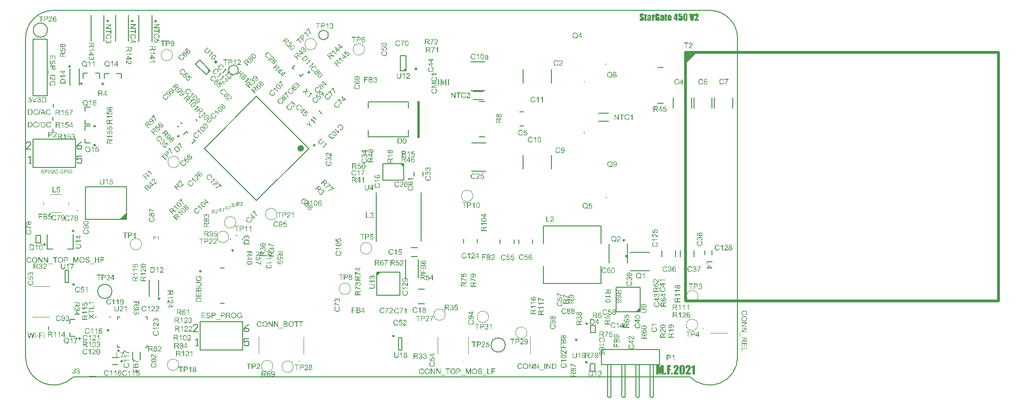
<source format=gto>
G04*
G04 #@! TF.GenerationSoftware,Altium Limited,Altium Designer,21.7.2 (23)*
G04*
G04 Layer_Color=65535*
%FSAX25Y25*%
%MOIN*%
G70*
G04*
G04 #@! TF.SameCoordinates,7BBA0914-394B-4DB2-939C-07DA4AAD527A*
G04*
G04*
G04 #@! TF.FilePolarity,Positive*
G04*
G01*
G75*
%ADD10C,0.00500*%
%ADD11C,0.00394*%
%ADD12C,0.00984*%
%ADD13C,0.02362*%
%ADD14C,0.00787*%
%ADD15C,0.00492*%
%ADD16C,0.01575*%
%ADD17C,0.01968*%
%ADD18C,0.00800*%
G36*
X0155483Y0407025D02*
X0150463Y0402006D01*
X0155483D01*
Y0407025D01*
D02*
G37*
G36*
X0214517Y0507141D02*
X0212956Y0505579D01*
X0212956Y0508703D01*
X0214517Y0507141D01*
D02*
G37*
G36*
X0332185Y0362008D02*
X0334744Y0364567D01*
X0332087D01*
X0332185Y0362008D01*
D02*
G37*
G36*
X0348658Y0441316D02*
X0351218Y0438757D01*
X0351218Y0441316D01*
X0348658D01*
D02*
G37*
G36*
X0352689Y0506878D02*
X0350480Y0506878D01*
X0352689Y0509087D01*
Y0506878D01*
D02*
G37*
G36*
X0518141Y0340005D02*
X0514885Y0336749D01*
X0518133D01*
X0518141Y0336741D01*
Y0340005D01*
D02*
G37*
G36*
X0493965Y0416895D02*
X0494043D01*
X0494188Y0416955D01*
X0494298Y0417066D01*
X0494358Y0417211D01*
Y0417289D01*
Y0417367D01*
X0494298Y0417512D01*
X0494188Y0417623D01*
X0494043Y0417683D01*
X0493965D01*
X0493886D01*
X0493742Y0417623D01*
X0493631Y0417512D01*
X0493571Y0417367D01*
Y0417289D01*
Y0417211D01*
X0493631Y0417066D01*
X0493742Y0416955D01*
X0493886Y0416895D01*
X0493965D01*
D01*
D02*
G37*
G36*
X0478575Y0463617D02*
X0478496D01*
X0478352Y0463557D01*
X0478241Y0463446D01*
X0478181Y0463301D01*
Y0463223D01*
Y0463145D01*
X0478241Y0463000D01*
X0478352Y0462889D01*
X0478496Y0462829D01*
X0478575D01*
X0478653D01*
X0478798Y0462889D01*
X0478908Y0463000D01*
X0478968Y0463145D01*
Y0463223D01*
Y0463301D01*
X0478908Y0463446D01*
X0478798Y0463557D01*
X0478653Y0463617D01*
X0478575D01*
D01*
D02*
G37*
G36*
X0478673Y0499640D02*
X0478595D01*
X0478450Y0499580D01*
X0478339Y0499470D01*
X0478279Y0499325D01*
Y0499247D01*
Y0499168D01*
X0478339Y0499023D01*
X0478450Y0498913D01*
X0478595Y0498853D01*
X0478673D01*
X0478751D01*
X0478896Y0498913D01*
X0479007Y0499023D01*
X0479067Y0499168D01*
Y0499247D01*
Y0499325D01*
X0479007Y0499470D01*
X0478896Y0499580D01*
X0478751Y0499640D01*
X0478673D01*
D01*
D02*
G37*
G36*
X0493768Y0511187D02*
X0493846D01*
X0493991Y0511246D01*
X0494102Y0511357D01*
X0494162Y0511502D01*
Y0511580D01*
Y0511658D01*
X0494102Y0511803D01*
X0493991Y0511914D01*
X0493846Y0511974D01*
X0493768D01*
X0493689D01*
X0493545Y0511914D01*
X0493434Y0511803D01*
X0493374Y0511658D01*
Y0511580D01*
Y0511502D01*
X0493434Y0511357D01*
X0493545Y0511246D01*
X0493689Y0511187D01*
X0493768D01*
D01*
D02*
G37*
G36*
X0550543Y0512488D02*
X0557543Y0519488D01*
X0550543D01*
X0550043Y0519988D01*
X0550543Y0512488D01*
D02*
G37*
G36*
X0161694Y0370454D02*
X0161768D01*
X0161848Y0370448D01*
X0161934Y0370437D01*
X0162122Y0370420D01*
X0162317Y0370391D01*
X0162511Y0370351D01*
X0162602Y0370323D01*
X0162688Y0370294D01*
X0162693D01*
X0162705Y0370288D01*
X0162728Y0370277D01*
X0162756Y0370266D01*
X0162796Y0370249D01*
X0162836Y0370226D01*
X0162933Y0370174D01*
X0163042Y0370106D01*
X0163150Y0370026D01*
X0163253Y0369929D01*
X0163350Y0369820D01*
Y0369815D01*
X0163361Y0369809D01*
X0163373Y0369786D01*
X0163384Y0369763D01*
X0163401Y0369735D01*
X0163418Y0369700D01*
X0163459Y0369609D01*
X0163504Y0369500D01*
X0163538Y0369375D01*
X0163561Y0369232D01*
X0163573Y0369078D01*
Y0369032D01*
X0163567Y0369004D01*
Y0368964D01*
X0163561Y0368918D01*
X0163544Y0368815D01*
X0163510Y0368701D01*
X0163470Y0368576D01*
X0163407Y0368456D01*
X0163373Y0368398D01*
X0163327Y0368341D01*
X0163321Y0368336D01*
X0163316Y0368330D01*
X0163299Y0368313D01*
X0163282Y0368296D01*
X0163224Y0368250D01*
X0163145Y0368193D01*
X0163042Y0368130D01*
X0162922Y0368079D01*
X0162779Y0368027D01*
X0162619Y0367999D01*
X0162585Y0368450D01*
X0162591D01*
X0162596Y0368456D01*
X0162613D01*
X0162636Y0368461D01*
X0162693Y0368478D01*
X0162762Y0368501D01*
X0162836Y0368530D01*
X0162916Y0368564D01*
X0162985Y0368610D01*
X0163047Y0368667D01*
X0163053Y0368673D01*
X0163070Y0368695D01*
X0163093Y0368735D01*
X0163116Y0368781D01*
X0163139Y0368844D01*
X0163162Y0368912D01*
X0163179Y0368992D01*
X0163184Y0369084D01*
Y0369124D01*
X0163179Y0369164D01*
X0163173Y0369215D01*
X0163162Y0369278D01*
X0163145Y0369341D01*
X0163122Y0369409D01*
X0163087Y0369472D01*
X0163082Y0369478D01*
X0163070Y0369500D01*
X0163047Y0369529D01*
X0163019Y0369569D01*
X0162979Y0369609D01*
X0162933Y0369655D01*
X0162882Y0369700D01*
X0162825Y0369740D01*
X0162819Y0369746D01*
X0162796Y0369758D01*
X0162756Y0369775D01*
X0162705Y0369803D01*
X0162642Y0369826D01*
X0162568Y0369854D01*
X0162476Y0369883D01*
X0162379Y0369912D01*
X0162374D01*
X0162368Y0369917D01*
X0162351D01*
X0162328Y0369923D01*
X0162271Y0369935D01*
X0162197Y0369952D01*
X0162111Y0369963D01*
X0162014Y0369974D01*
X0161905Y0369980D01*
X0161797Y0369986D01*
X0161791D01*
X0161774D01*
X0161746D01*
X0161706D01*
X0161717Y0369980D01*
X0161740Y0369957D01*
X0161785Y0369929D01*
X0161837Y0369883D01*
X0161894Y0369826D01*
X0161951Y0369763D01*
X0162014Y0369683D01*
X0162071Y0369598D01*
X0162077Y0369586D01*
X0162094Y0369558D01*
X0162117Y0369506D01*
X0162139Y0369438D01*
X0162162Y0369358D01*
X0162185Y0369272D01*
X0162202Y0369169D01*
X0162208Y0369067D01*
Y0369021D01*
X0162202Y0368987D01*
X0162197Y0368947D01*
X0162191Y0368895D01*
X0162180Y0368844D01*
X0162162Y0368787D01*
X0162122Y0368655D01*
X0162094Y0368593D01*
X0162065Y0368524D01*
X0162025Y0368456D01*
X0161980Y0368387D01*
X0161928Y0368319D01*
X0161865Y0368256D01*
X0161860Y0368250D01*
X0161848Y0368244D01*
X0161831Y0368227D01*
X0161803Y0368204D01*
X0161768Y0368181D01*
X0161723Y0368153D01*
X0161677Y0368124D01*
X0161620Y0368096D01*
X0161557Y0368062D01*
X0161489Y0368033D01*
X0161414Y0368004D01*
X0161334Y0367982D01*
X0161243Y0367959D01*
X0161152Y0367942D01*
X0161055Y0367936D01*
X0160952Y0367930D01*
X0160946D01*
X0160923D01*
X0160895D01*
X0160855Y0367936D01*
X0160803Y0367942D01*
X0160746Y0367947D01*
X0160683Y0367959D01*
X0160615Y0367976D01*
X0160467Y0368016D01*
X0160387Y0368044D01*
X0160312Y0368073D01*
X0160232Y0368113D01*
X0160158Y0368159D01*
X0160084Y0368210D01*
X0160015Y0368273D01*
X0160010Y0368279D01*
X0159998Y0368290D01*
X0159981Y0368307D01*
X0159958Y0368336D01*
X0159930Y0368370D01*
X0159901Y0368410D01*
X0159867Y0368456D01*
X0159833Y0368507D01*
X0159804Y0368570D01*
X0159770Y0368633D01*
X0159713Y0368781D01*
X0159690Y0368861D01*
X0159673Y0368947D01*
X0159661Y0369038D01*
X0159656Y0369135D01*
Y0369169D01*
X0159661Y0369198D01*
Y0369232D01*
X0159667Y0369272D01*
X0159678Y0369363D01*
X0159707Y0369466D01*
X0159741Y0369586D01*
X0159793Y0369700D01*
X0159861Y0369820D01*
Y0369826D01*
X0159873Y0369832D01*
X0159884Y0369849D01*
X0159896Y0369872D01*
X0159947Y0369929D01*
X0160010Y0369997D01*
X0160090Y0370072D01*
X0160187Y0370151D01*
X0160307Y0370226D01*
X0160438Y0370294D01*
X0160444D01*
X0160455Y0370300D01*
X0160478Y0370311D01*
X0160506Y0370323D01*
X0160546Y0370334D01*
X0160592Y0370346D01*
X0160649Y0370363D01*
X0160712Y0370380D01*
X0160781Y0370391D01*
X0160860Y0370408D01*
X0160952Y0370420D01*
X0161049Y0370437D01*
X0161152Y0370443D01*
X0161266Y0370454D01*
X0161386Y0370460D01*
X0161511D01*
X0161517D01*
X0161546D01*
X0161580D01*
X0161631D01*
X0161694Y0370454D01*
D02*
G37*
G36*
X0163510Y0366246D02*
X0160512D01*
X0160518Y0366240D01*
X0160541Y0366217D01*
X0160569Y0366177D01*
X0160615Y0366126D01*
X0160661Y0366063D01*
X0160718Y0365983D01*
X0160775Y0365892D01*
X0160838Y0365795D01*
Y0365789D01*
X0160843Y0365783D01*
X0160866Y0365749D01*
X0160895Y0365698D01*
X0160929Y0365629D01*
X0160969Y0365555D01*
X0161003Y0365475D01*
X0161043Y0365389D01*
X0161077Y0365304D01*
X0160621D01*
Y0365309D01*
X0160615Y0365321D01*
X0160603Y0365344D01*
X0160586Y0365372D01*
X0160569Y0365406D01*
X0160546Y0365446D01*
X0160495Y0365538D01*
X0160432Y0365646D01*
X0160358Y0365760D01*
X0160272Y0365875D01*
X0160175Y0365989D01*
X0160169Y0365995D01*
X0160164Y0366000D01*
X0160130Y0366040D01*
X0160078Y0366092D01*
X0160010Y0366154D01*
X0159930Y0366223D01*
X0159844Y0366291D01*
X0159753Y0366360D01*
X0159656Y0366411D01*
Y0366720D01*
X0163510D01*
Y0366246D01*
D02*
G37*
G36*
Y0363260D02*
X0160512D01*
X0160518Y0363254D01*
X0160541Y0363231D01*
X0160569Y0363191D01*
X0160615Y0363140D01*
X0160661Y0363077D01*
X0160718Y0362997D01*
X0160775Y0362906D01*
X0160838Y0362808D01*
Y0362803D01*
X0160843Y0362797D01*
X0160866Y0362763D01*
X0160895Y0362711D01*
X0160929Y0362643D01*
X0160969Y0362569D01*
X0161003Y0362489D01*
X0161043Y0362403D01*
X0161077Y0362317D01*
X0160621D01*
Y0362323D01*
X0160615Y0362334D01*
X0160603Y0362357D01*
X0160586Y0362386D01*
X0160569Y0362420D01*
X0160546Y0362460D01*
X0160495Y0362551D01*
X0160432Y0362660D01*
X0160358Y0362774D01*
X0160272Y0362888D01*
X0160175Y0363002D01*
X0160169Y0363008D01*
X0160164Y0363014D01*
X0160130Y0363054D01*
X0160078Y0363105D01*
X0160010Y0363168D01*
X0159930Y0363237D01*
X0159844Y0363305D01*
X0159753Y0363374D01*
X0159656Y0363425D01*
Y0363733D01*
X0163510D01*
Y0363260D01*
D02*
G37*
G36*
Y0361027D02*
X0162716Y0360519D01*
X0162710D01*
X0162699Y0360507D01*
X0162682Y0360496D01*
X0162659Y0360479D01*
X0162596Y0360439D01*
X0162516Y0360387D01*
X0162431Y0360330D01*
X0162345Y0360267D01*
X0162259Y0360205D01*
X0162185Y0360148D01*
X0162180Y0360142D01*
X0162157Y0360125D01*
X0162122Y0360096D01*
X0162082Y0360062D01*
X0161997Y0359982D01*
X0161962Y0359936D01*
X0161928Y0359891D01*
X0161923Y0359885D01*
X0161917Y0359874D01*
X0161905Y0359851D01*
X0161888Y0359816D01*
X0161854Y0359742D01*
X0161825Y0359657D01*
Y0359651D01*
X0161820Y0359639D01*
Y0359616D01*
X0161814Y0359588D01*
X0161808Y0359548D01*
Y0359502D01*
X0161803Y0359445D01*
Y0358788D01*
X0163510D01*
Y0358280D01*
X0159667D01*
Y0360068D01*
X0159673Y0360108D01*
Y0360159D01*
X0159678Y0360273D01*
X0159696Y0360399D01*
X0159713Y0360524D01*
X0159741Y0360650D01*
X0159758Y0360707D01*
X0159775Y0360758D01*
Y0360764D01*
X0159781Y0360770D01*
X0159793Y0360804D01*
X0159821Y0360850D01*
X0159861Y0360913D01*
X0159913Y0360981D01*
X0159975Y0361055D01*
X0160050Y0361124D01*
X0160141Y0361187D01*
X0160152Y0361192D01*
X0160187Y0361215D01*
X0160238Y0361238D01*
X0160312Y0361272D01*
X0160398Y0361301D01*
X0160495Y0361330D01*
X0160603Y0361347D01*
X0160718Y0361352D01*
X0160723D01*
X0160735D01*
X0160758D01*
X0160786Y0361347D01*
X0160820D01*
X0160860Y0361341D01*
X0160958Y0361318D01*
X0161066Y0361290D01*
X0161180Y0361238D01*
X0161300Y0361175D01*
X0161357Y0361130D01*
X0161409Y0361084D01*
X0161414Y0361078D01*
X0161420Y0361073D01*
X0161437Y0361055D01*
X0161454Y0361033D01*
X0161477Y0361004D01*
X0161500Y0360970D01*
X0161529Y0360930D01*
X0161557Y0360884D01*
X0161586Y0360827D01*
X0161620Y0360770D01*
X0161648Y0360701D01*
X0161677Y0360627D01*
X0161700Y0360547D01*
X0161728Y0360462D01*
X0161746Y0360370D01*
X0161763Y0360267D01*
X0161768Y0360279D01*
X0161780Y0360302D01*
X0161797Y0360336D01*
X0161825Y0360382D01*
X0161882Y0360484D01*
X0161923Y0360530D01*
X0161957Y0360576D01*
X0161968Y0360587D01*
X0161991Y0360616D01*
X0162037Y0360656D01*
X0162100Y0360713D01*
X0162174Y0360776D01*
X0162259Y0360844D01*
X0162356Y0360918D01*
X0162465Y0360993D01*
X0163510Y0361661D01*
Y0361027D01*
D02*
G37*
G36*
X0328627Y0406874D02*
X0328701Y0406863D01*
X0328793Y0406846D01*
X0328890Y0406823D01*
X0328987Y0406788D01*
X0329090Y0406743D01*
X0329095D01*
X0329101Y0406737D01*
X0329135Y0406720D01*
X0329181Y0406686D01*
X0329244Y0406646D01*
X0329307Y0406594D01*
X0329375Y0406526D01*
X0329444Y0406457D01*
X0329501Y0406372D01*
X0329506Y0406360D01*
X0329524Y0406332D01*
X0329546Y0406286D01*
X0329575Y0406223D01*
X0329598Y0406149D01*
X0329621Y0406069D01*
X0329638Y0405978D01*
X0329644Y0405880D01*
Y0405869D01*
Y0405840D01*
X0329638Y0405789D01*
X0329626Y0405732D01*
X0329609Y0405658D01*
X0329586Y0405584D01*
X0329552Y0405504D01*
X0329506Y0405424D01*
X0329501Y0405412D01*
X0329484Y0405389D01*
X0329449Y0405355D01*
X0329409Y0405309D01*
X0329352Y0405258D01*
X0329284Y0405207D01*
X0329204Y0405150D01*
X0329113Y0405104D01*
X0329118D01*
X0329130Y0405098D01*
X0329147Y0405092D01*
X0329170Y0405087D01*
X0329227Y0405064D01*
X0329307Y0405035D01*
X0329386Y0404990D01*
X0329478Y0404933D01*
X0329564Y0404864D01*
X0329638Y0404778D01*
X0329644Y0404767D01*
X0329666Y0404733D01*
X0329701Y0404681D01*
X0329735Y0404607D01*
X0329769Y0404522D01*
X0329803Y0404413D01*
X0329826Y0404293D01*
X0329832Y0404162D01*
Y0404156D01*
Y0404139D01*
Y0404116D01*
X0329826Y0404076D01*
X0329820Y0404036D01*
X0329815Y0403985D01*
X0329803Y0403928D01*
X0329786Y0403865D01*
X0329741Y0403734D01*
X0329712Y0403665D01*
X0329678Y0403591D01*
X0329632Y0403517D01*
X0329581Y0403448D01*
X0329524Y0403379D01*
X0329461Y0403311D01*
X0329455Y0403305D01*
X0329444Y0403294D01*
X0329421Y0403277D01*
X0329398Y0403260D01*
X0329358Y0403231D01*
X0329318Y0403202D01*
X0329267Y0403168D01*
X0329209Y0403140D01*
X0329147Y0403105D01*
X0329072Y0403071D01*
X0328998Y0403043D01*
X0328918Y0403020D01*
X0328827Y0402997D01*
X0328736Y0402980D01*
X0328639Y0402968D01*
X0328536Y0402963D01*
X0328484D01*
X0328450Y0402968D01*
X0328410Y0402974D01*
X0328359Y0402980D01*
X0328302Y0402985D01*
X0328239Y0403003D01*
X0328108Y0403037D01*
X0327965Y0403088D01*
X0327896Y0403123D01*
X0327822Y0403163D01*
X0327753Y0403208D01*
X0327691Y0403260D01*
X0327685Y0403265D01*
X0327679Y0403271D01*
X0327662Y0403288D01*
X0327639Y0403317D01*
X0327611Y0403345D01*
X0327582Y0403379D01*
X0327554Y0403425D01*
X0327519Y0403471D01*
X0327451Y0403585D01*
X0327394Y0403722D01*
X0327342Y0403876D01*
X0327325Y0403956D01*
X0327314Y0404048D01*
X0327788Y0404110D01*
Y0404105D01*
X0327794Y0404093D01*
X0327799Y0404070D01*
X0327805Y0404042D01*
X0327811Y0404013D01*
X0327822Y0403973D01*
X0327851Y0403888D01*
X0327890Y0403791D01*
X0327936Y0403694D01*
X0327993Y0403602D01*
X0328062Y0403528D01*
X0328073Y0403522D01*
X0328096Y0403499D01*
X0328136Y0403471D01*
X0328193Y0403442D01*
X0328262Y0403408D01*
X0328342Y0403379D01*
X0328433Y0403357D01*
X0328536Y0403351D01*
X0328570D01*
X0328593Y0403357D01*
X0328656Y0403362D01*
X0328736Y0403379D01*
X0328821Y0403408D01*
X0328918Y0403448D01*
X0329010Y0403505D01*
X0329101Y0403579D01*
X0329113Y0403591D01*
X0329135Y0403619D01*
X0329175Y0403671D01*
X0329215Y0403734D01*
X0329255Y0403819D01*
X0329295Y0403916D01*
X0329318Y0404025D01*
X0329329Y0404145D01*
Y0404150D01*
Y0404162D01*
Y0404179D01*
X0329324Y0404202D01*
X0329318Y0404259D01*
X0329301Y0404333D01*
X0329278Y0404419D01*
X0329238Y0404510D01*
X0329187Y0404596D01*
X0329113Y0404681D01*
X0329101Y0404693D01*
X0329072Y0404716D01*
X0329027Y0404750D01*
X0328964Y0404790D01*
X0328890Y0404824D01*
X0328798Y0404858D01*
X0328690Y0404881D01*
X0328576Y0404893D01*
X0328524D01*
X0328484Y0404887D01*
X0328439Y0404881D01*
X0328382Y0404870D01*
X0328319Y0404858D01*
X0328244Y0404841D01*
X0328296Y0405258D01*
X0328325D01*
X0328347Y0405252D01*
X0328422D01*
X0328479Y0405258D01*
X0328553Y0405269D01*
X0328639Y0405292D01*
X0328724Y0405315D01*
X0328821Y0405355D01*
X0328913Y0405407D01*
X0328918D01*
X0328924Y0405412D01*
X0328953Y0405435D01*
X0328993Y0405475D01*
X0329038Y0405526D01*
X0329078Y0405595D01*
X0329118Y0405681D01*
X0329147Y0405778D01*
X0329158Y0405835D01*
Y0405892D01*
Y0405898D01*
Y0405903D01*
Y0405938D01*
X0329147Y0405983D01*
X0329135Y0406040D01*
X0329113Y0406109D01*
X0329084Y0406183D01*
X0329038Y0406252D01*
X0328981Y0406320D01*
X0328975Y0406326D01*
X0328947Y0406349D01*
X0328913Y0406377D01*
X0328855Y0406406D01*
X0328793Y0406440D01*
X0328713Y0406463D01*
X0328627Y0406486D01*
X0328524Y0406492D01*
X0328479D01*
X0328427Y0406480D01*
X0328364Y0406469D01*
X0328290Y0406446D01*
X0328216Y0406417D01*
X0328142Y0406372D01*
X0328067Y0406315D01*
X0328062Y0406309D01*
X0328039Y0406280D01*
X0328005Y0406240D01*
X0327971Y0406189D01*
X0327930Y0406115D01*
X0327890Y0406023D01*
X0327856Y0405921D01*
X0327833Y0405801D01*
X0327360Y0405886D01*
Y0405892D01*
X0327365Y0405909D01*
X0327371Y0405932D01*
X0327377Y0405966D01*
X0327388Y0406000D01*
X0327405Y0406046D01*
X0327439Y0406155D01*
X0327491Y0406269D01*
X0327559Y0406394D01*
X0327645Y0406509D01*
X0327748Y0406617D01*
X0327753Y0406623D01*
X0327765Y0406629D01*
X0327782Y0406640D01*
X0327805Y0406657D01*
X0327833Y0406680D01*
X0327868Y0406703D01*
X0327913Y0406726D01*
X0327959Y0406748D01*
X0328067Y0406794D01*
X0328199Y0406840D01*
X0328347Y0406868D01*
X0328427Y0406880D01*
X0328564D01*
X0328627Y0406874D01*
D02*
G37*
G36*
X0325007Y0403477D02*
X0326897D01*
Y0403025D01*
X0324499D01*
Y0406868D01*
X0325007D01*
Y0403477D01*
D02*
G37*
G36*
X0528352Y0545116D02*
X0528292D01*
X0528232Y0545108D01*
X0528158Y0545101D01*
X0528075Y0545093D01*
X0527985Y0545078D01*
X0527903Y0545048D01*
X0527836Y0545018D01*
X0527828Y0545011D01*
X0527813Y0545003D01*
X0527783Y0544981D01*
X0527753Y0544951D01*
X0527716Y0544913D01*
X0527686Y0544861D01*
X0527663Y0544808D01*
X0527641Y0544748D01*
Y0544741D01*
X0527633Y0544711D01*
X0527626Y0544666D01*
Y0544591D01*
X0527618Y0544546D01*
Y0544486D01*
X0527611Y0544426D01*
Y0544352D01*
X0527603Y0544277D01*
Y0544187D01*
Y0544089D01*
Y0543977D01*
Y0542329D01*
X0526330D01*
Y0546509D01*
X0527596D01*
X0527552Y0545963D01*
X0527551Y0545962D01*
Y0545954D01*
X0527552Y0545963D01*
X0527566Y0545977D01*
X0527581Y0546007D01*
X0527603Y0546044D01*
X0527663Y0546142D01*
X0527753Y0546254D01*
X0527866Y0546366D01*
X0528000Y0546471D01*
X0528083Y0546509D01*
X0528165Y0546546D01*
X0528255Y0546569D01*
X0528352Y0546584D01*
Y0545116D01*
D02*
G37*
G36*
X0519275Y0547527D02*
X0519327D01*
X0519454Y0547512D01*
X0519589Y0547490D01*
X0519739Y0547460D01*
X0519881Y0547423D01*
X0520023Y0547363D01*
X0520031D01*
X0520038Y0547355D01*
X0520083Y0547333D01*
X0520143Y0547295D01*
X0520226Y0547250D01*
X0520301Y0547190D01*
X0520383Y0547115D01*
X0520458Y0547033D01*
X0520510Y0546943D01*
X0520518Y0546928D01*
X0520533Y0546891D01*
X0520548Y0546831D01*
X0520570Y0546741D01*
X0520593Y0546621D01*
X0520600Y0546554D01*
X0520615Y0546471D01*
X0520623Y0546389D01*
Y0546291D01*
X0520630Y0546194D01*
Y0546082D01*
Y0545887D01*
X0519402D01*
Y0546262D01*
Y0546277D01*
Y0546307D01*
Y0546351D01*
X0519394Y0546404D01*
X0519379Y0546516D01*
X0519364Y0546561D01*
X0519349Y0546599D01*
X0519342Y0546614D01*
X0519312Y0546636D01*
X0519267Y0546659D01*
X0519200Y0546673D01*
X0519177D01*
X0519132Y0546659D01*
X0519072Y0546629D01*
X0519042Y0546606D01*
X0519020Y0546569D01*
Y0546561D01*
X0519012Y0546554D01*
X0519005Y0546531D01*
X0518990Y0546494D01*
X0518982Y0546456D01*
X0518967Y0546404D01*
X0518960Y0546344D01*
Y0546277D01*
Y0546269D01*
Y0546232D01*
X0518967Y0546187D01*
Y0546134D01*
X0518990Y0546007D01*
X0519005Y0545947D01*
X0519027Y0545894D01*
Y0545887D01*
X0519042Y0545872D01*
X0519065Y0545842D01*
X0519102Y0545805D01*
X0519147Y0545760D01*
X0519214Y0545707D01*
X0519297Y0545647D01*
X0519402Y0545580D01*
X0519409Y0545572D01*
X0519439Y0545557D01*
X0519484Y0545528D01*
X0519544Y0545490D01*
X0519612Y0545445D01*
X0519694Y0545400D01*
X0519866Y0545273D01*
X0520061Y0545138D01*
X0520241Y0544996D01*
X0520323Y0544921D01*
X0520398Y0544853D01*
X0520458Y0544786D01*
X0520510Y0544719D01*
X0520518Y0544704D01*
X0520533Y0544681D01*
X0520548Y0544651D01*
X0520563Y0544621D01*
X0520585Y0544576D01*
X0520608Y0544516D01*
X0520630Y0544456D01*
X0520645Y0544389D01*
X0520668Y0544307D01*
X0520690Y0544217D01*
X0520705Y0544119D01*
X0520720Y0544015D01*
X0520735Y0543895D01*
X0520743Y0543767D01*
Y0543633D01*
Y0543625D01*
Y0543610D01*
Y0543580D01*
Y0543543D01*
X0520735Y0543498D01*
Y0543445D01*
X0520727Y0543325D01*
X0520713Y0543198D01*
X0520683Y0543063D01*
X0520653Y0542936D01*
X0520608Y0542824D01*
X0520600Y0542816D01*
X0520585Y0542779D01*
X0520548Y0542734D01*
X0520495Y0542674D01*
X0520428Y0542606D01*
X0520345Y0542539D01*
X0520241Y0542464D01*
X0520113Y0542397D01*
X0520106D01*
X0520098Y0542389D01*
X0520076Y0542382D01*
X0520053Y0542367D01*
X0519971Y0542344D01*
X0519874Y0542314D01*
X0519746Y0542277D01*
X0519604Y0542254D01*
X0519447Y0542232D01*
X0519267Y0542224D01*
X0519177D01*
X0519132Y0542232D01*
X0519080D01*
X0518952Y0542247D01*
X0518810Y0542269D01*
X0518660Y0542307D01*
X0518510Y0542352D01*
X0518361Y0542419D01*
X0518353D01*
X0518346Y0542427D01*
X0518301Y0542457D01*
X0518233Y0542501D01*
X0518158Y0542561D01*
X0518076Y0542629D01*
X0517994Y0542719D01*
X0517919Y0542816D01*
X0517866Y0542929D01*
X0517859Y0542943D01*
X0517851Y0542988D01*
X0517829Y0543056D01*
X0517814Y0543161D01*
X0517791Y0543288D01*
X0517769Y0543438D01*
X0517762Y0543618D01*
X0517754Y0543820D01*
Y0544157D01*
X0518982D01*
Y0543535D01*
Y0543520D01*
Y0543490D01*
Y0543438D01*
X0518990Y0543378D01*
X0518997Y0543318D01*
X0519005Y0543251D01*
X0519020Y0543198D01*
X0519035Y0543161D01*
X0519042Y0543146D01*
X0519080Y0543123D01*
X0519132Y0543101D01*
X0519214Y0543086D01*
X0519237D01*
X0519260Y0543093D01*
X0519289Y0543101D01*
X0519357Y0543131D01*
X0519387Y0543153D01*
X0519417Y0543183D01*
Y0543191D01*
X0519424Y0543206D01*
X0519439Y0543228D01*
X0519454Y0543265D01*
X0519462Y0543303D01*
X0519477Y0543363D01*
X0519484Y0543423D01*
Y0543498D01*
Y0543505D01*
Y0543520D01*
Y0543543D01*
Y0543573D01*
X0519477Y0543647D01*
X0519469Y0543737D01*
X0519454Y0543835D01*
X0519432Y0543932D01*
X0519402Y0544022D01*
X0519357Y0544082D01*
X0519349Y0544089D01*
X0519327Y0544112D01*
X0519289Y0544142D01*
X0519230Y0544194D01*
X0519147Y0544262D01*
X0519042Y0544337D01*
X0518975Y0544382D01*
X0518907Y0544434D01*
X0518825Y0544486D01*
X0518735Y0544546D01*
X0518728Y0544554D01*
X0518713Y0544561D01*
X0518690Y0544576D01*
X0518653Y0544599D01*
X0518570Y0544659D01*
X0518466Y0544726D01*
X0518361Y0544808D01*
X0518248Y0544883D01*
X0518158Y0544958D01*
X0518114Y0544988D01*
X0518084Y0545018D01*
X0518076Y0545026D01*
X0518061Y0545048D01*
X0518031Y0545078D01*
X0517994Y0545123D01*
X0517949Y0545183D01*
X0517904Y0545258D01*
X0517866Y0545340D01*
X0517821Y0545430D01*
X0517814Y0545445D01*
X0517806Y0545475D01*
X0517791Y0545535D01*
X0517769Y0545610D01*
X0517746Y0545707D01*
X0517732Y0545820D01*
X0517724Y0545954D01*
X0517717Y0546097D01*
Y0546104D01*
Y0546119D01*
Y0546149D01*
Y0546194D01*
X0517724Y0546239D01*
Y0546299D01*
X0517732Y0546426D01*
X0517754Y0546561D01*
X0517776Y0546703D01*
X0517814Y0546838D01*
X0517859Y0546951D01*
X0517866Y0546966D01*
X0517889Y0546995D01*
X0517926Y0547048D01*
X0517979Y0547108D01*
X0518039Y0547175D01*
X0518121Y0547250D01*
X0518226Y0547318D01*
X0518338Y0547377D01*
X0518346D01*
X0518353Y0547385D01*
X0518398Y0547400D01*
X0518473Y0547430D01*
X0518563Y0547460D01*
X0518683Y0547482D01*
X0518825Y0547512D01*
X0518975Y0547527D01*
X0519147Y0547535D01*
X0519237D01*
X0519275Y0547527D01*
D02*
G37*
G36*
X0530285D02*
X0530337Y0547520D01*
X0530472Y0547505D01*
X0530629Y0547475D01*
X0530787Y0547437D01*
X0530951Y0547377D01*
X0531101Y0547295D01*
X0531109D01*
X0531116Y0547288D01*
X0531161Y0547250D01*
X0531228Y0547205D01*
X0531311Y0547138D01*
X0531393Y0547048D01*
X0531476Y0546951D01*
X0531551Y0546846D01*
X0531603Y0546726D01*
X0531610Y0546711D01*
X0531618Y0546689D01*
X0531626Y0546666D01*
X0531633Y0546629D01*
X0531640Y0546591D01*
X0531663Y0546486D01*
X0531685Y0546344D01*
X0531708Y0546179D01*
X0531715Y0545992D01*
X0531723Y0545767D01*
Y0545550D01*
X0530397D01*
Y0546007D01*
Y0546014D01*
Y0546029D01*
Y0546052D01*
Y0546074D01*
Y0546149D01*
X0530390Y0546239D01*
Y0546336D01*
X0530382Y0546426D01*
X0530367Y0546509D01*
X0530360Y0546539D01*
X0530352Y0546561D01*
Y0546569D01*
X0530345Y0546576D01*
X0530315Y0546621D01*
X0530292Y0546636D01*
X0530262Y0546659D01*
X0530225Y0546666D01*
X0530172Y0546673D01*
X0530150D01*
X0530105Y0546659D01*
X0530045Y0546636D01*
X0530023Y0546606D01*
X0530000Y0546576D01*
Y0546569D01*
X0529993Y0546554D01*
X0529985Y0546524D01*
Y0546479D01*
X0529978Y0546411D01*
X0529970Y0546329D01*
X0529963Y0546224D01*
Y0546089D01*
Y0543640D01*
Y0543625D01*
Y0543588D01*
Y0543528D01*
X0529970Y0543460D01*
Y0543385D01*
X0529978Y0543310D01*
X0529985Y0543243D01*
X0530000Y0543191D01*
Y0543183D01*
X0530008Y0543176D01*
X0530038Y0543138D01*
X0530097Y0543101D01*
X0530135Y0543093D01*
X0530180Y0543086D01*
X0530202D01*
X0530232Y0543093D01*
X0530262Y0543101D01*
X0530292Y0543116D01*
X0530330Y0543138D01*
X0530360Y0543168D01*
X0530382Y0543206D01*
Y0543213D01*
X0530390Y0543228D01*
X0530397Y0543265D01*
X0530412Y0543310D01*
X0530420Y0543378D01*
X0530427Y0543460D01*
X0530435Y0543565D01*
Y0543685D01*
Y0544292D01*
X0530165D01*
Y0545063D01*
X0531723D01*
Y0542329D01*
X0530876D01*
X0530757Y0542689D01*
X0530749Y0542681D01*
X0530734Y0542651D01*
X0530704Y0542606D01*
X0530667Y0542561D01*
X0530614Y0542501D01*
X0530554Y0542442D01*
X0530487Y0542389D01*
X0530412Y0542337D01*
X0530405Y0542329D01*
X0530375Y0542322D01*
X0530330Y0542299D01*
X0530277Y0542284D01*
X0530202Y0542262D01*
X0530120Y0542239D01*
X0530030Y0542232D01*
X0529925Y0542224D01*
X0529873D01*
X0529805Y0542232D01*
X0529723Y0542247D01*
X0529626Y0542262D01*
X0529521Y0542292D01*
X0529416Y0542329D01*
X0529304Y0542382D01*
X0529289Y0542389D01*
X0529259Y0542412D01*
X0529206Y0542449D01*
X0529139Y0542494D01*
X0529064Y0542554D01*
X0528997Y0542621D01*
X0528922Y0542704D01*
X0528862Y0542786D01*
X0528854Y0542794D01*
X0528839Y0542831D01*
X0528809Y0542876D01*
X0528779Y0542936D01*
X0528749Y0543011D01*
X0528719Y0543101D01*
X0528697Y0543191D01*
X0528674Y0543288D01*
Y0543303D01*
X0528667Y0543340D01*
X0528659Y0543400D01*
Y0543483D01*
X0528652Y0543595D01*
X0528644Y0543730D01*
X0528637Y0543887D01*
Y0544074D01*
Y0545587D01*
Y0545595D01*
Y0545617D01*
Y0545655D01*
Y0545707D01*
Y0545767D01*
X0528644Y0545835D01*
Y0545999D01*
X0528652Y0546172D01*
X0528667Y0546344D01*
X0528689Y0546509D01*
X0528697Y0546584D01*
X0528712Y0546651D01*
Y0546659D01*
X0528719Y0546666D01*
X0528734Y0546703D01*
X0528757Y0546771D01*
X0528802Y0546853D01*
X0528862Y0546943D01*
X0528937Y0547048D01*
X0529034Y0547153D01*
X0529161Y0547258D01*
X0529169D01*
X0529176Y0547273D01*
X0529199Y0547280D01*
X0529229Y0547303D01*
X0529266Y0547325D01*
X0529311Y0547348D01*
X0529423Y0547400D01*
X0529566Y0547445D01*
X0529731Y0547490D01*
X0529918Y0547520D01*
X0530135Y0547535D01*
X0530232D01*
X0530285Y0547527D01*
D02*
G37*
G36*
X0555638Y0542329D02*
X0553624D01*
X0552860Y0547430D01*
X0554260D01*
Y0547423D01*
Y0547407D01*
X0554268Y0547377D01*
Y0547340D01*
X0554275Y0547288D01*
X0554283Y0547228D01*
X0554290Y0547153D01*
X0554298Y0547078D01*
X0554313Y0546988D01*
X0554320Y0546898D01*
X0554343Y0546689D01*
X0554365Y0546449D01*
X0554395Y0546194D01*
X0554425Y0545917D01*
X0554448Y0545632D01*
X0554478Y0545333D01*
X0554507Y0545033D01*
X0554560Y0544434D01*
X0554582Y0544142D01*
X0554605Y0543857D01*
Y0543865D01*
Y0543872D01*
Y0543895D01*
X0554612Y0543925D01*
Y0543999D01*
X0554620Y0544104D01*
X0554635Y0544232D01*
X0554642Y0544382D01*
X0554657Y0544554D01*
X0554672Y0544741D01*
X0554687Y0544936D01*
X0554702Y0545146D01*
X0554725Y0545363D01*
X0554740Y0545587D01*
X0554777Y0546037D01*
X0554800Y0546262D01*
X0554822Y0546479D01*
X0554919Y0547430D01*
X0556320D01*
X0555638Y0542329D01*
D02*
G37*
G36*
X0547841Y0546614D02*
X0546268D01*
Y0545752D01*
X0546283Y0545760D01*
X0546321Y0545797D01*
X0546388Y0545857D01*
X0546471Y0545925D01*
X0546583Y0545984D01*
X0546710Y0546044D01*
X0546860Y0546082D01*
X0546943Y0546097D01*
X0547077D01*
X0547115Y0546089D01*
X0547152D01*
X0547205Y0546082D01*
X0547325Y0546059D01*
X0547452Y0546022D01*
X0547579Y0545969D01*
X0547707Y0545894D01*
X0547819Y0545797D01*
X0547834Y0545782D01*
X0547841Y0545767D01*
X0547864Y0545737D01*
X0547879Y0545707D01*
X0547901Y0545662D01*
X0547931Y0545610D01*
X0547954Y0545550D01*
X0547976Y0545475D01*
X0548006Y0545393D01*
X0548029Y0545303D01*
X0548043Y0545198D01*
X0548066Y0545086D01*
X0548073Y0544958D01*
X0548089Y0544816D01*
Y0544666D01*
Y0543940D01*
Y0543932D01*
Y0543917D01*
Y0543887D01*
Y0543850D01*
Y0543805D01*
Y0543752D01*
X0548081Y0543640D01*
X0548073Y0543513D01*
X0548066Y0543378D01*
X0548051Y0543251D01*
X0548036Y0543146D01*
Y0543138D01*
X0548029Y0543101D01*
X0548014Y0543056D01*
X0547991Y0542988D01*
X0547961Y0542921D01*
X0547916Y0542839D01*
X0547871Y0542756D01*
X0547811Y0542674D01*
X0547804Y0542666D01*
X0547781Y0542636D01*
X0547744Y0542599D01*
X0547684Y0542554D01*
X0547617Y0542501D01*
X0547534Y0542442D01*
X0547444Y0542389D01*
X0547332Y0542344D01*
X0547317Y0542337D01*
X0547280Y0542329D01*
X0547212Y0542307D01*
X0547130Y0542292D01*
X0547025Y0542269D01*
X0546898Y0542247D01*
X0546755Y0542239D01*
X0546598Y0542232D01*
X0546516D01*
X0546471Y0542239D01*
X0546426D01*
X0546306Y0542254D01*
X0546171Y0542269D01*
X0546021Y0542299D01*
X0545871Y0542344D01*
X0545729Y0542397D01*
X0545722D01*
X0545714Y0542404D01*
X0545669Y0542427D01*
X0545602Y0542472D01*
X0545519Y0542524D01*
X0545437Y0542599D01*
X0545347Y0542681D01*
X0545265Y0542786D01*
X0545197Y0542906D01*
Y0542913D01*
X0545190Y0542921D01*
X0545182Y0542943D01*
X0545175Y0542973D01*
X0545160Y0543011D01*
X0545152Y0543056D01*
X0545137Y0543108D01*
X0545122Y0543168D01*
X0545108Y0543236D01*
X0545092Y0543318D01*
X0545085Y0543400D01*
X0545070Y0543498D01*
X0545062Y0543603D01*
X0545055Y0543715D01*
X0545048Y0543835D01*
Y0543962D01*
Y0544247D01*
X0546321D01*
Y0543925D01*
Y0543917D01*
Y0543902D01*
Y0543880D01*
Y0543842D01*
Y0543760D01*
X0546328Y0543655D01*
Y0543535D01*
X0546336Y0543423D01*
X0546343Y0543310D01*
X0546351Y0543221D01*
Y0543213D01*
X0546358Y0543191D01*
X0546373Y0543153D01*
X0546396Y0543123D01*
X0546426Y0543086D01*
X0546471Y0543048D01*
X0546523Y0543026D01*
X0546591Y0543018D01*
X0546605D01*
X0546643Y0543026D01*
X0546688Y0543041D01*
X0546733Y0543071D01*
X0546740Y0543078D01*
X0546763Y0543108D01*
X0546785Y0543153D01*
X0546800Y0543198D01*
Y0543206D01*
Y0543221D01*
Y0543251D01*
X0546808Y0543303D01*
Y0543378D01*
Y0543430D01*
Y0543483D01*
Y0543550D01*
X0546815Y0543625D01*
Y0543707D01*
Y0543805D01*
Y0544816D01*
Y0544831D01*
Y0544861D01*
Y0544913D01*
X0546808Y0544973D01*
X0546793Y0545101D01*
X0546778Y0545160D01*
X0546755Y0545205D01*
Y0545213D01*
X0546740Y0545220D01*
X0546710Y0545258D01*
X0546643Y0545295D01*
X0546605Y0545303D01*
X0546553Y0545310D01*
X0546538D01*
X0546508Y0545303D01*
X0546456Y0545288D01*
X0546411Y0545250D01*
X0546403Y0545243D01*
X0546381Y0545220D01*
X0546351Y0545183D01*
X0546336Y0545138D01*
Y0545123D01*
X0546328Y0545108D01*
Y0545078D01*
Y0545041D01*
X0546321Y0544996D01*
Y0544936D01*
Y0544861D01*
X0545062D01*
X0545115Y0547430D01*
X0547841D01*
Y0546614D01*
D02*
G37*
G36*
X0557945Y0547520D02*
X0558005Y0547512D01*
X0558080Y0547505D01*
X0558155Y0547497D01*
X0558245Y0547482D01*
X0558432Y0547437D01*
X0558619Y0547370D01*
X0558717Y0547325D01*
X0558807Y0547273D01*
X0558889Y0547213D01*
X0558964Y0547145D01*
X0558972Y0547138D01*
X0558979Y0547130D01*
X0559001Y0547108D01*
X0559024Y0547078D01*
X0559054Y0547041D01*
X0559084Y0546995D01*
X0559159Y0546883D01*
X0559234Y0546748D01*
X0559294Y0546584D01*
X0559339Y0546404D01*
X0559346Y0546299D01*
X0559353Y0546194D01*
Y0546187D01*
Y0546172D01*
Y0546149D01*
Y0546119D01*
X0559346Y0546082D01*
X0559339Y0546029D01*
X0559324Y0545917D01*
X0559301Y0545775D01*
X0559256Y0545617D01*
X0559204Y0545445D01*
X0559129Y0545265D01*
Y0545258D01*
X0559121Y0545243D01*
X0559099Y0545213D01*
X0559076Y0545168D01*
X0559046Y0545108D01*
X0559001Y0545026D01*
X0558949Y0544936D01*
X0558889Y0544823D01*
X0558814Y0544696D01*
X0558724Y0544546D01*
X0558619Y0544382D01*
X0558500Y0544187D01*
X0558365Y0543977D01*
X0558208Y0543737D01*
X0558035Y0543483D01*
X0557848Y0543198D01*
X0559241D01*
Y0542329D01*
X0556447D01*
Y0543056D01*
X0556455Y0543063D01*
X0556462Y0543078D01*
X0556477Y0543108D01*
X0556500Y0543146D01*
X0556530Y0543191D01*
X0556560Y0543243D01*
X0556605Y0543310D01*
X0556642Y0543378D01*
X0556739Y0543543D01*
X0556852Y0543722D01*
X0556972Y0543925D01*
X0557092Y0544134D01*
X0557346Y0544561D01*
X0557474Y0544771D01*
X0557586Y0544973D01*
X0557691Y0545153D01*
X0557788Y0545318D01*
X0557826Y0545393D01*
X0557863Y0545460D01*
X0557893Y0545512D01*
X0557915Y0545565D01*
Y0545572D01*
X0557923Y0545587D01*
X0557938Y0545610D01*
X0557953Y0545647D01*
X0557990Y0545730D01*
X0558035Y0545842D01*
X0558080Y0545962D01*
X0558118Y0546089D01*
X0558148Y0546209D01*
X0558155Y0546321D01*
Y0546329D01*
Y0546359D01*
Y0546396D01*
X0558148Y0546441D01*
X0558125Y0546546D01*
X0558103Y0546591D01*
X0558080Y0546636D01*
Y0546643D01*
X0558065Y0546651D01*
X0558028Y0546689D01*
X0557960Y0546726D01*
X0557923Y0546733D01*
X0557870Y0546741D01*
X0557848D01*
X0557818Y0546733D01*
X0557788Y0546726D01*
X0557751Y0546711D01*
X0557713Y0546689D01*
X0557683Y0546659D01*
X0557653Y0546621D01*
Y0546614D01*
X0557646Y0546599D01*
X0557631Y0546569D01*
X0557623Y0546524D01*
X0557608Y0546464D01*
X0557593Y0546381D01*
X0557586Y0546291D01*
Y0546172D01*
Y0545692D01*
X0556447D01*
Y0545872D01*
Y0545880D01*
Y0545894D01*
Y0545917D01*
Y0545947D01*
Y0546022D01*
X0556455Y0546119D01*
Y0546232D01*
X0556462Y0546344D01*
X0556470Y0546456D01*
X0556485Y0546554D01*
Y0546569D01*
X0556492Y0546599D01*
X0556507Y0546643D01*
X0556530Y0546711D01*
X0556560Y0546778D01*
X0556597Y0546861D01*
X0556642Y0546951D01*
X0556702Y0547041D01*
X0556709Y0547048D01*
X0556732Y0547078D01*
X0556769Y0547123D01*
X0556822Y0547175D01*
X0556889Y0547235D01*
X0556964Y0547295D01*
X0557054Y0547348D01*
X0557151Y0547400D01*
X0557166Y0547407D01*
X0557204Y0547423D01*
X0557256Y0547437D01*
X0557339Y0547467D01*
X0557436Y0547490D01*
X0557548Y0547505D01*
X0557676Y0547520D01*
X0557818Y0547527D01*
X0557893D01*
X0557945Y0547520D01*
D02*
G37*
G36*
X0544441Y0544097D02*
X0544800D01*
Y0543228D01*
X0544441D01*
Y0542329D01*
X0543168D01*
Y0543228D01*
X0541655D01*
Y0544097D01*
X0542748Y0547430D01*
X0544441D01*
Y0544097D01*
D02*
G37*
G36*
X0536794Y0546404D02*
X0537131D01*
Y0545745D01*
X0536794D01*
Y0543505D01*
Y0543498D01*
Y0543490D01*
Y0543438D01*
Y0543370D01*
X0536801Y0543295D01*
Y0543213D01*
X0536809Y0543138D01*
X0536816Y0543078D01*
X0536824Y0543063D01*
X0536831Y0543048D01*
X0536846Y0543041D01*
X0536861Y0543033D01*
X0536891Y0543026D01*
X0536936Y0543018D01*
X0536996Y0543011D01*
X0537078Y0543003D01*
X0537183D01*
Y0542329D01*
X0536524D01*
X0536427Y0542337D01*
X0536329D01*
X0536224Y0542344D01*
X0536134Y0542352D01*
X0536052Y0542359D01*
X0536045D01*
X0536022Y0542367D01*
X0535985Y0542382D01*
X0535940Y0542397D01*
X0535835Y0542442D01*
X0535775Y0542479D01*
X0535722Y0542524D01*
X0535715Y0542531D01*
X0535700Y0542547D01*
X0535678Y0542576D01*
X0535648Y0542614D01*
X0535625Y0542659D01*
X0535595Y0542711D01*
X0535565Y0542764D01*
X0535550Y0542824D01*
Y0542831D01*
X0535543Y0542861D01*
Y0542913D01*
X0535535Y0542988D01*
Y0543033D01*
X0535528Y0543093D01*
Y0543161D01*
Y0543228D01*
X0535520Y0543310D01*
Y0543408D01*
Y0543505D01*
Y0543618D01*
Y0545745D01*
X0535243D01*
Y0546404D01*
X0535520D01*
Y0547063D01*
X0536794D01*
Y0546404D01*
D02*
G37*
G36*
X0533730Y0546576D02*
X0533798Y0546569D01*
X0533940Y0546554D01*
X0534097Y0546524D01*
X0534255Y0546486D01*
X0534412Y0546426D01*
X0534547Y0546351D01*
X0534554D01*
X0534561Y0546344D01*
X0534599Y0546314D01*
X0534651Y0546262D01*
X0534719Y0546194D01*
X0534786Y0546119D01*
X0534854Y0546022D01*
X0534906Y0545910D01*
X0534943Y0545790D01*
Y0545775D01*
X0534951Y0545752D01*
Y0545722D01*
X0534959Y0545685D01*
X0534966Y0545632D01*
X0534973Y0545572D01*
X0534981Y0545498D01*
Y0545408D01*
X0534988Y0545310D01*
X0534996Y0545198D01*
X0535004Y0545078D01*
Y0544936D01*
X0535011Y0544778D01*
Y0544614D01*
Y0544426D01*
Y0542329D01*
X0533775D01*
Y0542704D01*
X0533768Y0542696D01*
X0533753Y0542666D01*
X0533730Y0542629D01*
X0533693Y0542576D01*
X0533648Y0542524D01*
X0533595Y0542464D01*
X0533535Y0542412D01*
X0533468Y0542367D01*
X0533461Y0542359D01*
X0533438Y0542352D01*
X0533401Y0542329D01*
X0533348Y0542314D01*
X0533281Y0542292D01*
X0533206Y0542269D01*
X0533123Y0542262D01*
X0533034Y0542254D01*
X0532974D01*
X0532914Y0542262D01*
X0532831Y0542277D01*
X0532734Y0542299D01*
X0532629Y0542337D01*
X0532524Y0542382D01*
X0532419Y0542442D01*
X0532404Y0542449D01*
X0532374Y0542479D01*
X0532330Y0542531D01*
X0532285Y0542614D01*
X0532255Y0542666D01*
X0532232Y0542726D01*
X0532210Y0542794D01*
X0532187Y0542869D01*
X0532165Y0542951D01*
X0532157Y0543041D01*
X0532142Y0543146D01*
Y0543258D01*
Y0543603D01*
Y0543610D01*
Y0543625D01*
Y0543647D01*
Y0543678D01*
X0532150Y0543760D01*
X0532157Y0543857D01*
X0532180Y0543962D01*
X0532202Y0544067D01*
X0532240Y0544164D01*
X0532285Y0544239D01*
X0532292Y0544247D01*
X0532314Y0544269D01*
X0532360Y0544307D01*
X0532434Y0544352D01*
X0532479Y0544382D01*
X0532532Y0544412D01*
X0532592Y0544441D01*
X0532659Y0544479D01*
X0532734Y0544516D01*
X0532816Y0544554D01*
X0532914Y0544591D01*
X0533019Y0544636D01*
X0533026D01*
X0533049Y0544644D01*
X0533078Y0544659D01*
X0533116Y0544674D01*
X0533168Y0544696D01*
X0533221Y0544719D01*
X0533341Y0544771D01*
X0533461Y0544823D01*
X0533565Y0544883D01*
X0533610Y0544906D01*
X0533648Y0544928D01*
X0533678Y0544951D01*
X0533693Y0544966D01*
Y0544973D01*
X0533700Y0544981D01*
X0533708Y0545011D01*
X0533715Y0545041D01*
X0533723Y0545093D01*
X0533730Y0545153D01*
X0533738Y0545228D01*
Y0545318D01*
Y0545325D01*
Y0545333D01*
Y0545370D01*
Y0545423D01*
X0533730Y0545490D01*
X0533723Y0545565D01*
X0533715Y0545632D01*
X0533700Y0545692D01*
X0533685Y0545737D01*
Y0545745D01*
X0533678Y0545752D01*
X0533648Y0545790D01*
X0533595Y0545827D01*
X0533558Y0545835D01*
X0533520Y0545842D01*
X0533498D01*
X0533453Y0545835D01*
X0533401Y0545805D01*
X0533378Y0545782D01*
X0533363Y0545752D01*
Y0545745D01*
X0533356Y0545737D01*
Y0545707D01*
X0533348Y0545670D01*
X0533341Y0545610D01*
Y0545535D01*
X0533333Y0545445D01*
Y0545325D01*
Y0544891D01*
X0532142D01*
Y0545168D01*
Y0545176D01*
Y0545190D01*
Y0545213D01*
Y0545250D01*
X0532150Y0545333D01*
X0532157Y0545445D01*
X0532165Y0545565D01*
X0532187Y0545692D01*
X0532210Y0545812D01*
X0532247Y0545917D01*
X0532255Y0545932D01*
X0532270Y0545962D01*
X0532300Y0546014D01*
X0532344Y0546074D01*
X0532404Y0546149D01*
X0532487Y0546224D01*
X0532584Y0546307D01*
X0532696Y0546381D01*
X0532704D01*
X0532712Y0546389D01*
X0532734Y0546404D01*
X0532757Y0546411D01*
X0532831Y0546449D01*
X0532936Y0546486D01*
X0533056Y0546516D01*
X0533206Y0546554D01*
X0533378Y0546576D01*
X0533573Y0546584D01*
X0533678D01*
X0533730Y0546576D01*
D02*
G37*
G36*
X0524615D02*
X0524682Y0546569D01*
X0524824Y0546554D01*
X0524982Y0546524D01*
X0525139Y0546486D01*
X0525296Y0546426D01*
X0525431Y0546351D01*
X0525439D01*
X0525446Y0546344D01*
X0525484Y0546314D01*
X0525536Y0546262D01*
X0525603Y0546194D01*
X0525671Y0546119D01*
X0525738Y0546022D01*
X0525791Y0545910D01*
X0525828Y0545790D01*
Y0545775D01*
X0525836Y0545752D01*
Y0545722D01*
X0525843Y0545685D01*
X0525851Y0545632D01*
X0525858Y0545572D01*
X0525866Y0545498D01*
Y0545408D01*
X0525873Y0545310D01*
X0525881Y0545198D01*
X0525888Y0545078D01*
Y0544936D01*
X0525896Y0544778D01*
Y0544614D01*
Y0544426D01*
Y0542329D01*
X0524660D01*
Y0542704D01*
X0524652Y0542696D01*
X0524637Y0542666D01*
X0524615Y0542629D01*
X0524577Y0542576D01*
X0524532Y0542524D01*
X0524480Y0542464D01*
X0524420Y0542412D01*
X0524353Y0542367D01*
X0524345Y0542359D01*
X0524323Y0542352D01*
X0524285Y0542329D01*
X0524233Y0542314D01*
X0524165Y0542292D01*
X0524090Y0542269D01*
X0524008Y0542262D01*
X0523918Y0542254D01*
X0523858D01*
X0523798Y0542262D01*
X0523716Y0542277D01*
X0523619Y0542299D01*
X0523514Y0542337D01*
X0523409Y0542382D01*
X0523304Y0542442D01*
X0523289Y0542449D01*
X0523259Y0542479D01*
X0523214Y0542531D01*
X0523169Y0542614D01*
X0523139Y0542666D01*
X0523117Y0542726D01*
X0523094Y0542794D01*
X0523072Y0542869D01*
X0523049Y0542951D01*
X0523042Y0543041D01*
X0523027Y0543146D01*
Y0543258D01*
Y0543603D01*
Y0543610D01*
Y0543625D01*
Y0543647D01*
Y0543678D01*
X0523034Y0543760D01*
X0523042Y0543857D01*
X0523064Y0543962D01*
X0523087Y0544067D01*
X0523124Y0544164D01*
X0523169Y0544239D01*
X0523177Y0544247D01*
X0523199Y0544269D01*
X0523244Y0544307D01*
X0523319Y0544352D01*
X0523364Y0544382D01*
X0523416Y0544412D01*
X0523476Y0544441D01*
X0523544Y0544479D01*
X0523619Y0544516D01*
X0523701Y0544554D01*
X0523798Y0544591D01*
X0523903Y0544636D01*
X0523911D01*
X0523933Y0544644D01*
X0523963Y0544659D01*
X0524001Y0544674D01*
X0524053Y0544696D01*
X0524106Y0544719D01*
X0524225Y0544771D01*
X0524345Y0544823D01*
X0524450Y0544883D01*
X0524495Y0544906D01*
X0524532Y0544928D01*
X0524562Y0544951D01*
X0524577Y0544966D01*
Y0544973D01*
X0524585Y0544981D01*
X0524592Y0545011D01*
X0524600Y0545041D01*
X0524607Y0545093D01*
X0524615Y0545153D01*
X0524622Y0545228D01*
Y0545318D01*
Y0545325D01*
Y0545333D01*
Y0545370D01*
Y0545423D01*
X0524615Y0545490D01*
X0524607Y0545565D01*
X0524600Y0545632D01*
X0524585Y0545692D01*
X0524570Y0545737D01*
Y0545745D01*
X0524562Y0545752D01*
X0524532Y0545790D01*
X0524480Y0545827D01*
X0524443Y0545835D01*
X0524405Y0545842D01*
X0524383D01*
X0524338Y0545835D01*
X0524285Y0545805D01*
X0524263Y0545782D01*
X0524248Y0545752D01*
Y0545745D01*
X0524240Y0545737D01*
Y0545707D01*
X0524233Y0545670D01*
X0524225Y0545610D01*
Y0545535D01*
X0524218Y0545445D01*
Y0545325D01*
Y0544891D01*
X0523027D01*
Y0545168D01*
Y0545176D01*
Y0545190D01*
Y0545213D01*
Y0545250D01*
X0523034Y0545333D01*
X0523042Y0545445D01*
X0523049Y0545565D01*
X0523072Y0545692D01*
X0523094Y0545812D01*
X0523132Y0545917D01*
X0523139Y0545932D01*
X0523154Y0545962D01*
X0523184Y0546014D01*
X0523229Y0546074D01*
X0523289Y0546149D01*
X0523372Y0546224D01*
X0523469Y0546307D01*
X0523581Y0546381D01*
X0523589D01*
X0523596Y0546389D01*
X0523619Y0546404D01*
X0523641Y0546411D01*
X0523716Y0546449D01*
X0523821Y0546486D01*
X0523941Y0546516D01*
X0524090Y0546554D01*
X0524263Y0546576D01*
X0524458Y0546584D01*
X0524562D01*
X0524615Y0546576D01*
D02*
G37*
G36*
X0522465Y0546404D02*
X0522802D01*
Y0545745D01*
X0522465D01*
Y0543505D01*
Y0543498D01*
Y0543490D01*
Y0543438D01*
Y0543370D01*
X0522473Y0543295D01*
Y0543213D01*
X0522480Y0543138D01*
X0522488Y0543078D01*
X0522495Y0543063D01*
X0522503Y0543048D01*
X0522518Y0543041D01*
X0522533Y0543033D01*
X0522563Y0543026D01*
X0522608Y0543018D01*
X0522667Y0543011D01*
X0522750Y0543003D01*
X0522855D01*
Y0542329D01*
X0522196D01*
X0522098Y0542337D01*
X0522001D01*
X0521896Y0542344D01*
X0521806Y0542352D01*
X0521724Y0542359D01*
X0521716D01*
X0521694Y0542367D01*
X0521656Y0542382D01*
X0521611Y0542397D01*
X0521507Y0542442D01*
X0521447Y0542479D01*
X0521394Y0542524D01*
X0521387Y0542531D01*
X0521372Y0542547D01*
X0521349Y0542576D01*
X0521319Y0542614D01*
X0521297Y0542659D01*
X0521267Y0542711D01*
X0521237Y0542764D01*
X0521222Y0542824D01*
Y0542831D01*
X0521214Y0542861D01*
Y0542913D01*
X0521207Y0542988D01*
Y0543033D01*
X0521199Y0543093D01*
Y0543161D01*
Y0543228D01*
X0521192Y0543310D01*
Y0543408D01*
Y0543505D01*
Y0543618D01*
Y0545745D01*
X0520915D01*
Y0546404D01*
X0521192D01*
Y0547063D01*
X0522465D01*
Y0546404D01*
D02*
G37*
G36*
X0538913Y0546576D02*
X0538966D01*
X0539085Y0546561D01*
X0539228Y0546531D01*
X0539370Y0546494D01*
X0539520Y0546441D01*
X0539655Y0546374D01*
X0539662D01*
X0539670Y0546366D01*
X0539715Y0546336D01*
X0539775Y0546291D01*
X0539850Y0546232D01*
X0539932Y0546157D01*
X0540014Y0546059D01*
X0540089Y0545954D01*
X0540149Y0545835D01*
X0540157Y0545820D01*
X0540164Y0545797D01*
X0540172Y0545775D01*
X0540194Y0545700D01*
X0540224Y0545595D01*
X0540246Y0545460D01*
X0540269Y0545303D01*
X0540284Y0545116D01*
X0540291Y0544898D01*
Y0544344D01*
X0538644D01*
Y0543438D01*
Y0543423D01*
Y0543393D01*
Y0543340D01*
X0538651Y0543288D01*
Y0543221D01*
X0538659Y0543161D01*
X0538666Y0543108D01*
X0538681Y0543071D01*
X0538689Y0543056D01*
X0538719Y0543033D01*
X0538763Y0543011D01*
X0538801Y0542996D01*
X0538861D01*
X0538883Y0543003D01*
X0538913Y0543011D01*
X0538981Y0543041D01*
X0539011Y0543063D01*
X0539033Y0543101D01*
Y0543108D01*
X0539041Y0543123D01*
X0539048Y0543153D01*
X0539063Y0543191D01*
X0539071Y0543251D01*
X0539078Y0543325D01*
X0539085Y0543415D01*
Y0543520D01*
Y0544074D01*
X0540291D01*
Y0543760D01*
Y0543752D01*
Y0543745D01*
Y0543700D01*
Y0543625D01*
X0540284Y0543543D01*
X0540276Y0543445D01*
X0540269Y0543348D01*
X0540254Y0543251D01*
X0540239Y0543168D01*
Y0543161D01*
X0540232Y0543131D01*
X0540216Y0543086D01*
X0540194Y0543033D01*
X0540157Y0542966D01*
X0540119Y0542891D01*
X0540067Y0542809D01*
X0540007Y0542719D01*
X0539999Y0542711D01*
X0539977Y0542681D01*
X0539939Y0542636D01*
X0539887Y0542591D01*
X0539819Y0542531D01*
X0539745Y0542472D01*
X0539655Y0542419D01*
X0539557Y0542367D01*
X0539542Y0542359D01*
X0539505Y0542352D01*
X0539445Y0542329D01*
X0539370Y0542314D01*
X0539265Y0542292D01*
X0539145Y0542269D01*
X0539011Y0542262D01*
X0538861Y0542254D01*
X0538793D01*
X0538719Y0542262D01*
X0538621Y0542269D01*
X0538509Y0542284D01*
X0538389Y0542299D01*
X0538269Y0542329D01*
X0538149Y0542367D01*
X0538134Y0542374D01*
X0538097Y0542389D01*
X0538044Y0542419D01*
X0537977Y0542449D01*
X0537895Y0542501D01*
X0537820Y0542554D01*
X0537737Y0542614D01*
X0537670Y0542689D01*
X0537662Y0542696D01*
X0537640Y0542726D01*
X0537610Y0542764D01*
X0537572Y0542824D01*
X0537535Y0542883D01*
X0537498Y0542958D01*
X0537460Y0543041D01*
X0537430Y0543131D01*
Y0543146D01*
X0537423Y0543176D01*
X0537415Y0543236D01*
X0537400Y0543310D01*
X0537393Y0543415D01*
X0537378Y0543535D01*
X0537370Y0543678D01*
Y0543842D01*
Y0545063D01*
Y0545071D01*
Y0545086D01*
Y0545116D01*
Y0545153D01*
X0537378Y0545198D01*
Y0545250D01*
X0537385Y0545378D01*
X0537408Y0545512D01*
X0537430Y0545655D01*
X0537468Y0545797D01*
X0537513Y0545925D01*
Y0545932D01*
X0537520Y0545939D01*
X0537543Y0545977D01*
X0537580Y0546037D01*
X0537632Y0546104D01*
X0537700Y0546187D01*
X0537782Y0546269D01*
X0537880Y0546344D01*
X0537999Y0546411D01*
X0538007D01*
X0538014Y0546419D01*
X0538059Y0546441D01*
X0538127Y0546464D01*
X0538224Y0546501D01*
X0538337Y0546531D01*
X0538471Y0546554D01*
X0538621Y0546576D01*
X0538778Y0546584D01*
X0538868D01*
X0538913Y0546576D01*
D02*
G37*
G36*
X0550148Y0547520D02*
X0550253Y0547512D01*
X0550365Y0547490D01*
X0550493Y0547467D01*
X0550620Y0547430D01*
X0550747Y0547377D01*
X0550755D01*
X0550762Y0547370D01*
X0550800Y0547348D01*
X0550860Y0547318D01*
X0550935Y0547280D01*
X0551010Y0547228D01*
X0551092Y0547160D01*
X0551174Y0547093D01*
X0551242Y0547018D01*
X0551249Y0547011D01*
X0551272Y0546981D01*
X0551294Y0546936D01*
X0551332Y0546883D01*
X0551369Y0546808D01*
X0551407Y0546726D01*
X0551437Y0546636D01*
X0551467Y0546539D01*
Y0546524D01*
X0551474Y0546486D01*
X0551489Y0546426D01*
X0551496Y0546336D01*
X0551511Y0546217D01*
X0551519Y0546074D01*
X0551526Y0545902D01*
Y0545700D01*
Y0543999D01*
Y0543992D01*
Y0543977D01*
Y0543947D01*
Y0543902D01*
Y0543857D01*
Y0543805D01*
X0551519Y0543678D01*
X0551511Y0543535D01*
X0551496Y0543393D01*
X0551481Y0543265D01*
X0551474Y0543206D01*
X0551459Y0543153D01*
Y0543138D01*
X0551444Y0543108D01*
X0551429Y0543056D01*
X0551407Y0542996D01*
X0551369Y0542921D01*
X0551324Y0542831D01*
X0551264Y0542749D01*
X0551197Y0542659D01*
X0551189Y0542651D01*
X0551159Y0542621D01*
X0551122Y0542584D01*
X0551062Y0542531D01*
X0550995Y0542479D01*
X0550912Y0542419D01*
X0550822Y0542374D01*
X0550717Y0542329D01*
X0550702Y0542322D01*
X0550672Y0542314D01*
X0550613Y0542299D01*
X0550538Y0542284D01*
X0550440Y0542262D01*
X0550336Y0542247D01*
X0550216Y0542239D01*
X0550088Y0542232D01*
X0550013D01*
X0549931Y0542239D01*
X0549826Y0542247D01*
X0549706Y0542254D01*
X0549579Y0542277D01*
X0549452Y0542299D01*
X0549332Y0542337D01*
X0549317Y0542344D01*
X0549279Y0542359D01*
X0549227Y0542382D01*
X0549160Y0542419D01*
X0549085Y0542464D01*
X0549002Y0542517D01*
X0548927Y0542584D01*
X0548852Y0542659D01*
X0548845Y0542666D01*
X0548822Y0542696D01*
X0548793Y0542741D01*
X0548755Y0542801D01*
X0548710Y0542876D01*
X0548673Y0542951D01*
X0548628Y0543041D01*
X0548598Y0543131D01*
Y0543146D01*
X0548583Y0543176D01*
X0548575Y0543236D01*
X0548560Y0543325D01*
X0548545Y0543430D01*
X0548538Y0543565D01*
X0548523Y0543730D01*
Y0543917D01*
Y0545700D01*
Y0545707D01*
Y0545730D01*
Y0545767D01*
Y0545812D01*
X0548530Y0545872D01*
Y0545939D01*
X0548538Y0546097D01*
X0548553Y0546269D01*
X0548575Y0546441D01*
X0548605Y0546606D01*
X0548620Y0546681D01*
X0548643Y0546748D01*
Y0546756D01*
X0548650Y0546763D01*
X0548665Y0546808D01*
X0548703Y0546868D01*
X0548748Y0546951D01*
X0548815Y0547041D01*
X0548897Y0547138D01*
X0549002Y0547228D01*
X0549122Y0547310D01*
X0549130D01*
X0549137Y0547318D01*
X0549160Y0547333D01*
X0549190Y0547348D01*
X0549264Y0547377D01*
X0549369Y0547423D01*
X0549497Y0547460D01*
X0549646Y0547497D01*
X0549811Y0547520D01*
X0549998Y0547527D01*
X0550066D01*
X0550148Y0547520D01*
D02*
G37*
G36*
X0235017Y0514914D02*
X0235063Y0514908D01*
X0235120Y0514902D01*
X0235177Y0514896D01*
X0235246Y0514879D01*
X0235383Y0514845D01*
X0235531Y0514788D01*
X0235600Y0514754D01*
X0235668Y0514714D01*
X0235737Y0514668D01*
X0235800Y0514611D01*
X0235805Y0514605D01*
X0235811Y0514600D01*
X0235828Y0514582D01*
X0235851Y0514554D01*
X0235874Y0514525D01*
X0235903Y0514491D01*
X0235931Y0514445D01*
X0235965Y0514400D01*
X0236022Y0514291D01*
X0236074Y0514160D01*
X0236097Y0514091D01*
X0236114Y0514011D01*
X0236120Y0513937D01*
X0236125Y0513851D01*
Y0513840D01*
Y0513811D01*
X0236120Y0513766D01*
X0236114Y0513709D01*
X0236102Y0513634D01*
X0236085Y0513560D01*
X0236062Y0513480D01*
X0236028Y0513395D01*
X0236022Y0513383D01*
X0236011Y0513355D01*
X0235988Y0513315D01*
X0235954Y0513258D01*
X0235908Y0513183D01*
X0235857Y0513103D01*
X0235788Y0513018D01*
X0235714Y0512926D01*
X0235703Y0512915D01*
X0235674Y0512881D01*
X0235651Y0512858D01*
X0235617Y0512824D01*
X0235583Y0512789D01*
X0235543Y0512749D01*
X0235497Y0512704D01*
X0235440Y0512652D01*
X0235383Y0512601D01*
X0235314Y0512538D01*
X0235246Y0512475D01*
X0235166Y0512407D01*
X0235080Y0512333D01*
X0234989Y0512253D01*
X0234983Y0512247D01*
X0234972Y0512236D01*
X0234949Y0512218D01*
X0234920Y0512196D01*
X0234852Y0512133D01*
X0234760Y0512059D01*
X0234669Y0511979D01*
X0234583Y0511899D01*
X0234504Y0511824D01*
X0234475Y0511796D01*
X0234446Y0511767D01*
X0234441Y0511762D01*
X0234429Y0511744D01*
X0234406Y0511722D01*
X0234378Y0511687D01*
X0234344Y0511653D01*
X0234309Y0511608D01*
X0234247Y0511516D01*
X0236131D01*
Y0511065D01*
X0233590D01*
Y0511071D01*
Y0511094D01*
Y0511128D01*
X0233596Y0511168D01*
X0233601Y0511219D01*
X0233607Y0511271D01*
X0233624Y0511333D01*
X0233641Y0511390D01*
Y0511396D01*
X0233647Y0511402D01*
X0233659Y0511436D01*
X0233681Y0511488D01*
X0233716Y0511550D01*
X0233761Y0511630D01*
X0233813Y0511716D01*
X0233875Y0511807D01*
X0233950Y0511899D01*
Y0511904D01*
X0233961Y0511910D01*
X0233990Y0511944D01*
X0234041Y0511996D01*
X0234109Y0512064D01*
X0234195Y0512150D01*
X0234304Y0512253D01*
X0234429Y0512361D01*
X0234572Y0512481D01*
X0234578Y0512487D01*
X0234601Y0512504D01*
X0234629Y0512533D01*
X0234675Y0512567D01*
X0234726Y0512607D01*
X0234783Y0512658D01*
X0234909Y0512778D01*
X0235052Y0512904D01*
X0235189Y0513041D01*
X0235257Y0513109D01*
X0235314Y0513172D01*
X0235371Y0513235D01*
X0235417Y0513292D01*
Y0513298D01*
X0235429Y0513303D01*
X0235440Y0513320D01*
X0235451Y0513343D01*
X0235486Y0513400D01*
X0235531Y0513475D01*
X0235571Y0513566D01*
X0235606Y0513663D01*
X0235628Y0513760D01*
X0235640Y0513863D01*
Y0513869D01*
Y0513874D01*
X0235634Y0513909D01*
X0235628Y0513960D01*
X0235617Y0514029D01*
X0235588Y0514103D01*
X0235554Y0514183D01*
X0235503Y0514263D01*
X0235434Y0514337D01*
X0235423Y0514343D01*
X0235400Y0514365D01*
X0235354Y0514400D01*
X0235297Y0514434D01*
X0235217Y0514468D01*
X0235132Y0514502D01*
X0235029Y0514525D01*
X0234915Y0514531D01*
X0234880D01*
X0234858Y0514525D01*
X0234795Y0514520D01*
X0234720Y0514502D01*
X0234629Y0514480D01*
X0234538Y0514440D01*
X0234446Y0514388D01*
X0234366Y0514320D01*
X0234361Y0514308D01*
X0234338Y0514280D01*
X0234304Y0514234D01*
X0234269Y0514171D01*
X0234229Y0514091D01*
X0234201Y0513994D01*
X0234178Y0513880D01*
X0234167Y0513754D01*
X0233681Y0513806D01*
Y0513811D01*
Y0513829D01*
X0233687Y0513857D01*
X0233693Y0513897D01*
X0233704Y0513943D01*
X0233716Y0513994D01*
X0233744Y0514114D01*
X0233790Y0514246D01*
X0233858Y0514383D01*
X0233898Y0514451D01*
X0233944Y0514514D01*
X0233995Y0514577D01*
X0234052Y0514634D01*
X0234058Y0514640D01*
X0234070Y0514645D01*
X0234087Y0514662D01*
X0234109Y0514679D01*
X0234144Y0514702D01*
X0234184Y0514725D01*
X0234229Y0514748D01*
X0234287Y0514777D01*
X0234344Y0514805D01*
X0234406Y0514828D01*
X0234481Y0514851D01*
X0234561Y0514874D01*
X0234641Y0514891D01*
X0234732Y0514908D01*
X0234823Y0514914D01*
X0234926Y0514919D01*
X0234978D01*
X0235017Y0514914D01*
D02*
G37*
G36*
X0232442Y0511065D02*
X0231968D01*
Y0514063D01*
X0231963Y0514057D01*
X0231940Y0514034D01*
X0231900Y0514006D01*
X0231848Y0513960D01*
X0231786Y0513914D01*
X0231706Y0513857D01*
X0231614Y0513800D01*
X0231517Y0513737D01*
X0231511D01*
X0231506Y0513732D01*
X0231471Y0513709D01*
X0231420Y0513680D01*
X0231352Y0513646D01*
X0231277Y0513606D01*
X0231197Y0513572D01*
X0231112Y0513532D01*
X0231026Y0513497D01*
Y0513954D01*
X0231032D01*
X0231043Y0513960D01*
X0231066Y0513971D01*
X0231095Y0513988D01*
X0231129Y0514006D01*
X0231169Y0514029D01*
X0231260Y0514080D01*
X0231369Y0514143D01*
X0231483Y0514217D01*
X0231597Y0514303D01*
X0231711Y0514400D01*
X0231717Y0514405D01*
X0231723Y0514411D01*
X0231763Y0514445D01*
X0231814Y0514497D01*
X0231877Y0514565D01*
X0231945Y0514645D01*
X0232014Y0514731D01*
X0232083Y0514822D01*
X0232134Y0514919D01*
X0232442D01*
Y0511065D01*
D02*
G37*
G36*
X0228942Y0514902D02*
X0229033Y0514896D01*
X0229130Y0514891D01*
X0229227Y0514879D01*
X0229307Y0514868D01*
X0229319D01*
X0229353Y0514856D01*
X0229410Y0514845D01*
X0229473Y0514828D01*
X0229547Y0514805D01*
X0229627Y0514777D01*
X0229707Y0514737D01*
X0229781Y0514691D01*
X0229793Y0514685D01*
X0229816Y0514668D01*
X0229850Y0514640D01*
X0229896Y0514594D01*
X0229941Y0514542D01*
X0229993Y0514480D01*
X0230044Y0514405D01*
X0230090Y0514320D01*
X0230095Y0514308D01*
X0230107Y0514280D01*
X0230130Y0514228D01*
X0230153Y0514165D01*
X0230170Y0514086D01*
X0230192Y0514000D01*
X0230204Y0513897D01*
X0230210Y0513794D01*
Y0513789D01*
Y0513772D01*
Y0513749D01*
X0230204Y0513715D01*
X0230198Y0513669D01*
X0230192Y0513623D01*
X0230181Y0513566D01*
X0230170Y0513509D01*
X0230135Y0513378D01*
X0230078Y0513240D01*
X0230044Y0513166D01*
X0229998Y0513098D01*
X0229953Y0513029D01*
X0229896Y0512966D01*
X0229890Y0512961D01*
X0229878Y0512949D01*
X0229861Y0512938D01*
X0229833Y0512915D01*
X0229799Y0512886D01*
X0229753Y0512858D01*
X0229701Y0512829D01*
X0229639Y0512801D01*
X0229564Y0512767D01*
X0229485Y0512738D01*
X0229393Y0512710D01*
X0229290Y0512681D01*
X0229176Y0512658D01*
X0229050Y0512647D01*
X0228919Y0512635D01*
X0228771Y0512630D01*
X0227789D01*
Y0511065D01*
X0227280D01*
Y0514908D01*
X0228856D01*
X0228942Y0514902D01*
D02*
G37*
G36*
X0226755Y0514457D02*
X0225487D01*
Y0511065D01*
X0224979D01*
Y0514457D01*
X0223712D01*
Y0514908D01*
X0226755D01*
Y0514457D01*
D02*
G37*
G36*
X0300300Y0540732D02*
X0300375Y0540721D01*
X0300466Y0540704D01*
X0300563Y0540681D01*
X0300660Y0540647D01*
X0300763Y0540601D01*
X0300769D01*
X0300774Y0540595D01*
X0300809Y0540578D01*
X0300854Y0540544D01*
X0300917Y0540504D01*
X0300980Y0540453D01*
X0301048Y0540384D01*
X0301117Y0540315D01*
X0301174Y0540230D01*
X0301180Y0540218D01*
X0301197Y0540190D01*
X0301220Y0540144D01*
X0301248Y0540081D01*
X0301271Y0540007D01*
X0301294Y0539927D01*
X0301311Y0539836D01*
X0301317Y0539739D01*
Y0539727D01*
Y0539699D01*
X0301311Y0539647D01*
X0301300Y0539590D01*
X0301283Y0539516D01*
X0301260Y0539442D01*
X0301225Y0539362D01*
X0301180Y0539282D01*
X0301174Y0539271D01*
X0301157Y0539248D01*
X0301123Y0539214D01*
X0301083Y0539168D01*
X0301026Y0539116D01*
X0300957Y0539065D01*
X0300877Y0539008D01*
X0300786Y0538962D01*
X0300791D01*
X0300803Y0538956D01*
X0300820Y0538951D01*
X0300843Y0538945D01*
X0300900Y0538922D01*
X0300980Y0538894D01*
X0301060Y0538848D01*
X0301151Y0538791D01*
X0301237Y0538722D01*
X0301311Y0538637D01*
X0301317Y0538625D01*
X0301340Y0538591D01*
X0301374Y0538540D01*
X0301408Y0538465D01*
X0301442Y0538380D01*
X0301477Y0538271D01*
X0301500Y0538151D01*
X0301505Y0538020D01*
Y0538014D01*
Y0537997D01*
Y0537974D01*
X0301500Y0537934D01*
X0301494Y0537894D01*
X0301488Y0537843D01*
X0301477Y0537786D01*
X0301460Y0537723D01*
X0301414Y0537592D01*
X0301385Y0537523D01*
X0301351Y0537449D01*
X0301305Y0537375D01*
X0301254Y0537306D01*
X0301197Y0537238D01*
X0301134Y0537169D01*
X0301128Y0537164D01*
X0301117Y0537152D01*
X0301094Y0537135D01*
X0301071Y0537118D01*
X0301031Y0537089D01*
X0300991Y0537061D01*
X0300940Y0537027D01*
X0300883Y0536998D01*
X0300820Y0536964D01*
X0300746Y0536930D01*
X0300672Y0536901D01*
X0300592Y0536878D01*
X0300500Y0536855D01*
X0300409Y0536838D01*
X0300312Y0536827D01*
X0300209Y0536821D01*
X0300158D01*
X0300123Y0536827D01*
X0300083Y0536832D01*
X0300032Y0536838D01*
X0299975Y0536844D01*
X0299912Y0536861D01*
X0299781Y0536895D01*
X0299638Y0536947D01*
X0299570Y0536981D01*
X0299495Y0537021D01*
X0299427Y0537067D01*
X0299364Y0537118D01*
X0299358Y0537124D01*
X0299353Y0537129D01*
X0299335Y0537147D01*
X0299313Y0537175D01*
X0299284Y0537204D01*
X0299255Y0537238D01*
X0299227Y0537284D01*
X0299193Y0537329D01*
X0299124Y0537443D01*
X0299067Y0537580D01*
X0299016Y0537735D01*
X0298998Y0537815D01*
X0298987Y0537906D01*
X0299461Y0537969D01*
Y0537963D01*
X0299467Y0537952D01*
X0299472Y0537929D01*
X0299478Y0537900D01*
X0299484Y0537872D01*
X0299495Y0537832D01*
X0299524Y0537746D01*
X0299564Y0537649D01*
X0299609Y0537552D01*
X0299667Y0537461D01*
X0299735Y0537386D01*
X0299746Y0537381D01*
X0299769Y0537358D01*
X0299809Y0537329D01*
X0299866Y0537301D01*
X0299935Y0537266D01*
X0300015Y0537238D01*
X0300106Y0537215D01*
X0300209Y0537209D01*
X0300243D01*
X0300266Y0537215D01*
X0300329Y0537221D01*
X0300409Y0537238D01*
X0300495Y0537266D01*
X0300592Y0537306D01*
X0300683Y0537363D01*
X0300774Y0537438D01*
X0300786Y0537449D01*
X0300809Y0537478D01*
X0300849Y0537529D01*
X0300888Y0537592D01*
X0300928Y0537677D01*
X0300969Y0537775D01*
X0300991Y0537883D01*
X0301003Y0538003D01*
Y0538009D01*
Y0538020D01*
Y0538037D01*
X0300997Y0538060D01*
X0300991Y0538117D01*
X0300974Y0538191D01*
X0300951Y0538277D01*
X0300911Y0538368D01*
X0300860Y0538454D01*
X0300786Y0538540D01*
X0300774Y0538551D01*
X0300746Y0538574D01*
X0300700Y0538608D01*
X0300637Y0538648D01*
X0300563Y0538683D01*
X0300472Y0538717D01*
X0300363Y0538740D01*
X0300249Y0538751D01*
X0300198D01*
X0300158Y0538745D01*
X0300112Y0538740D01*
X0300055Y0538728D01*
X0299992Y0538717D01*
X0299918Y0538700D01*
X0299969Y0539116D01*
X0299998D01*
X0300021Y0539111D01*
X0300095D01*
X0300152Y0539116D01*
X0300226Y0539128D01*
X0300312Y0539151D01*
X0300397Y0539174D01*
X0300495Y0539214D01*
X0300586Y0539265D01*
X0300592D01*
X0300597Y0539271D01*
X0300626Y0539293D01*
X0300666Y0539333D01*
X0300711Y0539385D01*
X0300751Y0539453D01*
X0300791Y0539539D01*
X0300820Y0539636D01*
X0300831Y0539693D01*
Y0539750D01*
Y0539756D01*
Y0539762D01*
Y0539796D01*
X0300820Y0539842D01*
X0300809Y0539899D01*
X0300786Y0539967D01*
X0300757Y0540041D01*
X0300711Y0540110D01*
X0300654Y0540178D01*
X0300649Y0540184D01*
X0300620Y0540207D01*
X0300586Y0540236D01*
X0300529Y0540264D01*
X0300466Y0540298D01*
X0300386Y0540321D01*
X0300300Y0540344D01*
X0300198Y0540350D01*
X0300152D01*
X0300100Y0540338D01*
X0300038Y0540327D01*
X0299963Y0540304D01*
X0299889Y0540276D01*
X0299815Y0540230D01*
X0299741Y0540173D01*
X0299735Y0540167D01*
X0299712Y0540138D01*
X0299678Y0540098D01*
X0299644Y0540047D01*
X0299604Y0539973D01*
X0299564Y0539882D01*
X0299530Y0539779D01*
X0299507Y0539659D01*
X0299033Y0539745D01*
Y0539750D01*
X0299039Y0539767D01*
X0299044Y0539790D01*
X0299050Y0539824D01*
X0299061Y0539859D01*
X0299078Y0539904D01*
X0299113Y0540013D01*
X0299164Y0540127D01*
X0299233Y0540253D01*
X0299318Y0540367D01*
X0299421Y0540475D01*
X0299427Y0540481D01*
X0299438Y0540487D01*
X0299455Y0540498D01*
X0299478Y0540515D01*
X0299507Y0540538D01*
X0299541Y0540561D01*
X0299587Y0540584D01*
X0299632Y0540607D01*
X0299741Y0540652D01*
X0299872Y0540698D01*
X0300021Y0540727D01*
X0300100Y0540738D01*
X0300238D01*
X0300300Y0540732D01*
D02*
G37*
G36*
X0297777Y0536884D02*
X0297303D01*
Y0539882D01*
X0297297Y0539876D01*
X0297274Y0539853D01*
X0297234Y0539824D01*
X0297183Y0539779D01*
X0297120Y0539733D01*
X0297040Y0539676D01*
X0296949Y0539619D01*
X0296851Y0539556D01*
X0296846D01*
X0296840Y0539550D01*
X0296806Y0539528D01*
X0296755Y0539499D01*
X0296686Y0539465D01*
X0296612Y0539425D01*
X0296532Y0539391D01*
X0296446Y0539351D01*
X0296360Y0539316D01*
Y0539773D01*
X0296366D01*
X0296378Y0539779D01*
X0296400Y0539790D01*
X0296429Y0539807D01*
X0296463Y0539824D01*
X0296503Y0539847D01*
X0296595Y0539899D01*
X0296703Y0539961D01*
X0296817Y0540036D01*
X0296932Y0540121D01*
X0297046Y0540218D01*
X0297051Y0540224D01*
X0297057Y0540230D01*
X0297097Y0540264D01*
X0297148Y0540315D01*
X0297211Y0540384D01*
X0297280Y0540464D01*
X0297348Y0540550D01*
X0297417Y0540641D01*
X0297468Y0540738D01*
X0297777D01*
Y0536884D01*
D02*
G37*
G36*
X0294276Y0540721D02*
X0294368Y0540715D01*
X0294465Y0540709D01*
X0294562Y0540698D01*
X0294642Y0540687D01*
X0294653D01*
X0294688Y0540675D01*
X0294745Y0540664D01*
X0294807Y0540647D01*
X0294882Y0540624D01*
X0294962Y0540595D01*
X0295041Y0540555D01*
X0295116Y0540510D01*
X0295127Y0540504D01*
X0295150Y0540487D01*
X0295184Y0540458D01*
X0295230Y0540413D01*
X0295276Y0540361D01*
X0295327Y0540298D01*
X0295378Y0540224D01*
X0295424Y0540138D01*
X0295430Y0540127D01*
X0295441Y0540098D01*
X0295464Y0540047D01*
X0295487Y0539984D01*
X0295504Y0539904D01*
X0295527Y0539819D01*
X0295538Y0539716D01*
X0295544Y0539613D01*
Y0539607D01*
Y0539590D01*
Y0539568D01*
X0295538Y0539533D01*
X0295532Y0539488D01*
X0295527Y0539442D01*
X0295515Y0539385D01*
X0295504Y0539328D01*
X0295470Y0539196D01*
X0295413Y0539059D01*
X0295378Y0538985D01*
X0295333Y0538917D01*
X0295287Y0538848D01*
X0295230Y0538785D01*
X0295224Y0538779D01*
X0295213Y0538768D01*
X0295196Y0538757D01*
X0295167Y0538734D01*
X0295133Y0538705D01*
X0295087Y0538677D01*
X0295036Y0538648D01*
X0294973Y0538620D01*
X0294899Y0538585D01*
X0294819Y0538557D01*
X0294727Y0538528D01*
X0294625Y0538500D01*
X0294510Y0538477D01*
X0294385Y0538465D01*
X0294253Y0538454D01*
X0294105Y0538448D01*
X0293123D01*
Y0536884D01*
X0292615D01*
Y0540727D01*
X0294191D01*
X0294276Y0540721D01*
D02*
G37*
G36*
X0292089Y0540276D02*
X0290822D01*
Y0536884D01*
X0290314D01*
Y0540276D01*
X0289046D01*
Y0540727D01*
X0292089D01*
Y0540276D01*
D02*
G37*
G36*
X0096143Y0437090D02*
X0096173D01*
X0096241Y0437082D01*
X0096317Y0437071D01*
X0096401Y0437052D01*
X0096488Y0437029D01*
X0096572Y0436999D01*
X0096576D01*
X0096583Y0436995D01*
X0096595Y0436991D01*
X0096610Y0436983D01*
X0096648Y0436961D01*
X0096697Y0436930D01*
X0096751Y0436892D01*
X0096808Y0436847D01*
X0096861Y0436793D01*
X0096907Y0436729D01*
X0096910Y0436721D01*
X0096925Y0436698D01*
X0096944Y0436660D01*
X0096967Y0436615D01*
X0096990Y0436554D01*
X0097009Y0436486D01*
X0097028Y0436410D01*
X0097036Y0436330D01*
X0096713Y0436307D01*
Y0436311D01*
Y0436318D01*
X0096709Y0436330D01*
X0096705Y0436345D01*
X0096697Y0436391D01*
X0096682Y0436444D01*
X0096656Y0436501D01*
X0096625Y0436562D01*
X0096587Y0436619D01*
X0096534Y0436668D01*
X0096526Y0436672D01*
X0096508Y0436687D01*
X0096469Y0436706D01*
X0096420Y0436733D01*
X0096359Y0436755D01*
X0096280Y0436774D01*
X0096188Y0436790D01*
X0096086Y0436793D01*
X0096036D01*
X0096010Y0436790D01*
X0095983Y0436786D01*
X0095915Y0436778D01*
X0095842Y0436767D01*
X0095770Y0436744D01*
X0095702Y0436717D01*
X0095668Y0436698D01*
X0095641Y0436679D01*
X0095634Y0436676D01*
X0095618Y0436660D01*
X0095596Y0436634D01*
X0095573Y0436603D01*
X0095546Y0436562D01*
X0095523Y0436516D01*
X0095508Y0436463D01*
X0095500Y0436406D01*
Y0436398D01*
Y0436383D01*
X0095504Y0436356D01*
X0095512Y0436326D01*
X0095523Y0436292D01*
X0095542Y0436254D01*
X0095565Y0436216D01*
X0095599Y0436182D01*
X0095603Y0436178D01*
X0095622Y0436166D01*
X0095634Y0436159D01*
X0095653Y0436147D01*
X0095671Y0436136D01*
X0095698Y0436125D01*
X0095728Y0436109D01*
X0095767Y0436098D01*
X0095808Y0436079D01*
X0095854Y0436064D01*
X0095907Y0436049D01*
X0095968Y0436030D01*
X0096036Y0436014D01*
X0096109Y0435995D01*
X0096112D01*
X0096127Y0435992D01*
X0096147Y0435988D01*
X0096177Y0435980D01*
X0096211Y0435973D01*
X0096249Y0435961D01*
X0096337Y0435942D01*
X0096428Y0435916D01*
X0096523Y0435889D01*
X0096565Y0435878D01*
X0096606Y0435862D01*
X0096644Y0435847D01*
X0096675Y0435836D01*
X0096679D01*
X0096686Y0435832D01*
X0096697Y0435824D01*
X0096713Y0435817D01*
X0096751Y0435794D01*
X0096800Y0435764D01*
X0096853Y0435726D01*
X0096910Y0435684D01*
X0096960Y0435631D01*
X0097005Y0435574D01*
X0097009Y0435566D01*
X0097021Y0435547D01*
X0097040Y0435513D01*
X0097058Y0435471D01*
X0097078Y0435418D01*
X0097097Y0435357D01*
X0097108Y0435289D01*
X0097112Y0435213D01*
Y0435209D01*
Y0435205D01*
Y0435194D01*
Y0435178D01*
X0097104Y0435137D01*
X0097097Y0435087D01*
X0097081Y0435026D01*
X0097062Y0434962D01*
X0097032Y0434893D01*
X0096994Y0434825D01*
Y0434821D01*
X0096990Y0434817D01*
X0096971Y0434795D01*
X0096944Y0434764D01*
X0096907Y0434722D01*
X0096861Y0434681D01*
X0096800Y0434631D01*
X0096736Y0434589D01*
X0096656Y0434548D01*
X0096652D01*
X0096644Y0434544D01*
X0096633Y0434540D01*
X0096618Y0434532D01*
X0096599Y0434525D01*
X0096572Y0434517D01*
X0096515Y0434498D01*
X0096439Y0434479D01*
X0096359Y0434464D01*
X0096264Y0434453D01*
X0096166Y0434449D01*
X0096109D01*
X0096078Y0434453D01*
X0096044D01*
X0096006Y0434456D01*
X0095964Y0434460D01*
X0095873Y0434472D01*
X0095774Y0434491D01*
X0095675Y0434513D01*
X0095584Y0434548D01*
X0095580D01*
X0095573Y0434551D01*
X0095561Y0434559D01*
X0095546Y0434567D01*
X0095504Y0434589D01*
X0095451Y0434624D01*
X0095390Y0434665D01*
X0095329Y0434719D01*
X0095269Y0434779D01*
X0095215Y0434852D01*
Y0434855D01*
X0095212Y0434859D01*
X0095204Y0434871D01*
X0095196Y0434890D01*
X0095185Y0434909D01*
X0095174Y0434931D01*
X0095147Y0434988D01*
X0095124Y0435057D01*
X0095101Y0435133D01*
X0095086Y0435220D01*
X0095079Y0435315D01*
X0095398Y0435342D01*
Y0435338D01*
Y0435334D01*
X0095402Y0435311D01*
X0095409Y0435273D01*
X0095417Y0435228D01*
X0095432Y0435178D01*
X0095451Y0435125D01*
X0095474Y0435072D01*
X0095500Y0435023D01*
X0095504Y0435019D01*
X0095516Y0435004D01*
X0095535Y0434981D01*
X0095565Y0434954D01*
X0095599Y0434920D01*
X0095645Y0434890D01*
X0095698Y0434855D01*
X0095759Y0434825D01*
X0095763D01*
X0095767Y0434821D01*
X0095789Y0434814D01*
X0095827Y0434802D01*
X0095873Y0434787D01*
X0095930Y0434772D01*
X0095998Y0434760D01*
X0096070Y0434753D01*
X0096150Y0434749D01*
X0096184D01*
X0096219Y0434753D01*
X0096264Y0434757D01*
X0096317Y0434764D01*
X0096374Y0434772D01*
X0096431Y0434787D01*
X0096488Y0434806D01*
X0096496Y0434810D01*
X0096511Y0434817D01*
X0096538Y0434829D01*
X0096572Y0434848D01*
X0096606Y0434871D01*
X0096644Y0434897D01*
X0096679Y0434928D01*
X0096709Y0434962D01*
X0096713Y0434966D01*
X0096720Y0434981D01*
X0096732Y0435000D01*
X0096747Y0435026D01*
X0096762Y0435061D01*
X0096773Y0435099D01*
X0096781Y0435140D01*
X0096785Y0435182D01*
Y0435186D01*
Y0435201D01*
X0096781Y0435224D01*
X0096777Y0435254D01*
X0096770Y0435289D01*
X0096754Y0435323D01*
X0096739Y0435357D01*
X0096716Y0435391D01*
X0096713Y0435395D01*
X0096705Y0435406D01*
X0096686Y0435422D01*
X0096663Y0435444D01*
X0096629Y0435467D01*
X0096591Y0435494D01*
X0096542Y0435520D01*
X0096485Y0435543D01*
X0096481Y0435547D01*
X0096462Y0435551D01*
X0096435Y0435562D01*
X0096412Y0435566D01*
X0096390Y0435574D01*
X0096359Y0435581D01*
X0096329Y0435593D01*
X0096291Y0435604D01*
X0096249Y0435615D01*
X0096204Y0435627D01*
X0096150Y0435638D01*
X0096093Y0435653D01*
X0096029Y0435669D01*
X0096025D01*
X0096013Y0435672D01*
X0095995Y0435676D01*
X0095972Y0435684D01*
X0095941Y0435691D01*
X0095911Y0435699D01*
X0095835Y0435722D01*
X0095751Y0435745D01*
X0095671Y0435771D01*
X0095596Y0435798D01*
X0095565Y0435813D01*
X0095535Y0435828D01*
X0095531D01*
X0095527Y0435832D01*
X0095504Y0435847D01*
X0095474Y0435866D01*
X0095432Y0435893D01*
X0095386Y0435927D01*
X0095341Y0435969D01*
X0095299Y0436014D01*
X0095261Y0436064D01*
X0095257Y0436071D01*
X0095246Y0436090D01*
X0095235Y0436121D01*
X0095219Y0436159D01*
X0095200Y0436204D01*
X0095189Y0436261D01*
X0095178Y0436322D01*
X0095174Y0436387D01*
Y0436391D01*
Y0436394D01*
Y0436406D01*
Y0436421D01*
X0095181Y0436455D01*
X0095189Y0436505D01*
X0095200Y0436562D01*
X0095219Y0436622D01*
X0095246Y0436683D01*
X0095280Y0436748D01*
Y0436752D01*
X0095284Y0436755D01*
X0095299Y0436774D01*
X0095326Y0436805D01*
X0095364Y0436843D01*
X0095409Y0436885D01*
X0095463Y0436930D01*
X0095527Y0436972D01*
X0095603Y0437006D01*
X0095607D01*
X0095614Y0437010D01*
X0095626Y0437014D01*
X0095641Y0437021D01*
X0095660Y0437025D01*
X0095683Y0437033D01*
X0095740Y0437052D01*
X0095812Y0437067D01*
X0095892Y0437078D01*
X0095979Y0437090D01*
X0096070Y0437094D01*
X0096120D01*
X0096143Y0437090D01*
D02*
G37*
G36*
X0106091D02*
X0106125Y0437086D01*
X0106163Y0437082D01*
X0106205Y0437078D01*
X0106254Y0437071D01*
X0106353Y0437044D01*
X0106464Y0437010D01*
X0106517Y0436987D01*
X0106570Y0436961D01*
X0106623Y0436930D01*
X0106673Y0436896D01*
X0106676Y0436892D01*
X0106684Y0436888D01*
X0106699Y0436877D01*
X0106714Y0436862D01*
X0106737Y0436839D01*
X0106760Y0436816D01*
X0106787Y0436786D01*
X0106817Y0436755D01*
X0106847Y0436717D01*
X0106878Y0436676D01*
X0106908Y0436634D01*
X0106939Y0436584D01*
X0106969Y0436531D01*
X0106995Y0436474D01*
X0107018Y0436413D01*
X0107041Y0436349D01*
X0106707Y0436269D01*
Y0436273D01*
X0106703Y0436280D01*
X0106699Y0436296D01*
X0106692Y0436315D01*
X0106680Y0436337D01*
X0106669Y0436364D01*
X0106638Y0436425D01*
X0106604Y0436489D01*
X0106559Y0436558D01*
X0106505Y0436622D01*
X0106445Y0436676D01*
X0106437Y0436679D01*
X0106414Y0436695D01*
X0106380Y0436717D01*
X0106331Y0436740D01*
X0106270Y0436763D01*
X0106198Y0436786D01*
X0106114Y0436801D01*
X0106023Y0436805D01*
X0105992D01*
X0105973Y0436801D01*
X0105947D01*
X0105920Y0436797D01*
X0105852Y0436786D01*
X0105772Y0436771D01*
X0105688Y0436744D01*
X0105608Y0436710D01*
X0105529Y0436660D01*
X0105525D01*
X0105521Y0436653D01*
X0105498Y0436634D01*
X0105460Y0436603D01*
X0105419Y0436562D01*
X0105373Y0436505D01*
X0105327Y0436440D01*
X0105286Y0436364D01*
X0105251Y0436280D01*
Y0436277D01*
X0105247Y0436269D01*
X0105244Y0436258D01*
X0105240Y0436239D01*
X0105232Y0436220D01*
X0105225Y0436193D01*
X0105213Y0436132D01*
X0105198Y0436056D01*
X0105183Y0435973D01*
X0105175Y0435885D01*
X0105172Y0435790D01*
Y0435786D01*
Y0435775D01*
Y0435760D01*
Y0435737D01*
X0105175Y0435707D01*
Y0435672D01*
X0105179Y0435638D01*
X0105183Y0435596D01*
X0105194Y0435509D01*
X0105213Y0435410D01*
X0105236Y0435315D01*
X0105266Y0435220D01*
Y0435216D01*
X0105270Y0435209D01*
X0105278Y0435197D01*
X0105286Y0435182D01*
X0105308Y0435137D01*
X0105339Y0435083D01*
X0105380Y0435023D01*
X0105430Y0434966D01*
X0105491Y0434905D01*
X0105559Y0434855D01*
X0105563D01*
X0105567Y0434852D01*
X0105578Y0434844D01*
X0105593Y0434836D01*
X0105635Y0434817D01*
X0105688Y0434798D01*
X0105753Y0434776D01*
X0105829Y0434757D01*
X0105909Y0434741D01*
X0105996Y0434738D01*
X0106023D01*
X0106042Y0434741D01*
X0106068D01*
X0106095Y0434745D01*
X0106163Y0434757D01*
X0106236Y0434779D01*
X0106315Y0434806D01*
X0106399Y0434848D01*
X0106437Y0434871D01*
X0106475Y0434901D01*
X0106479Y0434905D01*
X0106483Y0434909D01*
X0106494Y0434920D01*
X0106505Y0434931D01*
X0106524Y0434950D01*
X0106539Y0434969D01*
X0106581Y0435023D01*
X0106627Y0435091D01*
X0106673Y0435175D01*
X0106714Y0435273D01*
X0106745Y0435387D01*
X0107083Y0435300D01*
Y0435296D01*
X0107079Y0435281D01*
X0107071Y0435262D01*
X0107064Y0435232D01*
X0107049Y0435197D01*
X0107034Y0435156D01*
X0107018Y0435114D01*
X0106995Y0435064D01*
X0106942Y0434962D01*
X0106878Y0434859D01*
X0106836Y0434806D01*
X0106794Y0434757D01*
X0106748Y0434707D01*
X0106699Y0434665D01*
X0106695Y0434662D01*
X0106688Y0434658D01*
X0106673Y0434646D01*
X0106650Y0434631D01*
X0106623Y0434616D01*
X0106589Y0434597D01*
X0106555Y0434578D01*
X0106509Y0434559D01*
X0106464Y0434536D01*
X0106410Y0434517D01*
X0106357Y0434498D01*
X0106296Y0434483D01*
X0106232Y0434468D01*
X0106167Y0434456D01*
X0106095Y0434453D01*
X0106023Y0434449D01*
X0105985D01*
X0105954Y0434453D01*
X0105920D01*
X0105878Y0434456D01*
X0105833Y0434464D01*
X0105783Y0434472D01*
X0105677Y0434491D01*
X0105563Y0434521D01*
X0105453Y0434563D01*
X0105400Y0434586D01*
X0105350Y0434616D01*
X0105346Y0434620D01*
X0105339Y0434624D01*
X0105327Y0434635D01*
X0105308Y0434646D01*
X0105286Y0434665D01*
X0105263Y0434684D01*
X0105206Y0434741D01*
X0105141Y0434810D01*
X0105073Y0434893D01*
X0105012Y0434988D01*
X0104955Y0435102D01*
Y0435106D01*
X0104951Y0435118D01*
X0104944Y0435133D01*
X0104936Y0435159D01*
X0104924Y0435186D01*
X0104913Y0435224D01*
X0104902Y0435262D01*
X0104890Y0435308D01*
X0104875Y0435357D01*
X0104864Y0435410D01*
X0104845Y0435528D01*
X0104830Y0435653D01*
X0104822Y0435790D01*
Y0435794D01*
Y0435809D01*
Y0435828D01*
X0104826Y0435859D01*
Y0435893D01*
X0104830Y0435931D01*
X0104833Y0435976D01*
X0104841Y0436026D01*
X0104860Y0436136D01*
X0104886Y0436254D01*
X0104924Y0436372D01*
X0104974Y0436486D01*
Y0436489D01*
X0104982Y0436497D01*
X0104989Y0436512D01*
X0105000Y0436535D01*
X0105019Y0436558D01*
X0105038Y0436588D01*
X0105084Y0436653D01*
X0105145Y0436725D01*
X0105221Y0436801D01*
X0105308Y0436873D01*
X0105407Y0436938D01*
X0105411D01*
X0105419Y0436945D01*
X0105434Y0436953D01*
X0105456Y0436961D01*
X0105483Y0436976D01*
X0105514Y0436987D01*
X0105552Y0437002D01*
X0105589Y0437018D01*
X0105635Y0437029D01*
X0105681Y0437044D01*
X0105787Y0437071D01*
X0105901Y0437086D01*
X0106026Y0437094D01*
X0106064D01*
X0106091Y0437090D01*
D02*
G37*
G36*
X0109754D02*
X0109781D01*
X0109849Y0437082D01*
X0109925Y0437071D01*
X0110013Y0437056D01*
X0110096Y0437033D01*
X0110184Y0437002D01*
X0110187D01*
X0110195Y0436999D01*
X0110206Y0436995D01*
X0110222Y0436987D01*
X0110260Y0436964D01*
X0110313Y0436938D01*
X0110366Y0436900D01*
X0110427Y0436858D01*
X0110484Y0436809D01*
X0110533Y0436752D01*
X0110541Y0436744D01*
X0110556Y0436721D01*
X0110579Y0436687D01*
X0110606Y0436638D01*
X0110636Y0436577D01*
X0110670Y0436505D01*
X0110701Y0436425D01*
X0110727Y0436330D01*
X0110423Y0436246D01*
Y0436250D01*
X0110419Y0436254D01*
X0110412Y0436280D01*
X0110400Y0436315D01*
X0110385Y0436360D01*
X0110362Y0436410D01*
X0110339Y0436459D01*
X0110309Y0436508D01*
X0110279Y0436554D01*
X0110275Y0436558D01*
X0110264Y0436573D01*
X0110245Y0436592D01*
X0110218Y0436619D01*
X0110184Y0436649D01*
X0110142Y0436679D01*
X0110092Y0436710D01*
X0110036Y0436736D01*
X0110028Y0436740D01*
X0110009Y0436748D01*
X0109975Y0436759D01*
X0109933Y0436771D01*
X0109883Y0436782D01*
X0109823Y0436793D01*
X0109758Y0436801D01*
X0109686Y0436805D01*
X0109648D01*
X0109602Y0436801D01*
X0109549Y0436797D01*
X0109485Y0436786D01*
X0109420Y0436774D01*
X0109352Y0436755D01*
X0109283Y0436733D01*
X0109275Y0436729D01*
X0109256Y0436721D01*
X0109226Y0436702D01*
X0109188Y0436683D01*
X0109142Y0436653D01*
X0109097Y0436622D01*
X0109051Y0436584D01*
X0109010Y0436543D01*
X0109006Y0436539D01*
X0108994Y0436524D01*
X0108975Y0436501D01*
X0108952Y0436470D01*
X0108926Y0436432D01*
X0108899Y0436391D01*
X0108873Y0436341D01*
X0108850Y0436292D01*
Y0436288D01*
X0108846Y0436280D01*
X0108842Y0436269D01*
X0108835Y0436250D01*
X0108827Y0436227D01*
X0108819Y0436201D01*
X0108812Y0436170D01*
X0108804Y0436136D01*
X0108785Y0436060D01*
X0108770Y0435973D01*
X0108759Y0435878D01*
X0108755Y0435775D01*
Y0435771D01*
Y0435760D01*
Y0435741D01*
X0108759Y0435718D01*
Y0435688D01*
X0108763Y0435653D01*
X0108766Y0435615D01*
X0108770Y0435574D01*
X0108782Y0435486D01*
X0108804Y0435387D01*
X0108831Y0435292D01*
X0108869Y0435201D01*
Y0435197D01*
X0108873Y0435190D01*
X0108880Y0435178D01*
X0108892Y0435163D01*
X0108918Y0435121D01*
X0108956Y0435072D01*
X0109006Y0435015D01*
X0109063Y0434958D01*
X0109131Y0434905D01*
X0109211Y0434859D01*
X0109215D01*
X0109222Y0434855D01*
X0109234Y0434848D01*
X0109249Y0434844D01*
X0109272Y0434833D01*
X0109294Y0434825D01*
X0109355Y0434806D01*
X0109427Y0434783D01*
X0109511Y0434768D01*
X0109599Y0434753D01*
X0109690Y0434749D01*
X0109728D01*
X0109747Y0434753D01*
X0109769D01*
X0109827Y0434760D01*
X0109891Y0434768D01*
X0109963Y0434783D01*
X0110039Y0434806D01*
X0110119Y0434833D01*
X0110123D01*
X0110127Y0434836D01*
X0110138Y0434840D01*
X0110153Y0434848D01*
X0110191Y0434863D01*
X0110237Y0434886D01*
X0110290Y0434912D01*
X0110343Y0434947D01*
X0110393Y0434981D01*
X0110438Y0435015D01*
Y0435494D01*
X0109686D01*
Y0435794D01*
X0110769D01*
Y0434844D01*
X0110765Y0434840D01*
X0110758Y0434836D01*
X0110742Y0434825D01*
X0110727Y0434814D01*
X0110704Y0434795D01*
X0110674Y0434776D01*
X0110643Y0434757D01*
X0110609Y0434734D01*
X0110533Y0434684D01*
X0110446Y0434635D01*
X0110351Y0434589D01*
X0110252Y0434548D01*
X0110248D01*
X0110241Y0434544D01*
X0110225Y0434540D01*
X0110206Y0434532D01*
X0110184Y0434525D01*
X0110153Y0434517D01*
X0110119Y0434506D01*
X0110085Y0434498D01*
X0110001Y0434479D01*
X0109910Y0434464D01*
X0109811Y0434453D01*
X0109709Y0434449D01*
X0109671D01*
X0109644Y0434453D01*
X0109614D01*
X0109572Y0434456D01*
X0109530Y0434464D01*
X0109481Y0434468D01*
X0109378Y0434487D01*
X0109260Y0434517D01*
X0109142Y0434555D01*
X0109025Y0434608D01*
X0109021Y0434612D01*
X0109010Y0434616D01*
X0108994Y0434624D01*
X0108975Y0434639D01*
X0108949Y0434654D01*
X0108918Y0434677D01*
X0108850Y0434726D01*
X0108778Y0434791D01*
X0108698Y0434871D01*
X0108626Y0434966D01*
X0108561Y0435072D01*
Y0435076D01*
X0108554Y0435087D01*
X0108546Y0435102D01*
X0108538Y0435125D01*
X0108527Y0435156D01*
X0108512Y0435190D01*
X0108496Y0435228D01*
X0108485Y0435273D01*
X0108470Y0435323D01*
X0108455Y0435376D01*
X0108428Y0435490D01*
X0108413Y0435619D01*
X0108405Y0435756D01*
Y0435760D01*
Y0435771D01*
Y0435794D01*
X0108409Y0435821D01*
Y0435855D01*
X0108413Y0435893D01*
X0108417Y0435935D01*
X0108424Y0435984D01*
X0108443Y0436090D01*
X0108470Y0436208D01*
X0108508Y0436334D01*
X0108561Y0436455D01*
X0108565Y0436459D01*
X0108569Y0436470D01*
X0108576Y0436486D01*
X0108591Y0436508D01*
X0108607Y0436535D01*
X0108626Y0436565D01*
X0108675Y0436638D01*
X0108740Y0436714D01*
X0108816Y0436793D01*
X0108907Y0436869D01*
X0108956Y0436904D01*
X0109010Y0436934D01*
X0109013Y0436938D01*
X0109025Y0436942D01*
X0109040Y0436949D01*
X0109063Y0436961D01*
X0109089Y0436972D01*
X0109124Y0436983D01*
X0109161Y0436999D01*
X0109203Y0437014D01*
X0109253Y0437029D01*
X0109302Y0437044D01*
X0109359Y0437056D01*
X0109416Y0437067D01*
X0109545Y0437086D01*
X0109682Y0437094D01*
X0109728D01*
X0109754Y0437090D01*
D02*
G37*
G36*
X0114048Y0434491D02*
X0113710D01*
Y0437048D01*
X0114048D01*
Y0434491D01*
D02*
G37*
G36*
X0112376Y0437044D02*
X0112437Y0437040D01*
X0112502Y0437037D01*
X0112566Y0437029D01*
X0112619Y0437021D01*
X0112627D01*
X0112650Y0437014D01*
X0112688Y0437006D01*
X0112730Y0436995D01*
X0112779Y0436980D01*
X0112832Y0436961D01*
X0112885Y0436934D01*
X0112935Y0436904D01*
X0112943Y0436900D01*
X0112958Y0436888D01*
X0112980Y0436869D01*
X0113011Y0436839D01*
X0113041Y0436805D01*
X0113075Y0436763D01*
X0113110Y0436714D01*
X0113140Y0436657D01*
X0113144Y0436649D01*
X0113152Y0436630D01*
X0113167Y0436596D01*
X0113182Y0436554D01*
X0113193Y0436501D01*
X0113208Y0436444D01*
X0113216Y0436375D01*
X0113220Y0436307D01*
Y0436303D01*
Y0436292D01*
Y0436277D01*
X0113216Y0436254D01*
X0113212Y0436223D01*
X0113208Y0436193D01*
X0113201Y0436155D01*
X0113193Y0436117D01*
X0113171Y0436030D01*
X0113133Y0435938D01*
X0113110Y0435889D01*
X0113079Y0435843D01*
X0113049Y0435798D01*
X0113011Y0435756D01*
X0113007Y0435752D01*
X0112999Y0435745D01*
X0112988Y0435737D01*
X0112969Y0435722D01*
X0112946Y0435703D01*
X0112916Y0435684D01*
X0112882Y0435665D01*
X0112840Y0435646D01*
X0112791Y0435623D01*
X0112737Y0435604D01*
X0112677Y0435585D01*
X0112608Y0435566D01*
X0112532Y0435551D01*
X0112449Y0435543D01*
X0112361Y0435536D01*
X0112262Y0435532D01*
X0111609D01*
Y0434491D01*
X0111270D01*
Y0437048D01*
X0112319D01*
X0112376Y0437044D01*
D02*
G37*
G36*
X0103712Y0437052D02*
X0103743Y0437048D01*
X0103781Y0437044D01*
X0103819Y0437040D01*
X0103864Y0437029D01*
X0103955Y0437006D01*
X0104054Y0436968D01*
X0104100Y0436945D01*
X0104146Y0436919D01*
X0104191Y0436888D01*
X0104233Y0436850D01*
X0104237Y0436847D01*
X0104241Y0436843D01*
X0104252Y0436831D01*
X0104267Y0436812D01*
X0104282Y0436793D01*
X0104301Y0436771D01*
X0104320Y0436740D01*
X0104343Y0436710D01*
X0104381Y0436638D01*
X0104415Y0436550D01*
X0104430Y0436505D01*
X0104442Y0436451D01*
X0104446Y0436402D01*
X0104449Y0436345D01*
Y0436337D01*
Y0436318D01*
X0104446Y0436288D01*
X0104442Y0436250D01*
X0104434Y0436201D01*
X0104423Y0436151D01*
X0104408Y0436098D01*
X0104385Y0436041D01*
X0104381Y0436033D01*
X0104374Y0436014D01*
X0104358Y0435988D01*
X0104335Y0435950D01*
X0104305Y0435900D01*
X0104271Y0435847D01*
X0104225Y0435790D01*
X0104176Y0435729D01*
X0104168Y0435722D01*
X0104149Y0435699D01*
X0104134Y0435684D01*
X0104111Y0435661D01*
X0104088Y0435638D01*
X0104062Y0435612D01*
X0104032Y0435581D01*
X0103993Y0435547D01*
X0103955Y0435513D01*
X0103910Y0435471D01*
X0103864Y0435429D01*
X0103811Y0435384D01*
X0103754Y0435334D01*
X0103693Y0435281D01*
X0103690Y0435277D01*
X0103682Y0435270D01*
X0103667Y0435258D01*
X0103648Y0435243D01*
X0103602Y0435201D01*
X0103541Y0435152D01*
X0103481Y0435099D01*
X0103424Y0435045D01*
X0103370Y0434996D01*
X0103351Y0434977D01*
X0103332Y0434958D01*
X0103329Y0434954D01*
X0103321Y0434943D01*
X0103306Y0434928D01*
X0103287Y0434905D01*
X0103264Y0434882D01*
X0103241Y0434852D01*
X0103199Y0434791D01*
X0104453D01*
Y0434491D01*
X0102762D01*
Y0434494D01*
Y0434510D01*
Y0434532D01*
X0102766Y0434559D01*
X0102770Y0434593D01*
X0102774Y0434627D01*
X0102785Y0434669D01*
X0102796Y0434707D01*
Y0434711D01*
X0102800Y0434715D01*
X0102808Y0434738D01*
X0102823Y0434772D01*
X0102846Y0434814D01*
X0102876Y0434867D01*
X0102910Y0434924D01*
X0102952Y0434985D01*
X0103002Y0435045D01*
Y0435049D01*
X0103009Y0435053D01*
X0103028Y0435076D01*
X0103062Y0435110D01*
X0103108Y0435156D01*
X0103165Y0435213D01*
X0103237Y0435281D01*
X0103321Y0435353D01*
X0103416Y0435433D01*
X0103420Y0435437D01*
X0103435Y0435448D01*
X0103454Y0435467D01*
X0103484Y0435490D01*
X0103518Y0435517D01*
X0103557Y0435551D01*
X0103640Y0435631D01*
X0103735Y0435714D01*
X0103826Y0435805D01*
X0103872Y0435851D01*
X0103910Y0435893D01*
X0103948Y0435935D01*
X0103978Y0435973D01*
Y0435976D01*
X0103986Y0435980D01*
X0103993Y0435992D01*
X0104001Y0436007D01*
X0104024Y0436045D01*
X0104054Y0436094D01*
X0104081Y0436155D01*
X0104104Y0436220D01*
X0104119Y0436284D01*
X0104127Y0436353D01*
Y0436356D01*
Y0436360D01*
X0104123Y0436383D01*
X0104119Y0436417D01*
X0104111Y0436463D01*
X0104092Y0436512D01*
X0104069Y0436565D01*
X0104035Y0436619D01*
X0103990Y0436668D01*
X0103982Y0436672D01*
X0103967Y0436687D01*
X0103937Y0436710D01*
X0103899Y0436733D01*
X0103845Y0436755D01*
X0103788Y0436778D01*
X0103720Y0436793D01*
X0103644Y0436797D01*
X0103621D01*
X0103606Y0436793D01*
X0103564Y0436790D01*
X0103515Y0436778D01*
X0103454Y0436763D01*
X0103393Y0436736D01*
X0103332Y0436702D01*
X0103279Y0436657D01*
X0103275Y0436649D01*
X0103260Y0436630D01*
X0103237Y0436600D01*
X0103215Y0436558D01*
X0103188Y0436505D01*
X0103169Y0436440D01*
X0103154Y0436364D01*
X0103146Y0436280D01*
X0102823Y0436315D01*
Y0436318D01*
Y0436330D01*
X0102827Y0436349D01*
X0102831Y0436375D01*
X0102838Y0436406D01*
X0102846Y0436440D01*
X0102865Y0436520D01*
X0102895Y0436607D01*
X0102941Y0436698D01*
X0102968Y0436744D01*
X0102998Y0436786D01*
X0103032Y0436828D01*
X0103070Y0436866D01*
X0103074Y0436869D01*
X0103082Y0436873D01*
X0103093Y0436885D01*
X0103108Y0436896D01*
X0103131Y0436911D01*
X0103157Y0436926D01*
X0103188Y0436942D01*
X0103226Y0436961D01*
X0103264Y0436980D01*
X0103306Y0436995D01*
X0103355Y0437010D01*
X0103408Y0437025D01*
X0103462Y0437037D01*
X0103522Y0437048D01*
X0103583Y0437052D01*
X0103651Y0437056D01*
X0103686D01*
X0103712Y0437052D01*
D02*
G37*
G36*
X0102337Y0434491D02*
X0101998D01*
Y0437048D01*
X0102337D01*
Y0434491D01*
D02*
G37*
G36*
X0100353D02*
X0100015D01*
Y0437048D01*
X0100353D01*
Y0434491D01*
D02*
G37*
G36*
X0098681Y0437044D02*
X0098742Y0437040D01*
X0098807Y0437037D01*
X0098871Y0437029D01*
X0098924Y0437021D01*
X0098932D01*
X0098955Y0437014D01*
X0098993Y0437006D01*
X0099035Y0436995D01*
X0099084Y0436980D01*
X0099137Y0436961D01*
X0099190Y0436934D01*
X0099240Y0436904D01*
X0099247Y0436900D01*
X0099262Y0436888D01*
X0099285Y0436869D01*
X0099316Y0436839D01*
X0099346Y0436805D01*
X0099380Y0436763D01*
X0099414Y0436714D01*
X0099445Y0436657D01*
X0099449Y0436649D01*
X0099456Y0436630D01*
X0099471Y0436596D01*
X0099487Y0436554D01*
X0099498Y0436501D01*
X0099513Y0436444D01*
X0099521Y0436375D01*
X0099525Y0436307D01*
Y0436303D01*
Y0436292D01*
Y0436277D01*
X0099521Y0436254D01*
X0099517Y0436223D01*
X0099513Y0436193D01*
X0099506Y0436155D01*
X0099498Y0436117D01*
X0099475Y0436030D01*
X0099437Y0435938D01*
X0099414Y0435889D01*
X0099384Y0435843D01*
X0099354Y0435798D01*
X0099316Y0435756D01*
X0099312Y0435752D01*
X0099304Y0435745D01*
X0099293Y0435737D01*
X0099274Y0435722D01*
X0099251Y0435703D01*
X0099221Y0435684D01*
X0099186Y0435665D01*
X0099145Y0435646D01*
X0099095Y0435623D01*
X0099042Y0435604D01*
X0098981Y0435585D01*
X0098913Y0435566D01*
X0098837Y0435551D01*
X0098753Y0435543D01*
X0098666Y0435536D01*
X0098567Y0435532D01*
X0097913D01*
Y0434491D01*
X0097575D01*
Y0437048D01*
X0098624D01*
X0098681Y0437044D01*
D02*
G37*
G36*
X0115823Y0437090D02*
X0115853D01*
X0115887Y0437086D01*
X0115929Y0437078D01*
X0115975Y0437071D01*
X0116074Y0437052D01*
X0116180Y0437021D01*
X0116290Y0436980D01*
X0116347Y0436953D01*
X0116401Y0436923D01*
X0116404D01*
X0116412Y0436915D01*
X0116427Y0436904D01*
X0116446Y0436892D01*
X0116473Y0436873D01*
X0116499Y0436854D01*
X0116560Y0436801D01*
X0116632Y0436733D01*
X0116704Y0436653D01*
X0116773Y0436558D01*
X0116834Y0436451D01*
Y0436448D01*
X0116841Y0436436D01*
X0116849Y0436421D01*
X0116857Y0436398D01*
X0116868Y0436368D01*
X0116883Y0436334D01*
X0116894Y0436296D01*
X0116910Y0436250D01*
X0116925Y0436204D01*
X0116936Y0436151D01*
X0116952Y0436094D01*
X0116963Y0436033D01*
X0116978Y0435904D01*
X0116986Y0435764D01*
Y0435760D01*
Y0435745D01*
Y0435726D01*
X0116982Y0435699D01*
Y0435665D01*
X0116978Y0435623D01*
X0116974Y0435581D01*
X0116967Y0435532D01*
X0116948Y0435425D01*
X0116917Y0435308D01*
X0116879Y0435186D01*
X0116826Y0435068D01*
Y0435064D01*
X0116818Y0435057D01*
X0116811Y0435038D01*
X0116796Y0435019D01*
X0116780Y0434992D01*
X0116762Y0434966D01*
X0116712Y0434897D01*
X0116648Y0434821D01*
X0116571Y0434745D01*
X0116484Y0434669D01*
X0116382Y0434605D01*
X0116378D01*
X0116370Y0434597D01*
X0116351Y0434589D01*
X0116332Y0434582D01*
X0116305Y0434570D01*
X0116271Y0434555D01*
X0116237Y0434540D01*
X0116195Y0434529D01*
X0116150Y0434513D01*
X0116104Y0434498D01*
X0115998Y0434472D01*
X0115884Y0434456D01*
X0115762Y0434449D01*
X0115728D01*
X0115701Y0434453D01*
X0115667D01*
X0115633Y0434456D01*
X0115591Y0434464D01*
X0115545Y0434472D01*
X0115443Y0434491D01*
X0115333Y0434521D01*
X0115223Y0434563D01*
X0115165Y0434589D01*
X0115112Y0434620D01*
X0115109Y0434624D01*
X0115101Y0434627D01*
X0115086Y0434639D01*
X0115067Y0434650D01*
X0115044Y0434669D01*
X0115017Y0434692D01*
X0114953Y0434745D01*
X0114884Y0434814D01*
X0114812Y0434893D01*
X0114744Y0434988D01*
X0114683Y0435095D01*
Y0435099D01*
X0114675Y0435110D01*
X0114672Y0435125D01*
X0114660Y0435148D01*
X0114649Y0435175D01*
X0114637Y0435209D01*
X0114626Y0435247D01*
X0114611Y0435289D01*
X0114595Y0435334D01*
X0114584Y0435384D01*
X0114561Y0435494D01*
X0114546Y0435612D01*
X0114539Y0435737D01*
Y0435745D01*
Y0435764D01*
X0114542Y0435798D01*
Y0435843D01*
X0114550Y0435897D01*
X0114558Y0435957D01*
X0114569Y0436026D01*
X0114580Y0436098D01*
X0114599Y0436178D01*
X0114622Y0436258D01*
X0114649Y0436341D01*
X0114683Y0436425D01*
X0114721Y0436508D01*
X0114767Y0436584D01*
X0114820Y0436660D01*
X0114881Y0436733D01*
X0114884Y0436736D01*
X0114896Y0436748D01*
X0114915Y0436767D01*
X0114941Y0436790D01*
X0114976Y0436816D01*
X0115017Y0436847D01*
X0115067Y0436881D01*
X0115120Y0436915D01*
X0115181Y0436945D01*
X0115245Y0436980D01*
X0115317Y0437010D01*
X0115397Y0437037D01*
X0115481Y0437059D01*
X0115568Y0437078D01*
X0115663Y0437090D01*
X0115762Y0437094D01*
X0115796D01*
X0115823Y0437090D01*
D02*
G37*
G36*
X0100923Y0434449D02*
X0100672D01*
X0101413Y0437090D01*
X0101664D01*
X0100923Y0434449D01*
D02*
G37*
G36*
X0177939Y0387500D02*
X0177624D01*
Y0389495D01*
X0177620Y0389491D01*
X0177605Y0389476D01*
X0177578Y0389457D01*
X0177544Y0389427D01*
X0177502Y0389396D01*
X0177449Y0389358D01*
X0177388Y0389320D01*
X0177324Y0389278D01*
X0177320D01*
X0177316Y0389275D01*
X0177293Y0389259D01*
X0177259Y0389240D01*
X0177214Y0389218D01*
X0177164Y0389191D01*
X0177111Y0389168D01*
X0177054Y0389142D01*
X0176997Y0389119D01*
Y0389423D01*
X0177001D01*
X0177008Y0389427D01*
X0177023Y0389434D01*
X0177042Y0389446D01*
X0177065Y0389457D01*
X0177092Y0389472D01*
X0177153Y0389506D01*
X0177225Y0389548D01*
X0177301Y0389598D01*
X0177377Y0389655D01*
X0177453Y0389719D01*
X0177457Y0389723D01*
X0177461Y0389727D01*
X0177487Y0389750D01*
X0177521Y0389784D01*
X0177563Y0389829D01*
X0177609Y0389883D01*
X0177654Y0389940D01*
X0177700Y0390000D01*
X0177734Y0390065D01*
X0177939D01*
Y0387500D01*
D02*
G37*
G36*
X0176358Y0389757D02*
X0174846D01*
Y0388974D01*
X0176263D01*
Y0388674D01*
X0174846D01*
Y0387800D01*
X0176419D01*
Y0387500D01*
X0174508D01*
Y0390057D01*
X0176358D01*
Y0389757D01*
D02*
G37*
G36*
X0219004Y0408762D02*
X0219035Y0408758D01*
X0219073Y0408754D01*
X0219111Y0408751D01*
X0219156Y0408739D01*
X0219248Y0408716D01*
X0219346Y0408678D01*
X0219392Y0408656D01*
X0219438Y0408629D01*
X0219483Y0408599D01*
X0219525Y0408561D01*
X0219529Y0408557D01*
X0219532Y0408553D01*
X0219544Y0408542D01*
X0219559Y0408523D01*
X0219574Y0408504D01*
X0219593Y0408481D01*
X0219612Y0408450D01*
X0219635Y0408420D01*
X0219673Y0408348D01*
X0219707Y0408260D01*
X0219723Y0408215D01*
X0219734Y0408162D01*
X0219738Y0408112D01*
X0219742Y0408055D01*
Y0408048D01*
Y0408029D01*
X0219738Y0407998D01*
X0219734Y0407960D01*
X0219726Y0407911D01*
X0219715Y0407861D01*
X0219700Y0407808D01*
X0219677Y0407751D01*
X0219673Y0407744D01*
X0219666Y0407725D01*
X0219650Y0407698D01*
X0219627Y0407660D01*
X0219597Y0407611D01*
X0219563Y0407557D01*
X0219517Y0407500D01*
X0219468Y0407440D01*
X0219460Y0407432D01*
X0219441Y0407409D01*
X0219426Y0407394D01*
X0219403Y0407371D01*
X0219380Y0407348D01*
X0219354Y0407322D01*
X0219323Y0407291D01*
X0219285Y0407257D01*
X0219248Y0407223D01*
X0219202Y0407181D01*
X0219156Y0407139D01*
X0219103Y0407094D01*
X0219046Y0407044D01*
X0218985Y0406991D01*
X0218982Y0406987D01*
X0218974Y0406980D01*
X0218959Y0406968D01*
X0218940Y0406953D01*
X0218894Y0406911D01*
X0218833Y0406862D01*
X0218773Y0406809D01*
X0218716Y0406756D01*
X0218662Y0406706D01*
X0218643Y0406687D01*
X0218624Y0406668D01*
X0218620Y0406664D01*
X0218613Y0406653D01*
X0218598Y0406638D01*
X0218579Y0406615D01*
X0218556Y0406592D01*
X0218533Y0406562D01*
X0218491Y0406501D01*
X0219745D01*
Y0406201D01*
X0218054D01*
Y0406205D01*
Y0406220D01*
Y0406243D01*
X0218058Y0406269D01*
X0218062Y0406303D01*
X0218066Y0406338D01*
X0218077Y0406379D01*
X0218089Y0406417D01*
Y0406421D01*
X0218092Y0406425D01*
X0218100Y0406448D01*
X0218115Y0406482D01*
X0218138Y0406524D01*
X0218168Y0406577D01*
X0218202Y0406634D01*
X0218244Y0406695D01*
X0218294Y0406756D01*
Y0406759D01*
X0218301Y0406763D01*
X0218320Y0406786D01*
X0218355Y0406820D01*
X0218400Y0406866D01*
X0218457Y0406923D01*
X0218529Y0406991D01*
X0218613Y0407063D01*
X0218708Y0407143D01*
X0218712Y0407147D01*
X0218727Y0407158D01*
X0218746Y0407177D01*
X0218776Y0407200D01*
X0218811Y0407227D01*
X0218848Y0407261D01*
X0218932Y0407341D01*
X0219027Y0407424D01*
X0219118Y0407516D01*
X0219164Y0407561D01*
X0219202Y0407603D01*
X0219240Y0407645D01*
X0219270Y0407683D01*
Y0407687D01*
X0219278Y0407690D01*
X0219285Y0407702D01*
X0219293Y0407717D01*
X0219316Y0407755D01*
X0219346Y0407804D01*
X0219373Y0407865D01*
X0219396Y0407930D01*
X0219411Y0407994D01*
X0219419Y0408063D01*
Y0408067D01*
Y0408070D01*
X0219415Y0408093D01*
X0219411Y0408127D01*
X0219403Y0408173D01*
X0219384Y0408222D01*
X0219361Y0408276D01*
X0219327Y0408329D01*
X0219282Y0408378D01*
X0219274Y0408382D01*
X0219259Y0408397D01*
X0219229Y0408420D01*
X0219191Y0408443D01*
X0219137Y0408466D01*
X0219080Y0408488D01*
X0219012Y0408504D01*
X0218936Y0408507D01*
X0218913D01*
X0218898Y0408504D01*
X0218856Y0408500D01*
X0218807Y0408488D01*
X0218746Y0408473D01*
X0218685Y0408447D01*
X0218624Y0408412D01*
X0218571Y0408367D01*
X0218567Y0408359D01*
X0218552Y0408340D01*
X0218529Y0408310D01*
X0218507Y0408268D01*
X0218480Y0408215D01*
X0218461Y0408150D01*
X0218446Y0408074D01*
X0218438Y0407991D01*
X0218115Y0408025D01*
Y0408029D01*
Y0408040D01*
X0218119Y0408059D01*
X0218123Y0408086D01*
X0218130Y0408116D01*
X0218138Y0408150D01*
X0218157Y0408230D01*
X0218187Y0408317D01*
X0218233Y0408409D01*
X0218260Y0408454D01*
X0218290Y0408496D01*
X0218324Y0408538D01*
X0218362Y0408576D01*
X0218366Y0408580D01*
X0218373Y0408583D01*
X0218385Y0408595D01*
X0218400Y0408606D01*
X0218423Y0408621D01*
X0218449Y0408637D01*
X0218480Y0408652D01*
X0218518Y0408671D01*
X0218556Y0408690D01*
X0218598Y0408705D01*
X0218647Y0408720D01*
X0218700Y0408735D01*
X0218754Y0408747D01*
X0218814Y0408758D01*
X0218875Y0408762D01*
X0218944Y0408766D01*
X0218978D01*
X0219004Y0408762D01*
D02*
G37*
G36*
X0217697Y0408458D02*
X0216185D01*
Y0407675D01*
X0217602D01*
Y0407375D01*
X0216185D01*
Y0406501D01*
X0217758D01*
Y0406201D01*
X0215846D01*
Y0408758D01*
X0217697D01*
Y0408458D01*
D02*
G37*
G36*
X0236740Y0414372D02*
X0236770Y0414368D01*
X0236808Y0414365D01*
X0236846Y0414361D01*
X0236892Y0414349D01*
X0236983Y0414327D01*
X0237082Y0414289D01*
X0237127Y0414266D01*
X0237173Y0414239D01*
X0237219Y0414209D01*
X0237260Y0414171D01*
X0237264Y0414167D01*
X0237268Y0414163D01*
X0237279Y0414152D01*
X0237295Y0414133D01*
X0237310Y0414114D01*
X0237329Y0414091D01*
X0237348Y0414061D01*
X0237371Y0414030D01*
X0237409Y0413958D01*
X0237443Y0413871D01*
X0237458Y0413825D01*
X0237469Y0413772D01*
X0237473Y0413722D01*
X0237477Y0413665D01*
Y0413658D01*
Y0413639D01*
X0237473Y0413608D01*
X0237469Y0413570D01*
X0237462Y0413521D01*
X0237450Y0413472D01*
X0237435Y0413418D01*
X0237412Y0413361D01*
X0237409Y0413354D01*
X0237401Y0413335D01*
X0237386Y0413308D01*
X0237363Y0413270D01*
X0237333Y0413221D01*
X0237298Y0413168D01*
X0237253Y0413111D01*
X0237203Y0413050D01*
X0237196Y0413042D01*
X0237177Y0413019D01*
X0237162Y0413004D01*
X0237139Y0412981D01*
X0237116Y0412959D01*
X0237089Y0412932D01*
X0237059Y0412902D01*
X0237021Y0412867D01*
X0236983Y0412833D01*
X0236937Y0412791D01*
X0236892Y0412750D01*
X0236839Y0412704D01*
X0236782Y0412655D01*
X0236721Y0412601D01*
X0236717Y0412598D01*
X0236709Y0412590D01*
X0236694Y0412579D01*
X0236675Y0412563D01*
X0236630Y0412522D01*
X0236569Y0412472D01*
X0236508Y0412419D01*
X0236451Y0412366D01*
X0236398Y0412316D01*
X0236379Y0412297D01*
X0236360Y0412278D01*
X0236356Y0412275D01*
X0236348Y0412263D01*
X0236333Y0412248D01*
X0236314Y0412225D01*
X0236291Y0412202D01*
X0236269Y0412172D01*
X0236227Y0412111D01*
X0237481D01*
Y0411811D01*
X0235790D01*
Y0411815D01*
Y0411830D01*
Y0411853D01*
X0235794Y0411879D01*
X0235797Y0411914D01*
X0235801Y0411948D01*
X0235813Y0411990D01*
X0235824Y0412028D01*
Y0412031D01*
X0235828Y0412035D01*
X0235835Y0412058D01*
X0235851Y0412092D01*
X0235873Y0412134D01*
X0235904Y0412187D01*
X0235938Y0412244D01*
X0235980Y0412305D01*
X0236029Y0412366D01*
Y0412370D01*
X0236037Y0412373D01*
X0236056Y0412396D01*
X0236090Y0412430D01*
X0236136Y0412476D01*
X0236193Y0412533D01*
X0236265Y0412601D01*
X0236348Y0412674D01*
X0236443Y0412753D01*
X0236447Y0412757D01*
X0236462Y0412769D01*
X0236481Y0412788D01*
X0236512Y0412810D01*
X0236546Y0412837D01*
X0236584Y0412871D01*
X0236668Y0412951D01*
X0236763Y0413035D01*
X0236854Y0413126D01*
X0236899Y0413171D01*
X0236937Y0413213D01*
X0236975Y0413255D01*
X0237006Y0413293D01*
Y0413297D01*
X0237013Y0413301D01*
X0237021Y0413312D01*
X0237029Y0413327D01*
X0237051Y0413365D01*
X0237082Y0413415D01*
X0237108Y0413475D01*
X0237131Y0413540D01*
X0237146Y0413605D01*
X0237154Y0413673D01*
Y0413677D01*
Y0413681D01*
X0237150Y0413703D01*
X0237146Y0413738D01*
X0237139Y0413783D01*
X0237120Y0413833D01*
X0237097Y0413886D01*
X0237063Y0413939D01*
X0237017Y0413988D01*
X0237010Y0413992D01*
X0236994Y0414007D01*
X0236964Y0414030D01*
X0236926Y0414053D01*
X0236873Y0414076D01*
X0236816Y0414099D01*
X0236747Y0414114D01*
X0236671Y0414118D01*
X0236649D01*
X0236633Y0414114D01*
X0236592Y0414110D01*
X0236542Y0414099D01*
X0236481Y0414083D01*
X0236421Y0414057D01*
X0236360Y0414023D01*
X0236307Y0413977D01*
X0236303Y0413969D01*
X0236288Y0413950D01*
X0236265Y0413920D01*
X0236242Y0413878D01*
X0236215Y0413825D01*
X0236196Y0413760D01*
X0236181Y0413684D01*
X0236174Y0413601D01*
X0235851Y0413635D01*
Y0413639D01*
Y0413650D01*
X0235854Y0413669D01*
X0235858Y0413696D01*
X0235866Y0413726D01*
X0235873Y0413760D01*
X0235892Y0413840D01*
X0235923Y0413928D01*
X0235968Y0414019D01*
X0235995Y0414064D01*
X0236025Y0414106D01*
X0236060Y0414148D01*
X0236098Y0414186D01*
X0236101Y0414190D01*
X0236109Y0414194D01*
X0236120Y0414205D01*
X0236136Y0414216D01*
X0236158Y0414232D01*
X0236185Y0414247D01*
X0236215Y0414262D01*
X0236253Y0414281D01*
X0236291Y0414300D01*
X0236333Y0414315D01*
X0236383Y0414330D01*
X0236436Y0414346D01*
X0236489Y0414357D01*
X0236550Y0414368D01*
X0236611Y0414372D01*
X0236679Y0414376D01*
X0236713D01*
X0236740Y0414372D01*
D02*
G37*
G36*
X0234593Y0414365D02*
X0234623D01*
X0234688Y0414357D01*
X0234764Y0414349D01*
X0234840Y0414334D01*
X0234920Y0414315D01*
X0234988Y0414289D01*
X0234992D01*
X0234996Y0414285D01*
X0235018Y0414273D01*
X0235049Y0414254D01*
X0235091Y0414232D01*
X0235136Y0414197D01*
X0235182Y0414156D01*
X0235224Y0414106D01*
X0235265Y0414049D01*
X0235269Y0414042D01*
X0235281Y0414023D01*
X0235300Y0413988D01*
X0235319Y0413947D01*
X0235334Y0413897D01*
X0235353Y0413840D01*
X0235364Y0413776D01*
X0235368Y0413711D01*
Y0413703D01*
Y0413684D01*
X0235364Y0413650D01*
X0235357Y0413612D01*
X0235345Y0413563D01*
X0235330Y0413513D01*
X0235307Y0413456D01*
X0235277Y0413403D01*
X0235273Y0413396D01*
X0235262Y0413380D01*
X0235239Y0413354D01*
X0235212Y0413320D01*
X0235174Y0413282D01*
X0235125Y0413244D01*
X0235072Y0413206D01*
X0235007Y0413171D01*
X0235011D01*
X0235018Y0413168D01*
X0235030Y0413164D01*
X0235045Y0413160D01*
X0235087Y0413141D01*
X0235140Y0413118D01*
X0235197Y0413084D01*
X0235254Y0413042D01*
X0235315Y0412993D01*
X0235364Y0412936D01*
X0235368Y0412928D01*
X0235383Y0412905D01*
X0235406Y0412871D01*
X0235429Y0412826D01*
X0235452Y0412769D01*
X0235474Y0412704D01*
X0235490Y0412632D01*
X0235493Y0412552D01*
Y0412548D01*
Y0412544D01*
Y0412522D01*
X0235490Y0412487D01*
X0235486Y0412442D01*
X0235474Y0412389D01*
X0235463Y0412332D01*
X0235444Y0412275D01*
X0235417Y0412214D01*
X0235414Y0412206D01*
X0235402Y0412187D01*
X0235387Y0412161D01*
X0235364Y0412126D01*
X0235338Y0412088D01*
X0235307Y0412050D01*
X0235269Y0412012D01*
X0235227Y0411978D01*
X0235224Y0411974D01*
X0235208Y0411963D01*
X0235182Y0411948D01*
X0235151Y0411933D01*
X0235110Y0411910D01*
X0235064Y0411891D01*
X0235007Y0411872D01*
X0234946Y0411853D01*
X0234939D01*
X0234916Y0411845D01*
X0234882Y0411841D01*
X0234832Y0411834D01*
X0234771Y0411826D01*
X0234703Y0411819D01*
X0234623Y0411815D01*
X0234536Y0411811D01*
X0233563D01*
Y0414368D01*
X0234570D01*
X0234593Y0414365D01*
D02*
G37*
G36*
X0233175Y0410728D02*
X0232859D01*
Y0412723D01*
X0232856Y0412719D01*
X0232840Y0412704D01*
X0232814Y0412685D01*
X0232780Y0412655D01*
X0232738Y0412625D01*
X0232685Y0412586D01*
X0232624Y0412548D01*
X0232559Y0412507D01*
X0232555D01*
X0232552Y0412503D01*
X0232529Y0412488D01*
X0232495Y0412469D01*
X0232449Y0412446D01*
X0232400Y0412419D01*
X0232346Y0412397D01*
X0232289Y0412370D01*
X0232232Y0412347D01*
Y0412651D01*
X0232236D01*
X0232244Y0412655D01*
X0232259Y0412663D01*
X0232278Y0412674D01*
X0232301Y0412685D01*
X0232327Y0412701D01*
X0232388Y0412735D01*
X0232460Y0412777D01*
X0232536Y0412826D01*
X0232612Y0412883D01*
X0232688Y0412948D01*
X0232692Y0412951D01*
X0232696Y0412955D01*
X0232723Y0412978D01*
X0232757Y0413012D01*
X0232799Y0413058D01*
X0232844Y0413111D01*
X0232890Y0413168D01*
X0232935Y0413229D01*
X0232970Y0413293D01*
X0233175D01*
Y0410728D01*
D02*
G37*
G36*
X0230754Y0413282D02*
X0230785D01*
X0230849Y0413274D01*
X0230925Y0413267D01*
X0231001Y0413252D01*
X0231081Y0413233D01*
X0231149Y0413206D01*
X0231153D01*
X0231157Y0413202D01*
X0231180Y0413191D01*
X0231210Y0413172D01*
X0231252Y0413149D01*
X0231298Y0413115D01*
X0231343Y0413073D01*
X0231385Y0413024D01*
X0231427Y0412967D01*
X0231431Y0412959D01*
X0231442Y0412940D01*
X0231461Y0412906D01*
X0231480Y0412864D01*
X0231495Y0412815D01*
X0231514Y0412757D01*
X0231526Y0412693D01*
X0231529Y0412628D01*
Y0412621D01*
Y0412602D01*
X0231526Y0412568D01*
X0231518Y0412530D01*
X0231507Y0412480D01*
X0231491Y0412431D01*
X0231469Y0412374D01*
X0231438Y0412321D01*
X0231434Y0412313D01*
X0231423Y0412298D01*
X0231400Y0412271D01*
X0231374Y0412237D01*
X0231336Y0412199D01*
X0231286Y0412161D01*
X0231233Y0412123D01*
X0231168Y0412089D01*
X0231172D01*
X0231180Y0412085D01*
X0231191Y0412081D01*
X0231206Y0412077D01*
X0231248Y0412058D01*
X0231301Y0412036D01*
X0231358Y0412001D01*
X0231415Y0411960D01*
X0231476Y0411910D01*
X0231526Y0411853D01*
X0231529Y0411846D01*
X0231545Y0411823D01*
X0231567Y0411789D01*
X0231590Y0411743D01*
X0231613Y0411686D01*
X0231636Y0411621D01*
X0231651Y0411549D01*
X0231655Y0411469D01*
Y0411466D01*
Y0411462D01*
Y0411439D01*
X0231651Y0411405D01*
X0231647Y0411359D01*
X0231636Y0411306D01*
X0231624Y0411249D01*
X0231605Y0411192D01*
X0231579Y0411131D01*
X0231575Y0411124D01*
X0231564Y0411105D01*
X0231548Y0411078D01*
X0231526Y0411044D01*
X0231499Y0411006D01*
X0231469Y0410968D01*
X0231431Y0410930D01*
X0231389Y0410896D01*
X0231385Y0410892D01*
X0231370Y0410880D01*
X0231343Y0410865D01*
X0231313Y0410850D01*
X0231271Y0410827D01*
X0231225Y0410808D01*
X0231168Y0410789D01*
X0231108Y0410770D01*
X0231100D01*
X0231077Y0410763D01*
X0231043Y0410759D01*
X0230994Y0410751D01*
X0230933Y0410744D01*
X0230864Y0410736D01*
X0230785Y0410732D01*
X0230697Y0410728D01*
X0229724D01*
Y0413286D01*
X0230731D01*
X0230754Y0413282D01*
D02*
G37*
G36*
X0228246Y0411419D02*
X0228276Y0411416D01*
X0228314Y0411412D01*
X0228352Y0411408D01*
X0228398Y0411397D01*
X0228489Y0411374D01*
X0228588Y0411336D01*
X0228634Y0411313D01*
X0228679Y0411286D01*
X0228725Y0411256D01*
X0228767Y0411218D01*
X0228770Y0411214D01*
X0228774Y0411210D01*
X0228786Y0411199D01*
X0228801Y0411180D01*
X0228816Y0411161D01*
X0228835Y0411138D01*
X0228854Y0411108D01*
X0228877Y0411077D01*
X0228915Y0411005D01*
X0228949Y0410918D01*
X0228964Y0410872D01*
X0228976Y0410819D01*
X0228979Y0410770D01*
X0228983Y0410713D01*
Y0410705D01*
Y0410686D01*
X0228979Y0410656D01*
X0228976Y0410618D01*
X0228968Y0410568D01*
X0228957Y0410519D01*
X0228941Y0410466D01*
X0228919Y0410409D01*
X0228915Y0410401D01*
X0228907Y0410382D01*
X0228892Y0410356D01*
X0228869Y0410318D01*
X0228839Y0410268D01*
X0228805Y0410215D01*
X0228759Y0410158D01*
X0228710Y0410097D01*
X0228702Y0410089D01*
X0228683Y0410067D01*
X0228668Y0410051D01*
X0228645Y0410029D01*
X0228622Y0410006D01*
X0228596Y0409979D01*
X0228565Y0409949D01*
X0228527Y0409915D01*
X0228489Y0409880D01*
X0228444Y0409839D01*
X0228398Y0409797D01*
X0228345Y0409751D01*
X0228288Y0409702D01*
X0228227Y0409649D01*
X0228223Y0409645D01*
X0228216Y0409637D01*
X0228200Y0409626D01*
X0228181Y0409611D01*
X0228136Y0409569D01*
X0228075Y0409519D01*
X0228014Y0409466D01*
X0227957Y0409413D01*
X0227904Y0409364D01*
X0227885Y0409345D01*
X0227866Y0409326D01*
X0227862Y0409322D01*
X0227855Y0409310D01*
X0227839Y0409295D01*
X0227820Y0409272D01*
X0227798Y0409250D01*
X0227775Y0409219D01*
X0227733Y0409159D01*
X0228987D01*
Y0408858D01*
X0227296D01*
Y0408862D01*
Y0408877D01*
Y0408900D01*
X0227300Y0408927D01*
X0227304Y0408961D01*
X0227307Y0408995D01*
X0227319Y0409037D01*
X0227330Y0409075D01*
Y0409079D01*
X0227334Y0409083D01*
X0227342Y0409105D01*
X0227357Y0409139D01*
X0227380Y0409181D01*
X0227410Y0409235D01*
X0227444Y0409292D01*
X0227486Y0409352D01*
X0227535Y0409413D01*
Y0409417D01*
X0227543Y0409421D01*
X0227562Y0409444D01*
X0227596Y0409478D01*
X0227642Y0409523D01*
X0227699Y0409580D01*
X0227771Y0409649D01*
X0227855Y0409721D01*
X0227950Y0409801D01*
X0227953Y0409804D01*
X0227969Y0409816D01*
X0227988Y0409835D01*
X0228018Y0409858D01*
X0228052Y0409884D01*
X0228090Y0409918D01*
X0228174Y0409998D01*
X0228269Y0410082D01*
X0228360Y0410173D01*
X0228405Y0410219D01*
X0228444Y0410260D01*
X0228482Y0410302D01*
X0228512Y0410340D01*
Y0410344D01*
X0228520Y0410348D01*
X0228527Y0410359D01*
X0228535Y0410374D01*
X0228557Y0410413D01*
X0228588Y0410462D01*
X0228615Y0410523D01*
X0228637Y0410587D01*
X0228653Y0410652D01*
X0228660Y0410720D01*
Y0410724D01*
Y0410728D01*
X0228656Y0410751D01*
X0228653Y0410785D01*
X0228645Y0410830D01*
X0228626Y0410880D01*
X0228603Y0410933D01*
X0228569Y0410986D01*
X0228523Y0411036D01*
X0228516Y0411039D01*
X0228501Y0411055D01*
X0228470Y0411077D01*
X0228432Y0411100D01*
X0228379Y0411123D01*
X0228322Y0411146D01*
X0228254Y0411161D01*
X0228178Y0411165D01*
X0228155D01*
X0228140Y0411161D01*
X0228098Y0411157D01*
X0228048Y0411146D01*
X0227988Y0411131D01*
X0227927Y0411104D01*
X0227866Y0411070D01*
X0227813Y0411024D01*
X0227809Y0411017D01*
X0227794Y0410998D01*
X0227771Y0410967D01*
X0227748Y0410925D01*
X0227722Y0410872D01*
X0227703Y0410808D01*
X0227687Y0410732D01*
X0227680Y0410648D01*
X0227357Y0410682D01*
Y0410686D01*
Y0410698D01*
X0227361Y0410716D01*
X0227364Y0410743D01*
X0227372Y0410774D01*
X0227380Y0410808D01*
X0227398Y0410887D01*
X0227429Y0410975D01*
X0227474Y0411066D01*
X0227501Y0411112D01*
X0227532Y0411154D01*
X0227566Y0411195D01*
X0227604Y0411233D01*
X0227607Y0411237D01*
X0227615Y0411241D01*
X0227626Y0411252D01*
X0227642Y0411264D01*
X0227665Y0411279D01*
X0227691Y0411294D01*
X0227722Y0411309D01*
X0227760Y0411328D01*
X0227798Y0411347D01*
X0227839Y0411363D01*
X0227889Y0411378D01*
X0227942Y0411393D01*
X0227995Y0411404D01*
X0228056Y0411416D01*
X0228117Y0411419D01*
X0228185Y0411423D01*
X0228219D01*
X0228246Y0411419D01*
D02*
G37*
G36*
X0227190Y0408858D02*
X0226806D01*
X0226509Y0409633D01*
X0225438D01*
X0225160Y0408858D01*
X0224803D01*
X0225776Y0411416D01*
X0226148D01*
X0227190Y0408858D01*
D02*
G37*
G36*
X0224090Y0407283D02*
X0223775D01*
Y0409278D01*
X0223771Y0409275D01*
X0223756Y0409260D01*
X0223729Y0409240D01*
X0223695Y0409210D01*
X0223653Y0409180D01*
X0223600Y0409142D01*
X0223539Y0409104D01*
X0223475Y0409062D01*
X0223471D01*
X0223467Y0409058D01*
X0223444Y0409043D01*
X0223410Y0409024D01*
X0223365Y0409001D01*
X0223315Y0408975D01*
X0223262Y0408952D01*
X0223205Y0408925D01*
X0223148Y0408902D01*
Y0409206D01*
X0223152D01*
X0223159Y0409210D01*
X0223175Y0409218D01*
X0223194Y0409229D01*
X0223216Y0409240D01*
X0223243Y0409256D01*
X0223304Y0409290D01*
X0223376Y0409332D01*
X0223452Y0409381D01*
X0223528Y0409438D01*
X0223604Y0409503D01*
X0223608Y0409507D01*
X0223612Y0409510D01*
X0223638Y0409533D01*
X0223672Y0409567D01*
X0223714Y0409613D01*
X0223760Y0409666D01*
X0223805Y0409723D01*
X0223851Y0409784D01*
X0223885Y0409848D01*
X0224090D01*
Y0407283D01*
D02*
G37*
G36*
X0222760D02*
X0222377D01*
X0222080Y0408059D01*
X0221009D01*
X0220731Y0407283D01*
X0220374D01*
X0221347Y0409841D01*
X0221719D01*
X0222760Y0407283D01*
D02*
G37*
G36*
X0534726Y0292447D02*
X0533250D01*
X0533240Y0296816D01*
X0532660Y0292447D01*
X0531622D01*
X0531003Y0296721D01*
Y0292447D01*
X0529528D01*
Y0298930D01*
X0531698D01*
Y0298920D01*
Y0298901D01*
X0531708Y0298873D01*
X0531717Y0298825D01*
X0531727Y0298768D01*
X0531736Y0298701D01*
X0531746Y0298625D01*
X0531755Y0298539D01*
X0531793Y0298330D01*
X0531822Y0298092D01*
X0531860Y0297825D01*
X0531898Y0297540D01*
X0532136Y0295902D01*
X0532526Y0298930D01*
X0534726D01*
Y0292447D01*
D02*
G37*
G36*
X0556764D02*
X0555146D01*
Y0295921D01*
Y0295931D01*
Y0295950D01*
Y0295988D01*
Y0296045D01*
Y0296102D01*
Y0296169D01*
Y0296321D01*
X0555136Y0296474D01*
X0555127Y0296616D01*
Y0296683D01*
X0555117Y0296740D01*
Y0296788D01*
X0555108Y0296826D01*
Y0296835D01*
X0555098Y0296854D01*
X0555070Y0296912D01*
X0555041Y0296950D01*
X0555003Y0296988D01*
X0554965Y0297026D01*
X0554908Y0297054D01*
X0554898D01*
X0554870Y0297064D01*
X0554832Y0297083D01*
X0554756Y0297102D01*
X0554660Y0297111D01*
X0554537Y0297130D01*
X0554375Y0297140D01*
X0554032D01*
Y0297883D01*
X0554042D01*
X0554080Y0297892D01*
X0554146Y0297911D01*
X0554222Y0297940D01*
X0554327Y0297968D01*
X0554432Y0298006D01*
X0554556Y0298054D01*
X0554698Y0298111D01*
X0554832Y0298178D01*
X0554984Y0298254D01*
X0555127Y0298340D01*
X0555279Y0298435D01*
X0555422Y0298539D01*
X0555565Y0298654D01*
X0555688Y0298787D01*
X0555812Y0298930D01*
X0556764D01*
Y0292447D01*
D02*
G37*
G36*
X0551995Y0299044D02*
X0552071Y0299034D01*
X0552166Y0299025D01*
X0552261Y0299015D01*
X0552376Y0298996D01*
X0552614Y0298939D01*
X0552852Y0298853D01*
X0552975Y0298796D01*
X0553090Y0298730D01*
X0553194Y0298654D01*
X0553290Y0298568D01*
X0553299Y0298558D01*
X0553308Y0298549D01*
X0553337Y0298520D01*
X0553366Y0298482D01*
X0553404Y0298435D01*
X0553442Y0298378D01*
X0553537Y0298235D01*
X0553632Y0298063D01*
X0553708Y0297854D01*
X0553765Y0297625D01*
X0553775Y0297492D01*
X0553785Y0297359D01*
Y0297349D01*
Y0297330D01*
Y0297302D01*
Y0297264D01*
X0553775Y0297216D01*
X0553765Y0297149D01*
X0553746Y0297007D01*
X0553718Y0296826D01*
X0553661Y0296626D01*
X0553594Y0296407D01*
X0553499Y0296178D01*
Y0296169D01*
X0553489Y0296150D01*
X0553461Y0296112D01*
X0553432Y0296055D01*
X0553394Y0295978D01*
X0553337Y0295874D01*
X0553270Y0295760D01*
X0553194Y0295617D01*
X0553099Y0295455D01*
X0552985Y0295265D01*
X0552852Y0295055D01*
X0552699Y0294808D01*
X0552528Y0294541D01*
X0552328Y0294236D01*
X0552109Y0293913D01*
X0551871Y0293551D01*
X0553642D01*
Y0292447D01*
X0550091D01*
Y0293370D01*
X0550100Y0293380D01*
X0550110Y0293399D01*
X0550129Y0293437D01*
X0550157Y0293484D01*
X0550196Y0293541D01*
X0550234Y0293608D01*
X0550291Y0293694D01*
X0550338Y0293779D01*
X0550462Y0293989D01*
X0550605Y0294217D01*
X0550757Y0294474D01*
X0550910Y0294741D01*
X0551233Y0295284D01*
X0551395Y0295550D01*
X0551538Y0295807D01*
X0551671Y0296036D01*
X0551795Y0296245D01*
X0551842Y0296340D01*
X0551890Y0296426D01*
X0551928Y0296493D01*
X0551957Y0296559D01*
Y0296569D01*
X0551966Y0296588D01*
X0551985Y0296616D01*
X0552004Y0296664D01*
X0552052Y0296769D01*
X0552109Y0296912D01*
X0552166Y0297064D01*
X0552214Y0297226D01*
X0552252Y0297378D01*
X0552261Y0297521D01*
Y0297530D01*
Y0297568D01*
Y0297616D01*
X0552252Y0297673D01*
X0552223Y0297806D01*
X0552195Y0297864D01*
X0552166Y0297921D01*
Y0297930D01*
X0552147Y0297940D01*
X0552100Y0297987D01*
X0552014Y0298035D01*
X0551966Y0298044D01*
X0551900Y0298054D01*
X0551871D01*
X0551833Y0298044D01*
X0551795Y0298035D01*
X0551747Y0298016D01*
X0551700Y0297987D01*
X0551662Y0297949D01*
X0551623Y0297902D01*
Y0297892D01*
X0551614Y0297873D01*
X0551595Y0297835D01*
X0551585Y0297778D01*
X0551566Y0297702D01*
X0551547Y0297597D01*
X0551538Y0297483D01*
Y0297330D01*
Y0296721D01*
X0550091D01*
Y0296950D01*
Y0296959D01*
Y0296978D01*
Y0297007D01*
Y0297045D01*
Y0297140D01*
X0550100Y0297264D01*
Y0297407D01*
X0550110Y0297549D01*
X0550119Y0297692D01*
X0550138Y0297816D01*
Y0297835D01*
X0550148Y0297873D01*
X0550167Y0297930D01*
X0550196Y0298016D01*
X0550234Y0298101D01*
X0550281Y0298206D01*
X0550338Y0298320D01*
X0550414Y0298435D01*
X0550424Y0298444D01*
X0550453Y0298482D01*
X0550500Y0298539D01*
X0550567Y0298606D01*
X0550652Y0298682D01*
X0550748Y0298758D01*
X0550862Y0298825D01*
X0550986Y0298892D01*
X0551005Y0298901D01*
X0551052Y0298920D01*
X0551119Y0298939D01*
X0551224Y0298977D01*
X0551347Y0299006D01*
X0551490Y0299025D01*
X0551652Y0299044D01*
X0551833Y0299054D01*
X0551928D01*
X0551995Y0299044D01*
D02*
G37*
G36*
X0543484D02*
X0543560Y0299034D01*
X0543655Y0299025D01*
X0543750Y0299015D01*
X0543865Y0298996D01*
X0544103Y0298939D01*
X0544341Y0298853D01*
X0544464Y0298796D01*
X0544579Y0298730D01*
X0544683Y0298654D01*
X0544779Y0298568D01*
X0544788Y0298558D01*
X0544798Y0298549D01*
X0544826Y0298520D01*
X0544855Y0298482D01*
X0544893Y0298435D01*
X0544931Y0298378D01*
X0545026Y0298235D01*
X0545121Y0298063D01*
X0545197Y0297854D01*
X0545255Y0297625D01*
X0545264Y0297492D01*
X0545274Y0297359D01*
Y0297349D01*
Y0297330D01*
Y0297302D01*
Y0297264D01*
X0545264Y0297216D01*
X0545255Y0297149D01*
X0545236Y0297007D01*
X0545207Y0296826D01*
X0545150Y0296626D01*
X0545083Y0296407D01*
X0544988Y0296178D01*
Y0296169D01*
X0544979Y0296150D01*
X0544950Y0296112D01*
X0544921Y0296055D01*
X0544883Y0295978D01*
X0544826Y0295874D01*
X0544760Y0295760D01*
X0544683Y0295617D01*
X0544588Y0295455D01*
X0544474Y0295265D01*
X0544341Y0295055D01*
X0544188Y0294808D01*
X0544017Y0294541D01*
X0543817Y0294236D01*
X0543598Y0293913D01*
X0543360Y0293551D01*
X0545131D01*
Y0292447D01*
X0541580D01*
Y0293370D01*
X0541589Y0293380D01*
X0541599Y0293399D01*
X0541618Y0293437D01*
X0541646Y0293484D01*
X0541685Y0293541D01*
X0541723Y0293608D01*
X0541780Y0293694D01*
X0541827Y0293779D01*
X0541951Y0293989D01*
X0542094Y0294217D01*
X0542246Y0294474D01*
X0542399Y0294741D01*
X0542722Y0295284D01*
X0542884Y0295550D01*
X0543027Y0295807D01*
X0543160Y0296036D01*
X0543284Y0296245D01*
X0543332Y0296340D01*
X0543379Y0296426D01*
X0543417Y0296493D01*
X0543446Y0296559D01*
Y0296569D01*
X0543455Y0296588D01*
X0543474Y0296616D01*
X0543493Y0296664D01*
X0543541Y0296769D01*
X0543598Y0296912D01*
X0543655Y0297064D01*
X0543703Y0297226D01*
X0543741Y0297378D01*
X0543750Y0297521D01*
Y0297530D01*
Y0297568D01*
Y0297616D01*
X0543741Y0297673D01*
X0543712Y0297806D01*
X0543684Y0297864D01*
X0543655Y0297921D01*
Y0297930D01*
X0543636Y0297940D01*
X0543589Y0297987D01*
X0543503Y0298035D01*
X0543455Y0298044D01*
X0543389Y0298054D01*
X0543360D01*
X0543322Y0298044D01*
X0543284Y0298035D01*
X0543236Y0298016D01*
X0543189Y0297987D01*
X0543151Y0297949D01*
X0543113Y0297902D01*
Y0297892D01*
X0543103Y0297873D01*
X0543084Y0297835D01*
X0543075Y0297778D01*
X0543055Y0297702D01*
X0543036Y0297597D01*
X0543027Y0297483D01*
Y0297330D01*
Y0296721D01*
X0541580D01*
Y0296950D01*
Y0296959D01*
Y0296978D01*
Y0297007D01*
Y0297045D01*
Y0297140D01*
X0541589Y0297264D01*
Y0297407D01*
X0541599Y0297549D01*
X0541608Y0297692D01*
X0541628Y0297816D01*
Y0297835D01*
X0541637Y0297873D01*
X0541656Y0297930D01*
X0541685Y0298016D01*
X0541723Y0298101D01*
X0541770Y0298206D01*
X0541827Y0298320D01*
X0541904Y0298435D01*
X0541913Y0298444D01*
X0541942Y0298482D01*
X0541989Y0298539D01*
X0542056Y0298606D01*
X0542142Y0298682D01*
X0542237Y0298758D01*
X0542351Y0298825D01*
X0542475Y0298892D01*
X0542494Y0298901D01*
X0542541Y0298920D01*
X0542608Y0298939D01*
X0542713Y0298977D01*
X0542837Y0299006D01*
X0542979Y0299025D01*
X0543141Y0299044D01*
X0543322Y0299054D01*
X0543417D01*
X0543484Y0299044D01*
D02*
G37*
G36*
X0541209Y0292447D02*
X0539990D01*
Y0293770D01*
X0541209D01*
Y0292447D01*
D02*
G37*
G36*
X0539771Y0297635D02*
X0538600D01*
Y0296397D01*
X0539647D01*
Y0295169D01*
X0538600D01*
Y0292447D01*
X0536915D01*
Y0298930D01*
X0539771D01*
Y0297635D01*
D02*
G37*
G36*
X0536430Y0292447D02*
X0535211D01*
Y0293770D01*
X0536430D01*
Y0292447D01*
D02*
G37*
G36*
X0547825Y0299044D02*
X0547958Y0299034D01*
X0548101Y0299006D01*
X0548263Y0298977D01*
X0548425Y0298930D01*
X0548587Y0298863D01*
X0548596D01*
X0548606Y0298853D01*
X0548653Y0298825D01*
X0548729Y0298787D01*
X0548825Y0298739D01*
X0548920Y0298673D01*
X0549024Y0298587D01*
X0549129Y0298501D01*
X0549215Y0298406D01*
X0549224Y0298397D01*
X0549253Y0298358D01*
X0549282Y0298301D01*
X0549329Y0298235D01*
X0549377Y0298140D01*
X0549424Y0298035D01*
X0549462Y0297921D01*
X0549501Y0297797D01*
Y0297778D01*
X0549510Y0297730D01*
X0549529Y0297654D01*
X0549539Y0297540D01*
X0549558Y0297388D01*
X0549567Y0297207D01*
X0549577Y0296988D01*
Y0296731D01*
Y0294569D01*
Y0294560D01*
Y0294541D01*
Y0294503D01*
Y0294446D01*
Y0294389D01*
Y0294322D01*
X0549567Y0294160D01*
X0549558Y0293979D01*
X0549539Y0293798D01*
X0549520Y0293637D01*
X0549510Y0293560D01*
X0549491Y0293494D01*
Y0293475D01*
X0549472Y0293437D01*
X0549453Y0293370D01*
X0549424Y0293294D01*
X0549377Y0293199D01*
X0549320Y0293084D01*
X0549243Y0292980D01*
X0549158Y0292865D01*
X0549148Y0292856D01*
X0549110Y0292818D01*
X0549063Y0292770D01*
X0548986Y0292704D01*
X0548901Y0292637D01*
X0548796Y0292561D01*
X0548682Y0292504D01*
X0548549Y0292447D01*
X0548529Y0292437D01*
X0548491Y0292428D01*
X0548415Y0292408D01*
X0548320Y0292389D01*
X0548196Y0292361D01*
X0548063Y0292342D01*
X0547911Y0292332D01*
X0547749Y0292323D01*
X0547654D01*
X0547549Y0292332D01*
X0547416Y0292342D01*
X0547263Y0292351D01*
X0547101Y0292380D01*
X0546940Y0292408D01*
X0546787Y0292456D01*
X0546768Y0292466D01*
X0546721Y0292485D01*
X0546654Y0292513D01*
X0546568Y0292561D01*
X0546473Y0292618D01*
X0546368Y0292685D01*
X0546273Y0292770D01*
X0546178Y0292865D01*
X0546169Y0292875D01*
X0546140Y0292913D01*
X0546102Y0292970D01*
X0546054Y0293046D01*
X0545997Y0293142D01*
X0545950Y0293237D01*
X0545892Y0293351D01*
X0545854Y0293465D01*
Y0293484D01*
X0545835Y0293522D01*
X0545826Y0293599D01*
X0545807Y0293713D01*
X0545788Y0293846D01*
X0545778Y0294017D01*
X0545759Y0294227D01*
Y0294465D01*
Y0296731D01*
Y0296740D01*
Y0296769D01*
Y0296816D01*
Y0296873D01*
X0545769Y0296950D01*
Y0297035D01*
X0545778Y0297235D01*
X0545797Y0297454D01*
X0545826Y0297673D01*
X0545864Y0297883D01*
X0545883Y0297978D01*
X0545912Y0298063D01*
Y0298073D01*
X0545921Y0298082D01*
X0545940Y0298140D01*
X0545988Y0298216D01*
X0546045Y0298320D01*
X0546130Y0298435D01*
X0546235Y0298558D01*
X0546368Y0298673D01*
X0546521Y0298777D01*
X0546530D01*
X0546540Y0298787D01*
X0546568Y0298806D01*
X0546606Y0298825D01*
X0546702Y0298863D01*
X0546835Y0298920D01*
X0546997Y0298968D01*
X0547187Y0299015D01*
X0547397Y0299044D01*
X0547635Y0299054D01*
X0547720D01*
X0547825Y0299044D01*
D02*
G37*
G36*
X0374562Y0504437D02*
X0371564D01*
X0371570Y0504431D01*
X0371593Y0504408D01*
X0371621Y0504368D01*
X0371667Y0504317D01*
X0371713Y0504254D01*
X0371770Y0504174D01*
X0371827Y0504083D01*
X0371890Y0503986D01*
Y0503980D01*
X0371896Y0503974D01*
X0371918Y0503940D01*
X0371947Y0503889D01*
X0371981Y0503820D01*
X0372021Y0503746D01*
X0372055Y0503666D01*
X0372095Y0503580D01*
X0372130Y0503495D01*
X0371673D01*
Y0503500D01*
X0371667Y0503512D01*
X0371656Y0503535D01*
X0371638Y0503563D01*
X0371621Y0503597D01*
X0371599Y0503637D01*
X0371547Y0503729D01*
X0371484Y0503837D01*
X0371410Y0503951D01*
X0371324Y0504066D01*
X0371227Y0504180D01*
X0371222Y0504185D01*
X0371216Y0504191D01*
X0371182Y0504231D01*
X0371130Y0504283D01*
X0371062Y0504345D01*
X0370982Y0504414D01*
X0370896Y0504482D01*
X0370805Y0504551D01*
X0370708Y0504602D01*
Y0504911D01*
X0374562D01*
Y0504437D01*
D02*
G37*
G36*
X0373374Y0502695D02*
X0373403Y0502684D01*
X0373449Y0502672D01*
X0373500Y0502649D01*
X0373563Y0502627D01*
X0373626Y0502604D01*
X0373700Y0502570D01*
X0373854Y0502490D01*
X0374008Y0502393D01*
X0374088Y0502330D01*
X0374162Y0502267D01*
X0374237Y0502198D01*
X0374299Y0502124D01*
X0374305Y0502118D01*
X0374311Y0502107D01*
X0374328Y0502084D01*
X0374351Y0502050D01*
X0374374Y0502010D01*
X0374402Y0501959D01*
X0374431Y0501907D01*
X0374459Y0501839D01*
X0374494Y0501770D01*
X0374522Y0501690D01*
X0374551Y0501610D01*
X0374573Y0501519D01*
X0374596Y0501422D01*
X0374613Y0501325D01*
X0374619Y0501216D01*
X0374625Y0501108D01*
Y0501051D01*
X0374619Y0501005D01*
Y0500954D01*
X0374613Y0500891D01*
X0374602Y0500822D01*
X0374591Y0500748D01*
X0374562Y0500588D01*
X0374516Y0500417D01*
X0374454Y0500251D01*
X0374419Y0500171D01*
X0374374Y0500097D01*
X0374368Y0500091D01*
X0374362Y0500080D01*
X0374345Y0500063D01*
X0374328Y0500034D01*
X0374299Y0500000D01*
X0374271Y0499966D01*
X0374185Y0499880D01*
X0374082Y0499783D01*
X0373957Y0499680D01*
X0373814Y0499589D01*
X0373643Y0499503D01*
X0373637D01*
X0373620Y0499498D01*
X0373597Y0499486D01*
X0373557Y0499475D01*
X0373517Y0499458D01*
X0373460Y0499440D01*
X0373403Y0499423D01*
X0373334Y0499406D01*
X0373260Y0499383D01*
X0373180Y0499366D01*
X0373003Y0499338D01*
X0372815Y0499315D01*
X0372609Y0499303D01*
X0372604D01*
X0372581D01*
X0372552D01*
X0372506Y0499309D01*
X0372455D01*
X0372398Y0499315D01*
X0372329Y0499321D01*
X0372255Y0499332D01*
X0372090Y0499361D01*
X0371913Y0499401D01*
X0371736Y0499458D01*
X0371564Y0499532D01*
X0371559D01*
X0371547Y0499543D01*
X0371524Y0499555D01*
X0371490Y0499572D01*
X0371456Y0499600D01*
X0371410Y0499629D01*
X0371313Y0499697D01*
X0371205Y0499789D01*
X0371090Y0499903D01*
X0370982Y0500034D01*
X0370885Y0500183D01*
Y0500188D01*
X0370873Y0500200D01*
X0370862Y0500223D01*
X0370851Y0500257D01*
X0370828Y0500297D01*
X0370811Y0500343D01*
X0370788Y0500400D01*
X0370765Y0500457D01*
X0370748Y0500525D01*
X0370725Y0500594D01*
X0370685Y0500754D01*
X0370662Y0500925D01*
X0370651Y0501114D01*
Y0501171D01*
X0370656Y0501211D01*
X0370662Y0501262D01*
X0370668Y0501319D01*
X0370673Y0501382D01*
X0370685Y0501456D01*
X0370725Y0501605D01*
X0370776Y0501770D01*
X0370811Y0501850D01*
X0370851Y0501930D01*
X0370896Y0502010D01*
X0370948Y0502084D01*
X0370953Y0502090D01*
X0370959Y0502101D01*
X0370976Y0502124D01*
X0370999Y0502147D01*
X0371033Y0502181D01*
X0371068Y0502216D01*
X0371113Y0502255D01*
X0371159Y0502301D01*
X0371216Y0502347D01*
X0371279Y0502393D01*
X0371342Y0502438D01*
X0371416Y0502484D01*
X0371496Y0502530D01*
X0371581Y0502570D01*
X0371673Y0502604D01*
X0371770Y0502638D01*
X0371890Y0502136D01*
X0371884D01*
X0371873Y0502130D01*
X0371850Y0502124D01*
X0371821Y0502113D01*
X0371787Y0502096D01*
X0371747Y0502078D01*
X0371656Y0502033D01*
X0371559Y0501981D01*
X0371456Y0501913D01*
X0371359Y0501833D01*
X0371279Y0501742D01*
X0371273Y0501730D01*
X0371250Y0501696D01*
X0371216Y0501645D01*
X0371182Y0501570D01*
X0371147Y0501479D01*
X0371113Y0501370D01*
X0371090Y0501245D01*
X0371085Y0501108D01*
Y0501062D01*
X0371090Y0501034D01*
Y0500994D01*
X0371096Y0500954D01*
X0371113Y0500851D01*
X0371136Y0500731D01*
X0371176Y0500605D01*
X0371227Y0500485D01*
X0371302Y0500365D01*
Y0500360D01*
X0371313Y0500354D01*
X0371342Y0500320D01*
X0371387Y0500263D01*
X0371450Y0500200D01*
X0371536Y0500131D01*
X0371633Y0500063D01*
X0371747Y0500000D01*
X0371873Y0499949D01*
X0371878D01*
X0371890Y0499943D01*
X0371907Y0499937D01*
X0371936Y0499932D01*
X0371964Y0499920D01*
X0372004Y0499909D01*
X0372095Y0499892D01*
X0372210Y0499869D01*
X0372335Y0499846D01*
X0372466Y0499834D01*
X0372609Y0499829D01*
X0372615D01*
X0372632D01*
X0372655D01*
X0372689D01*
X0372735Y0499834D01*
X0372786D01*
X0372838Y0499840D01*
X0372901Y0499846D01*
X0373032Y0499863D01*
X0373180Y0499892D01*
X0373323Y0499926D01*
X0373466Y0499971D01*
X0373471D01*
X0373483Y0499977D01*
X0373500Y0499989D01*
X0373523Y0500000D01*
X0373591Y0500034D01*
X0373671Y0500080D01*
X0373763Y0500143D01*
X0373848Y0500217D01*
X0373940Y0500308D01*
X0374014Y0500411D01*
Y0500417D01*
X0374020Y0500423D01*
X0374031Y0500440D01*
X0374043Y0500463D01*
X0374071Y0500525D01*
X0374099Y0500605D01*
X0374134Y0500702D01*
X0374162Y0500817D01*
X0374185Y0500937D01*
X0374191Y0501068D01*
Y0501108D01*
X0374185Y0501136D01*
Y0501176D01*
X0374180Y0501216D01*
X0374162Y0501319D01*
X0374128Y0501428D01*
X0374088Y0501547D01*
X0374025Y0501673D01*
X0373991Y0501730D01*
X0373945Y0501787D01*
X0373940Y0501793D01*
X0373934Y0501799D01*
X0373917Y0501816D01*
X0373900Y0501833D01*
X0373871Y0501861D01*
X0373843Y0501884D01*
X0373763Y0501947D01*
X0373660Y0502016D01*
X0373534Y0502084D01*
X0373386Y0502147D01*
X0373215Y0502193D01*
X0373346Y0502701D01*
X0373352D01*
X0373374Y0502695D01*
D02*
G37*
G36*
X0374562Y0498144D02*
X0371347D01*
X0374562Y0497019D01*
Y0496563D01*
X0371290Y0495455D01*
X0374562D01*
Y0494964D01*
X0370719D01*
Y0495729D01*
X0373443Y0496637D01*
X0373449D01*
X0373460Y0496643D01*
X0373477Y0496648D01*
X0373506Y0496660D01*
X0373574Y0496683D01*
X0373654Y0496705D01*
X0373745Y0496740D01*
X0373843Y0496768D01*
X0373934Y0496797D01*
X0374014Y0496820D01*
X0374003Y0496825D01*
X0373974Y0496831D01*
X0373928Y0496848D01*
X0373860Y0496871D01*
X0373768Y0496900D01*
X0373666Y0496934D01*
X0373540Y0496980D01*
X0373397Y0497025D01*
X0370719Y0497950D01*
Y0498635D01*
X0374562D01*
Y0498144D01*
D02*
G37*
G36*
X0373374Y0494347D02*
X0373403Y0494336D01*
X0373449Y0494324D01*
X0373500Y0494302D01*
X0373563Y0494279D01*
X0373626Y0494256D01*
X0373700Y0494222D01*
X0373854Y0494142D01*
X0374008Y0494044D01*
X0374088Y0493982D01*
X0374162Y0493919D01*
X0374237Y0493850D01*
X0374299Y0493776D01*
X0374305Y0493771D01*
X0374311Y0493759D01*
X0374328Y0493736D01*
X0374351Y0493702D01*
X0374374Y0493662D01*
X0374402Y0493611D01*
X0374431Y0493559D01*
X0374459Y0493491D01*
X0374494Y0493422D01*
X0374522Y0493342D01*
X0374551Y0493262D01*
X0374573Y0493171D01*
X0374596Y0493074D01*
X0374613Y0492977D01*
X0374619Y0492868D01*
X0374625Y0492760D01*
Y0492703D01*
X0374619Y0492657D01*
Y0492606D01*
X0374613Y0492543D01*
X0374602Y0492474D01*
X0374591Y0492400D01*
X0374562Y0492240D01*
X0374516Y0492069D01*
X0374454Y0491903D01*
X0374419Y0491823D01*
X0374374Y0491749D01*
X0374368Y0491743D01*
X0374362Y0491732D01*
X0374345Y0491715D01*
X0374328Y0491686D01*
X0374299Y0491652D01*
X0374271Y0491618D01*
X0374185Y0491532D01*
X0374082Y0491435D01*
X0373957Y0491332D01*
X0373814Y0491241D01*
X0373643Y0491155D01*
X0373637D01*
X0373620Y0491150D01*
X0373597Y0491138D01*
X0373557Y0491127D01*
X0373517Y0491110D01*
X0373460Y0491092D01*
X0373403Y0491075D01*
X0373334Y0491058D01*
X0373260Y0491035D01*
X0373180Y0491018D01*
X0373003Y0490990D01*
X0372815Y0490967D01*
X0372609Y0490955D01*
X0372604D01*
X0372581D01*
X0372552D01*
X0372506Y0490961D01*
X0372455D01*
X0372398Y0490967D01*
X0372329Y0490973D01*
X0372255Y0490984D01*
X0372090Y0491012D01*
X0371913Y0491052D01*
X0371736Y0491110D01*
X0371564Y0491184D01*
X0371559D01*
X0371547Y0491195D01*
X0371524Y0491207D01*
X0371490Y0491224D01*
X0371456Y0491252D01*
X0371410Y0491281D01*
X0371313Y0491349D01*
X0371205Y0491441D01*
X0371090Y0491555D01*
X0370982Y0491686D01*
X0370885Y0491835D01*
Y0491841D01*
X0370873Y0491852D01*
X0370862Y0491875D01*
X0370851Y0491909D01*
X0370828Y0491949D01*
X0370811Y0491995D01*
X0370788Y0492052D01*
X0370765Y0492109D01*
X0370748Y0492177D01*
X0370725Y0492246D01*
X0370685Y0492406D01*
X0370662Y0492577D01*
X0370651Y0492766D01*
Y0492823D01*
X0370656Y0492863D01*
X0370662Y0492914D01*
X0370668Y0492971D01*
X0370673Y0493034D01*
X0370685Y0493108D01*
X0370725Y0493257D01*
X0370776Y0493422D01*
X0370811Y0493502D01*
X0370851Y0493582D01*
X0370896Y0493662D01*
X0370948Y0493736D01*
X0370953Y0493742D01*
X0370959Y0493753D01*
X0370976Y0493776D01*
X0370999Y0493799D01*
X0371033Y0493833D01*
X0371068Y0493867D01*
X0371113Y0493907D01*
X0371159Y0493953D01*
X0371216Y0493999D01*
X0371279Y0494044D01*
X0371342Y0494090D01*
X0371416Y0494136D01*
X0371496Y0494182D01*
X0371581Y0494222D01*
X0371673Y0494256D01*
X0371770Y0494290D01*
X0371890Y0493788D01*
X0371884D01*
X0371873Y0493782D01*
X0371850Y0493776D01*
X0371821Y0493765D01*
X0371787Y0493748D01*
X0371747Y0493730D01*
X0371656Y0493685D01*
X0371559Y0493633D01*
X0371456Y0493565D01*
X0371359Y0493485D01*
X0371279Y0493394D01*
X0371273Y0493382D01*
X0371250Y0493348D01*
X0371216Y0493296D01*
X0371182Y0493222D01*
X0371147Y0493131D01*
X0371113Y0493022D01*
X0371090Y0492897D01*
X0371085Y0492760D01*
Y0492714D01*
X0371090Y0492686D01*
Y0492646D01*
X0371096Y0492606D01*
X0371113Y0492503D01*
X0371136Y0492383D01*
X0371176Y0492257D01*
X0371227Y0492137D01*
X0371302Y0492018D01*
Y0492012D01*
X0371313Y0492006D01*
X0371342Y0491972D01*
X0371387Y0491915D01*
X0371450Y0491852D01*
X0371536Y0491783D01*
X0371633Y0491715D01*
X0371747Y0491652D01*
X0371873Y0491601D01*
X0371878D01*
X0371890Y0491595D01*
X0371907Y0491589D01*
X0371936Y0491583D01*
X0371964Y0491572D01*
X0372004Y0491561D01*
X0372095Y0491544D01*
X0372210Y0491521D01*
X0372335Y0491498D01*
X0372466Y0491487D01*
X0372609Y0491481D01*
X0372615D01*
X0372632D01*
X0372655D01*
X0372689D01*
X0372735Y0491487D01*
X0372786D01*
X0372838Y0491492D01*
X0372901Y0491498D01*
X0373032Y0491515D01*
X0373180Y0491544D01*
X0373323Y0491578D01*
X0373466Y0491623D01*
X0373471D01*
X0373483Y0491629D01*
X0373500Y0491641D01*
X0373523Y0491652D01*
X0373591Y0491686D01*
X0373671Y0491732D01*
X0373763Y0491795D01*
X0373848Y0491869D01*
X0373940Y0491960D01*
X0374014Y0492063D01*
Y0492069D01*
X0374020Y0492075D01*
X0374031Y0492092D01*
X0374043Y0492115D01*
X0374071Y0492177D01*
X0374099Y0492257D01*
X0374134Y0492354D01*
X0374162Y0492469D01*
X0374185Y0492589D01*
X0374191Y0492720D01*
Y0492760D01*
X0374185Y0492788D01*
Y0492828D01*
X0374180Y0492868D01*
X0374162Y0492971D01*
X0374128Y0493080D01*
X0374088Y0493199D01*
X0374025Y0493325D01*
X0373991Y0493382D01*
X0373945Y0493439D01*
X0373940Y0493445D01*
X0373934Y0493451D01*
X0373917Y0493468D01*
X0373900Y0493485D01*
X0373871Y0493513D01*
X0373843Y0493536D01*
X0373763Y0493599D01*
X0373660Y0493668D01*
X0373534Y0493736D01*
X0373386Y0493799D01*
X0373215Y0493845D01*
X0373346Y0494353D01*
X0373352D01*
X0373374Y0494347D01*
D02*
G37*
G36*
X0280882Y0416681D02*
X0281051Y0416665D01*
X0281225Y0416628D01*
X0281229Y0416624D01*
X0281245D01*
X0281269Y0416616D01*
X0281301Y0416600D01*
X0281346Y0416588D01*
X0281390Y0416568D01*
X0281447Y0416544D01*
X0281503Y0416519D01*
X0281564Y0416483D01*
X0281628Y0416451D01*
X0281770Y0416366D01*
X0281907Y0416261D01*
X0282048Y0416136D01*
X0282089Y0416095D01*
X0282113Y0416063D01*
X0282145Y0416023D01*
X0282182Y0415978D01*
X0282222Y0415930D01*
X0282266Y0415869D01*
X0282343Y0415736D01*
X0282424Y0415583D01*
X0282456Y0415502D01*
X0282476Y0415443D01*
X0282787D01*
X0282827Y0415437D01*
X0282879D01*
X0282993Y0415431D01*
X0283118Y0415414D01*
X0283244Y0415397D01*
X0283370Y0415369D01*
X0283427Y0415351D01*
X0283478Y0415334D01*
X0283484D01*
X0283490Y0415329D01*
X0283524Y0415317D01*
X0283570Y0415289D01*
X0283632Y0415249D01*
X0283701Y0415197D01*
X0283775Y0415134D01*
X0283844Y0415060D01*
X0283906Y0414969D01*
X0283912Y0414958D01*
X0283935Y0414923D01*
X0283958Y0414872D01*
X0283992Y0414798D01*
X0284021Y0414712D01*
X0284049Y0414615D01*
X0284066Y0414506D01*
X0284072Y0414392D01*
Y0414387D01*
Y0414375D01*
Y0414352D01*
X0284066Y0414324D01*
Y0414289D01*
X0284061Y0414249D01*
X0284038Y0414152D01*
X0284009Y0414044D01*
X0283958Y0413930D01*
X0283895Y0413810D01*
X0283849Y0413753D01*
X0283804Y0413701D01*
X0283798Y0413696D01*
X0283792Y0413690D01*
X0283775Y0413673D01*
X0283752Y0413656D01*
X0283724Y0413633D01*
X0283689Y0413610D01*
X0283649Y0413581D01*
X0283604Y0413553D01*
X0283547Y0413524D01*
X0283490Y0413490D01*
X0283421Y0413461D01*
X0283347Y0413433D01*
X0283267Y0413410D01*
X0283181Y0413381D01*
X0283090Y0413364D01*
X0282987Y0413347D01*
X0282998Y0413342D01*
X0283021Y0413330D01*
X0283056Y0413313D01*
X0283101Y0413284D01*
X0283115Y0413277D01*
X0284564Y0413523D01*
X0284834Y0413253D01*
X0283913Y0412331D01*
X0284380Y0411600D01*
X0283747D01*
X0283526Y0411945D01*
X0283074Y0411493D01*
X0283441Y0411125D01*
X0283135Y0410818D01*
X0282767Y0411186D01*
X0282117Y0410536D01*
X0281782Y0410871D01*
X0282432Y0411521D01*
X0281508Y0412445D01*
Y0411600D01*
X0281000D01*
Y0412979D01*
X0280999Y0412978D01*
X0280922Y0412950D01*
X0280756Y0412898D01*
X0280579Y0412857D01*
X0280478Y0412845D01*
X0280381Y0412837D01*
X0280280Y0412833D01*
X0280183Y0412841D01*
X0280175D01*
X0280163Y0412845D01*
X0280135Y0412849D01*
X0280094Y0412857D01*
X0280050Y0412869D01*
X0279993Y0412886D01*
X0279937Y0412902D01*
X0279868Y0412930D01*
X0279795Y0412954D01*
X0279719Y0412991D01*
X0279642Y0413027D01*
X0279561Y0413075D01*
X0279476Y0413128D01*
X0279396Y0413184D01*
X0279315Y0413257D01*
X0279234Y0413330D01*
X0279194Y0413370D01*
X0279166Y0413406D01*
X0279129Y0413443D01*
X0279089Y0413491D01*
X0279048Y0413548D01*
X0279004Y0413608D01*
X0278911Y0413741D01*
X0278822Y0413895D01*
X0278750Y0414056D01*
X0278717Y0414137D01*
X0278697Y0414222D01*
Y0414230D01*
X0278693Y0414242D01*
Y0414266D01*
X0278685Y0414299D01*
X0278681Y0414343D01*
X0278677Y0414388D01*
Y0414509D01*
X0278681Y0414650D01*
X0278697Y0414812D01*
X0278733Y0414977D01*
X0278794Y0415159D01*
X0278798Y0415163D01*
X0278806Y0415179D01*
X0278814Y0415203D01*
X0278835Y0415239D01*
X0278851Y0415280D01*
X0278879Y0415332D01*
X0278907Y0415385D01*
X0278943Y0415445D01*
X0278980Y0415514D01*
X0279024Y0415583D01*
X0279129Y0415728D01*
X0279246Y0415877D01*
X0279384Y0416031D01*
X0279388Y0416035D01*
X0279404Y0416051D01*
X0279424Y0416071D01*
X0279460Y0416100D01*
X0279497Y0416136D01*
X0279541Y0416172D01*
X0279593Y0416217D01*
X0279654Y0416261D01*
X0279791Y0416358D01*
X0279945Y0416455D01*
X0280110Y0416540D01*
X0280284Y0416608D01*
X0280288Y0416612D01*
X0280304D01*
X0280328Y0416620D01*
X0280365Y0416632D01*
X0280409Y0416637D01*
X0280462Y0416649D01*
X0280579Y0416669D01*
X0280720Y0416681D01*
X0280882D01*
D02*
G37*
G36*
X0292083Y0415449D02*
X0292123D01*
X0292169Y0415443D01*
X0292271Y0415420D01*
X0292391Y0415391D01*
X0292517Y0415346D01*
X0292637Y0415283D01*
X0292694Y0415243D01*
X0292751Y0415197D01*
X0292757D01*
X0292763Y0415186D01*
X0292780Y0415169D01*
X0292797Y0415152D01*
X0292848Y0415095D01*
X0292905Y0415015D01*
X0292968Y0414912D01*
X0293025Y0414792D01*
X0293071Y0414655D01*
X0293105Y0414495D01*
X0292637Y0414461D01*
Y0414466D01*
X0292631Y0414472D01*
X0292626Y0414506D01*
X0292608Y0414552D01*
X0292591Y0414615D01*
X0292563Y0414678D01*
X0292529Y0414746D01*
X0292494Y0414809D01*
X0292454Y0414860D01*
X0292443Y0414872D01*
X0292420Y0414895D01*
X0292380Y0414923D01*
X0292323Y0414963D01*
X0292254Y0415003D01*
X0292175Y0415032D01*
X0292083Y0415055D01*
X0291980Y0415066D01*
X0291940D01*
X0291900Y0415060D01*
X0291843Y0415049D01*
X0291780Y0415037D01*
X0291718Y0415015D01*
X0291649Y0414980D01*
X0291581Y0414940D01*
X0291569Y0414935D01*
X0291546Y0414912D01*
X0291501Y0414872D01*
X0291455Y0414820D01*
X0291398Y0414752D01*
X0291335Y0414666D01*
X0291278Y0414569D01*
X0291227Y0414461D01*
Y0414455D01*
X0291221Y0414449D01*
X0291215Y0414427D01*
X0291204Y0414404D01*
X0291198Y0414369D01*
X0291187Y0414335D01*
X0291175Y0414289D01*
X0291164Y0414232D01*
X0291147Y0414175D01*
X0291135Y0414107D01*
X0291124Y0414038D01*
X0291118Y0413958D01*
X0291107Y0413873D01*
X0291101Y0413781D01*
X0291095Y0413678D01*
Y0413581D01*
X0291101Y0413587D01*
X0291124Y0413616D01*
X0291158Y0413661D01*
X0291210Y0413718D01*
X0291267Y0413781D01*
X0291341Y0413844D01*
X0291421Y0413907D01*
X0291506Y0413958D01*
X0291512D01*
X0291518Y0413964D01*
X0291552Y0413981D01*
X0291598Y0413998D01*
X0291666Y0414027D01*
X0291746Y0414050D01*
X0291832Y0414067D01*
X0291929Y0414084D01*
X0292026Y0414090D01*
X0292072D01*
X0292106Y0414084D01*
X0292146Y0414078D01*
X0292192Y0414072D01*
X0292306Y0414044D01*
X0292431Y0414004D01*
X0292500Y0413975D01*
X0292568Y0413941D01*
X0292631Y0413901D01*
X0292700Y0413856D01*
X0292768Y0413804D01*
X0292831Y0413741D01*
X0292837Y0413735D01*
X0292848Y0413724D01*
X0292860Y0413707D01*
X0292882Y0413678D01*
X0292911Y0413644D01*
X0292940Y0413604D01*
X0292968Y0413553D01*
X0293002Y0413501D01*
X0293031Y0413439D01*
X0293059Y0413370D01*
X0293088Y0413296D01*
X0293117Y0413216D01*
X0293140Y0413130D01*
X0293151Y0413039D01*
X0293162Y0412948D01*
X0293168Y0412845D01*
Y0412839D01*
Y0412828D01*
Y0412811D01*
Y0412782D01*
X0293162Y0412753D01*
Y0412713D01*
X0293151Y0412628D01*
X0293128Y0412525D01*
X0293099Y0412411D01*
X0293059Y0412291D01*
X0293008Y0412171D01*
Y0412165D01*
X0293002Y0412160D01*
X0292991Y0412143D01*
X0292980Y0412120D01*
X0292945Y0412063D01*
X0292900Y0411994D01*
X0292837Y0411920D01*
X0292763Y0411840D01*
X0292677Y0411766D01*
X0292580Y0411697D01*
X0292574D01*
X0292568Y0411691D01*
X0292551Y0411680D01*
X0292534Y0411674D01*
X0292477Y0411646D01*
X0292403Y0411617D01*
X0292312Y0411589D01*
X0292203Y0411560D01*
X0292089Y0411543D01*
X0291963Y0411537D01*
X0291935D01*
X0291906Y0411543D01*
X0291866D01*
X0291815Y0411549D01*
X0291758Y0411560D01*
X0291689Y0411572D01*
X0291621Y0411589D01*
X0291546Y0411611D01*
X0291466Y0411640D01*
X0291387Y0411674D01*
X0291307Y0411720D01*
X0291227Y0411766D01*
X0291147Y0411823D01*
X0291072Y0411891D01*
X0290998Y0411965D01*
X0290992Y0411971D01*
X0290981Y0411988D01*
X0290964Y0412011D01*
X0290941Y0412051D01*
X0290913Y0412097D01*
X0290878Y0412154D01*
X0290850Y0412228D01*
X0290815Y0412308D01*
X0290775Y0412399D01*
X0290747Y0412502D01*
X0290713Y0412622D01*
X0290684Y0412753D01*
X0290661Y0412890D01*
X0290644Y0413045D01*
X0290633Y0413216D01*
X0290627Y0413393D01*
Y0413399D01*
Y0413404D01*
Y0413421D01*
Y0413444D01*
X0290633Y0413501D01*
Y0413576D01*
X0290638Y0413667D01*
X0290650Y0413770D01*
X0290661Y0413890D01*
X0290679Y0414015D01*
X0290701Y0414147D01*
X0290730Y0414278D01*
X0290758Y0414415D01*
X0290798Y0414546D01*
X0290850Y0414678D01*
X0290901Y0414798D01*
X0290964Y0414912D01*
X0291038Y0415015D01*
X0291044Y0415020D01*
X0291055Y0415032D01*
X0291078Y0415055D01*
X0291107Y0415083D01*
X0291141Y0415117D01*
X0291187Y0415152D01*
X0291238Y0415192D01*
X0291295Y0415237D01*
X0291358Y0415277D01*
X0291432Y0415317D01*
X0291512Y0415351D01*
X0291598Y0415386D01*
X0291695Y0415414D01*
X0291792Y0415437D01*
X0291895Y0415449D01*
X0292009Y0415454D01*
X0292055D01*
X0292083Y0415449D01*
D02*
G37*
G36*
X0286453Y0411650D02*
X0286470Y0411634D01*
X0286490Y0411606D01*
X0286514Y0411573D01*
X0286546Y0411533D01*
X0286615Y0411440D01*
X0286675Y0411323D01*
X0286736Y0411190D01*
X0286760Y0411117D01*
X0286776Y0411044D01*
X0286792Y0410964D01*
X0286797Y0410887D01*
Y0410879D01*
Y0410871D01*
Y0410847D01*
X0286792Y0410818D01*
Y0410778D01*
X0286785Y0410738D01*
X0286764Y0410637D01*
X0286732Y0410524D01*
X0286684Y0410402D01*
X0286611Y0410281D01*
X0286562Y0410225D01*
X0286514Y0410168D01*
X0286510Y0410164D01*
X0286506Y0410160D01*
X0286482Y0410136D01*
X0286441Y0410104D01*
X0286389Y0410067D01*
X0286324Y0410027D01*
X0286251Y0409995D01*
X0286171Y0409962D01*
X0286082Y0409938D01*
X0286074D01*
X0286037Y0409934D01*
X0285989D01*
X0285929Y0409938D01*
X0285852Y0409942D01*
X0285763Y0409958D01*
X0285670Y0409987D01*
X0285565Y0410027D01*
X0285569Y0410023D01*
X0285573Y0410011D01*
X0285581Y0409995D01*
X0285589Y0409970D01*
X0285618Y0409902D01*
X0285646Y0409817D01*
X0285670Y0409720D01*
X0285690Y0409611D01*
X0285698Y0409498D01*
X0285686Y0409381D01*
X0285682Y0409369D01*
X0285674Y0409329D01*
X0285658Y0409272D01*
X0285634Y0409191D01*
X0285593Y0409102D01*
X0285541Y0409010D01*
X0285472Y0408909D01*
X0285387Y0408816D01*
X0285383Y0408812D01*
X0285371Y0408800D01*
X0285355Y0408783D01*
X0285327Y0408763D01*
X0285291Y0408735D01*
X0285254Y0408707D01*
X0285206Y0408674D01*
X0285153Y0408646D01*
X0285032Y0408581D01*
X0284963Y0408553D01*
X0284891Y0408529D01*
X0284810Y0408505D01*
X0284725Y0408493D01*
X0284641Y0408481D01*
X0284552D01*
X0284544D01*
X0284531Y0408485D01*
X0284507D01*
X0284471Y0408489D01*
X0284431Y0408497D01*
X0284382Y0408505D01*
X0284321Y0408517D01*
X0284261Y0408537D01*
X0284196Y0408561D01*
X0284124Y0408586D01*
X0284051Y0408618D01*
X0283978Y0408658D01*
X0283902Y0408703D01*
X0283825Y0408763D01*
X0283748Y0408824D01*
X0283671Y0408892D01*
X0283631Y0408933D01*
X0283607Y0408965D01*
X0283579Y0409001D01*
X0283542Y0409046D01*
X0283506Y0409098D01*
X0283466Y0409155D01*
X0283393Y0409284D01*
X0283356Y0409361D01*
X0283328Y0409438D01*
X0283300Y0409514D01*
X0283276Y0409603D01*
X0283264Y0409688D01*
X0283256Y0409777D01*
Y0409785D01*
Y0409801D01*
Y0409825D01*
X0283264Y0409857D01*
Y0409898D01*
X0283272Y0409946D01*
X0283280Y0410003D01*
X0283300Y0410063D01*
X0283316Y0410128D01*
X0283336Y0410196D01*
X0283401Y0410334D01*
X0283441Y0410406D01*
X0283486Y0410475D01*
X0283542Y0410548D01*
X0283603Y0410616D01*
X0283607Y0410620D01*
X0283615Y0410629D01*
X0283627Y0410641D01*
X0283651Y0410657D01*
X0283676Y0410681D01*
X0283704Y0410701D01*
X0283776Y0410758D01*
X0283861Y0410810D01*
X0283958Y0410859D01*
X0284067Y0410903D01*
X0284180Y0410927D01*
X0284184Y0410931D01*
X0284196Y0410927D01*
X0284233Y0410931D01*
X0284297D01*
X0284374Y0410927D01*
X0284471Y0410911D01*
X0284576Y0410887D01*
X0284689Y0410847D01*
X0284806Y0410786D01*
X0284802Y0410790D01*
Y0410798D01*
X0284790Y0410835D01*
X0284766Y0410891D01*
X0284746Y0410960D01*
X0284725Y0411044D01*
X0284713Y0411129D01*
X0284709Y0411222D01*
X0284713Y0411315D01*
X0284717Y0411327D01*
X0284721Y0411355D01*
X0284737Y0411404D01*
X0284762Y0411460D01*
X0284794Y0411525D01*
X0284834Y0411598D01*
X0284887Y0411674D01*
X0284951Y0411747D01*
X0284955Y0411751D01*
X0284963Y0411759D01*
X0284980Y0411775D01*
X0285004Y0411791D01*
X0285036Y0411816D01*
X0285068Y0411840D01*
X0285153Y0411892D01*
X0285258Y0411949D01*
X0285379Y0411997D01*
X0285444Y0412013D01*
X0285513Y0412026D01*
X0285585Y0412034D01*
X0285662Y0412038D01*
X0285670D01*
X0285678D01*
X0285706Y0412034D01*
X0285735Y0412030D01*
X0285771Y0412026D01*
X0285811Y0412017D01*
X0285860Y0412001D01*
X0285916Y0411985D01*
X0285973Y0411969D01*
X0285979Y0411966D01*
Y0414598D01*
X0285973Y0414592D01*
X0285951Y0414569D01*
X0285911Y0414541D01*
X0285859Y0414495D01*
X0285796Y0414449D01*
X0285717Y0414392D01*
X0285625Y0414335D01*
X0285528Y0414272D01*
X0285522D01*
X0285517Y0414267D01*
X0285482Y0414244D01*
X0285431Y0414215D01*
X0285362Y0414181D01*
X0285288Y0414141D01*
X0285208Y0414107D01*
X0285123Y0414067D01*
X0285037Y0414033D01*
Y0414489D01*
X0285043D01*
X0285054Y0414495D01*
X0285077Y0414506D01*
X0285105Y0414524D01*
X0285140Y0414541D01*
X0285180Y0414564D01*
X0285271Y0414615D01*
X0285380Y0414678D01*
X0285494Y0414752D01*
X0285608Y0414838D01*
X0285722Y0414935D01*
X0285728Y0414940D01*
X0285734Y0414946D01*
X0285774Y0414980D01*
X0285825Y0415032D01*
X0285888Y0415100D01*
X0285956Y0415180D01*
X0286025Y0415266D01*
X0286093Y0415357D01*
X0286145Y0415454D01*
X0286453D01*
Y0411650D01*
D02*
G37*
G36*
X0289023Y0415449D02*
X0289097Y0415437D01*
X0289182Y0415426D01*
X0289274Y0415403D01*
X0289365Y0415369D01*
X0289457Y0415329D01*
X0289468Y0415323D01*
X0289496Y0415306D01*
X0289536Y0415277D01*
X0289594Y0415237D01*
X0289651Y0415186D01*
X0289719Y0415123D01*
X0289782Y0415055D01*
X0289839Y0414969D01*
X0289845Y0414958D01*
X0289862Y0414929D01*
X0289891Y0414878D01*
X0289925Y0414809D01*
X0289965Y0414729D01*
X0290005Y0414632D01*
X0290045Y0414518D01*
X0290079Y0414398D01*
Y0414392D01*
X0290085Y0414381D01*
X0290090Y0414364D01*
X0290096Y0414335D01*
X0290102Y0414301D01*
X0290107Y0414261D01*
X0290119Y0414215D01*
X0290125Y0414158D01*
X0290136Y0414095D01*
X0290142Y0414027D01*
X0290147Y0413952D01*
X0290159Y0413873D01*
X0290165Y0413787D01*
Y0413696D01*
X0290170Y0413593D01*
Y0413490D01*
Y0413484D01*
Y0413461D01*
Y0413427D01*
Y0413376D01*
X0290165Y0413319D01*
Y0413256D01*
X0290159Y0413182D01*
X0290153Y0413102D01*
X0290136Y0412930D01*
X0290107Y0412748D01*
X0290073Y0412565D01*
X0290050Y0412479D01*
X0290027Y0412399D01*
Y0412394D01*
X0290022Y0412382D01*
X0290010Y0412359D01*
X0290005Y0412331D01*
X0289987Y0412297D01*
X0289970Y0412257D01*
X0289925Y0412165D01*
X0289868Y0412063D01*
X0289793Y0411954D01*
X0289708Y0411851D01*
X0289611Y0411760D01*
X0289605D01*
X0289599Y0411749D01*
X0289582Y0411737D01*
X0289559Y0411726D01*
X0289502Y0411691D01*
X0289422Y0411651D01*
X0289319Y0411606D01*
X0289200Y0411572D01*
X0289068Y0411549D01*
X0288914Y0411537D01*
X0288863D01*
X0288823Y0411543D01*
X0288777Y0411549D01*
X0288720Y0411560D01*
X0288663Y0411572D01*
X0288600Y0411589D01*
X0288531Y0411606D01*
X0288457Y0411634D01*
X0288383Y0411663D01*
X0288315Y0411703D01*
X0288240Y0411749D01*
X0288172Y0411800D01*
X0288103Y0411863D01*
X0288040Y0411931D01*
X0288035Y0411937D01*
X0288023Y0411954D01*
X0288006Y0411983D01*
X0287983Y0412022D01*
X0287955Y0412074D01*
X0287920Y0412143D01*
X0287886Y0412217D01*
X0287852Y0412308D01*
X0287818Y0412411D01*
X0287784Y0412525D01*
X0287749Y0412651D01*
X0287721Y0412793D01*
X0287698Y0412948D01*
X0287681Y0413113D01*
X0287669Y0413296D01*
X0287664Y0413490D01*
Y0413496D01*
Y0413519D01*
Y0413553D01*
Y0413604D01*
X0287669Y0413661D01*
Y0413730D01*
X0287675Y0413804D01*
X0287681Y0413884D01*
X0287698Y0414055D01*
X0287721Y0414238D01*
X0287755Y0414421D01*
X0287778Y0414506D01*
X0287801Y0414586D01*
Y0414592D01*
X0287806Y0414604D01*
X0287818Y0414626D01*
X0287829Y0414655D01*
X0287841Y0414689D01*
X0287858Y0414729D01*
X0287909Y0414820D01*
X0287966Y0414923D01*
X0288035Y0415032D01*
X0288120Y0415134D01*
X0288217Y0415226D01*
X0288223D01*
X0288229Y0415237D01*
X0288246Y0415249D01*
X0288269Y0415260D01*
X0288297Y0415277D01*
X0288326Y0415300D01*
X0288412Y0415340D01*
X0288509Y0415380D01*
X0288629Y0415420D01*
X0288766Y0415443D01*
X0288914Y0415454D01*
X0288966D01*
X0289023Y0415449D01*
D02*
G37*
G36*
X0521043Y0326922D02*
X0521106D01*
X0521180Y0326916D01*
X0521260Y0326910D01*
X0521431Y0326893D01*
X0521614Y0326865D01*
X0521797Y0326831D01*
X0521882Y0326808D01*
X0521962Y0326785D01*
X0521968D01*
X0521980Y0326779D01*
X0522002Y0326768D01*
X0522031Y0326762D01*
X0522065Y0326745D01*
X0522105Y0326728D01*
X0522197Y0326682D01*
X0522299Y0326625D01*
X0522408Y0326551D01*
X0522511Y0326465D01*
X0522602Y0326368D01*
Y0326362D01*
X0522613Y0326357D01*
X0522625Y0326340D01*
X0522636Y0326317D01*
X0522671Y0326260D01*
X0522711Y0326180D01*
X0522756Y0326077D01*
X0522790Y0325957D01*
X0522813Y0325826D01*
X0522825Y0325672D01*
Y0325620D01*
X0522819Y0325580D01*
X0522813Y0325534D01*
X0522802Y0325477D01*
X0522790Y0325420D01*
X0522773Y0325357D01*
X0522756Y0325289D01*
X0522728Y0325215D01*
X0522699Y0325140D01*
X0522659Y0325072D01*
X0522613Y0324998D01*
X0522562Y0324929D01*
X0522499Y0324861D01*
X0522431Y0324798D01*
X0522425Y0324792D01*
X0522408Y0324781D01*
X0522379Y0324764D01*
X0522339Y0324741D01*
X0522288Y0324712D01*
X0522219Y0324678D01*
X0522145Y0324644D01*
X0522054Y0324609D01*
X0521951Y0324575D01*
X0521837Y0324541D01*
X0521711Y0324507D01*
X0521568Y0324478D01*
X0521414Y0324455D01*
X0521249Y0324438D01*
X0521066Y0324427D01*
X0520872Y0324421D01*
X0520866D01*
X0520843D01*
X0520809D01*
X0520758D01*
X0520701Y0324427D01*
X0520632D01*
X0520558Y0324432D01*
X0520478Y0324438D01*
X0520307Y0324455D01*
X0520124Y0324478D01*
X0519941Y0324512D01*
X0519855Y0324535D01*
X0519775Y0324558D01*
X0519770D01*
X0519758Y0324564D01*
X0519736Y0324575D01*
X0519707Y0324587D01*
X0519673Y0324598D01*
X0519633Y0324615D01*
X0519541Y0324667D01*
X0519439Y0324724D01*
X0519330Y0324792D01*
X0519227Y0324878D01*
X0519136Y0324975D01*
Y0324980D01*
X0519125Y0324986D01*
X0519113Y0325003D01*
X0519102Y0325026D01*
X0519085Y0325055D01*
X0519062Y0325083D01*
X0519022Y0325169D01*
X0518982Y0325266D01*
X0518942Y0325386D01*
X0518919Y0325523D01*
X0518908Y0325672D01*
Y0325723D01*
X0518913Y0325780D01*
X0518925Y0325854D01*
X0518936Y0325940D01*
X0518959Y0326031D01*
X0518993Y0326122D01*
X0519033Y0326214D01*
X0519039Y0326225D01*
X0519056Y0326254D01*
X0519085Y0326294D01*
X0519125Y0326351D01*
X0519176Y0326408D01*
X0519239Y0326477D01*
X0519307Y0326539D01*
X0519393Y0326596D01*
X0519404Y0326602D01*
X0519433Y0326619D01*
X0519484Y0326648D01*
X0519553Y0326682D01*
X0519633Y0326722D01*
X0519730Y0326762D01*
X0519844Y0326802D01*
X0519964Y0326836D01*
X0519970D01*
X0519981Y0326842D01*
X0519998Y0326848D01*
X0520027Y0326853D01*
X0520061Y0326859D01*
X0520101Y0326865D01*
X0520147Y0326876D01*
X0520204Y0326882D01*
X0520267Y0326893D01*
X0520335Y0326899D01*
X0520409Y0326905D01*
X0520489Y0326916D01*
X0520575Y0326922D01*
X0520666D01*
X0520769Y0326928D01*
X0520872D01*
X0520878D01*
X0520900D01*
X0520935D01*
X0520986D01*
X0521043Y0326922D01*
D02*
G37*
G36*
X0521608Y0323947D02*
X0521648D01*
X0521734Y0323936D01*
X0521837Y0323913D01*
X0521951Y0323884D01*
X0522071Y0323844D01*
X0522191Y0323793D01*
X0522197D01*
X0522202Y0323787D01*
X0522219Y0323776D01*
X0522242Y0323764D01*
X0522299Y0323730D01*
X0522368Y0323684D01*
X0522442Y0323622D01*
X0522522Y0323547D01*
X0522596Y0323462D01*
X0522665Y0323365D01*
Y0323359D01*
X0522671Y0323353D01*
X0522682Y0323336D01*
X0522688Y0323319D01*
X0522716Y0323262D01*
X0522745Y0323188D01*
X0522773Y0323096D01*
X0522802Y0322988D01*
X0522819Y0322873D01*
X0522825Y0322748D01*
Y0322719D01*
X0522819Y0322691D01*
Y0322651D01*
X0522813Y0322600D01*
X0522802Y0322542D01*
X0522790Y0322474D01*
X0522773Y0322405D01*
X0522750Y0322331D01*
X0522722Y0322251D01*
X0522688Y0322171D01*
X0522642Y0322091D01*
X0522596Y0322011D01*
X0522539Y0321931D01*
X0522471Y0321857D01*
X0522396Y0321783D01*
X0522391Y0321777D01*
X0522374Y0321766D01*
X0522351Y0321749D01*
X0522311Y0321726D01*
X0522265Y0321697D01*
X0522208Y0321663D01*
X0522134Y0321635D01*
X0522054Y0321600D01*
X0521962Y0321560D01*
X0521860Y0321532D01*
X0521740Y0321497D01*
X0521608Y0321469D01*
X0521471Y0321446D01*
X0521317Y0321429D01*
X0521146Y0321417D01*
X0520969Y0321412D01*
X0520963D01*
X0520958D01*
X0520940D01*
X0520918D01*
X0520860Y0321417D01*
X0520786D01*
X0520695Y0321423D01*
X0520592Y0321435D01*
X0520472Y0321446D01*
X0520346Y0321463D01*
X0520215Y0321486D01*
X0520084Y0321515D01*
X0519947Y0321543D01*
X0519815Y0321583D01*
X0519684Y0321635D01*
X0519564Y0321686D01*
X0519450Y0321749D01*
X0519347Y0321823D01*
X0519342Y0321829D01*
X0519330Y0321840D01*
X0519307Y0321863D01*
X0519279Y0321891D01*
X0519244Y0321926D01*
X0519210Y0321971D01*
X0519170Y0322023D01*
X0519125Y0322080D01*
X0519085Y0322143D01*
X0519045Y0322217D01*
X0519010Y0322297D01*
X0518976Y0322382D01*
X0518948Y0322480D01*
X0518925Y0322577D01*
X0518913Y0322679D01*
X0518908Y0322794D01*
Y0322839D01*
X0518913Y0322868D01*
Y0322908D01*
X0518919Y0322954D01*
X0518942Y0323056D01*
X0518970Y0323176D01*
X0519016Y0323302D01*
X0519079Y0323422D01*
X0519119Y0323479D01*
X0519165Y0323536D01*
Y0323542D01*
X0519176Y0323547D01*
X0519193Y0323565D01*
X0519210Y0323582D01*
X0519267Y0323633D01*
X0519347Y0323690D01*
X0519450Y0323753D01*
X0519570Y0323810D01*
X0519707Y0323856D01*
X0519867Y0323890D01*
X0519901Y0323422D01*
X0519895D01*
X0519890Y0323416D01*
X0519855Y0323410D01*
X0519810Y0323393D01*
X0519747Y0323376D01*
X0519684Y0323347D01*
X0519616Y0323313D01*
X0519553Y0323279D01*
X0519501Y0323239D01*
X0519490Y0323228D01*
X0519467Y0323205D01*
X0519439Y0323165D01*
X0519399Y0323108D01*
X0519359Y0323039D01*
X0519330Y0322959D01*
X0519307Y0322868D01*
X0519296Y0322765D01*
Y0322725D01*
X0519302Y0322685D01*
X0519313Y0322628D01*
X0519324Y0322565D01*
X0519347Y0322502D01*
X0519382Y0322434D01*
X0519421Y0322365D01*
X0519427Y0322354D01*
X0519450Y0322331D01*
X0519490Y0322285D01*
X0519541Y0322240D01*
X0519610Y0322183D01*
X0519696Y0322120D01*
X0519793Y0322063D01*
X0519901Y0322011D01*
X0519907D01*
X0519913Y0322006D01*
X0519935Y0322000D01*
X0519958Y0321989D01*
X0519992Y0321983D01*
X0520027Y0321971D01*
X0520073Y0321960D01*
X0520130Y0321949D01*
X0520187Y0321931D01*
X0520255Y0321920D01*
X0520324Y0321909D01*
X0520404Y0321903D01*
X0520489Y0321891D01*
X0520581Y0321886D01*
X0520683Y0321880D01*
X0520781D01*
X0520775Y0321886D01*
X0520746Y0321909D01*
X0520701Y0321943D01*
X0520644Y0321994D01*
X0520581Y0322051D01*
X0520518Y0322126D01*
X0520455Y0322205D01*
X0520404Y0322291D01*
Y0322297D01*
X0520398Y0322303D01*
X0520381Y0322337D01*
X0520364Y0322382D01*
X0520335Y0322451D01*
X0520312Y0322531D01*
X0520295Y0322617D01*
X0520278Y0322714D01*
X0520272Y0322811D01*
Y0322856D01*
X0520278Y0322891D01*
X0520284Y0322931D01*
X0520289Y0322976D01*
X0520318Y0323091D01*
X0520358Y0323216D01*
X0520387Y0323285D01*
X0520421Y0323353D01*
X0520461Y0323416D01*
X0520506Y0323484D01*
X0520558Y0323553D01*
X0520621Y0323616D01*
X0520626Y0323622D01*
X0520638Y0323633D01*
X0520655Y0323644D01*
X0520683Y0323667D01*
X0520718Y0323696D01*
X0520758Y0323724D01*
X0520809Y0323753D01*
X0520860Y0323787D01*
X0520923Y0323816D01*
X0520992Y0323844D01*
X0521066Y0323873D01*
X0521146Y0323901D01*
X0521232Y0323924D01*
X0521323Y0323936D01*
X0521414Y0323947D01*
X0521517Y0323953D01*
X0521523D01*
X0521534D01*
X0521551D01*
X0521580D01*
X0521608Y0323947D01*
D02*
G37*
G36*
X0522762Y0320504D02*
X0521968Y0319996D01*
X0521962D01*
X0521951Y0319984D01*
X0521934Y0319973D01*
X0521911Y0319956D01*
X0521848Y0319916D01*
X0521768Y0319864D01*
X0521683Y0319807D01*
X0521597Y0319744D01*
X0521511Y0319682D01*
X0521437Y0319625D01*
X0521431Y0319619D01*
X0521409Y0319602D01*
X0521374Y0319573D01*
X0521334Y0319539D01*
X0521249Y0319459D01*
X0521214Y0319413D01*
X0521180Y0319368D01*
X0521174Y0319362D01*
X0521169Y0319351D01*
X0521157Y0319328D01*
X0521140Y0319293D01*
X0521106Y0319219D01*
X0521077Y0319133D01*
Y0319128D01*
X0521072Y0319116D01*
Y0319093D01*
X0521066Y0319065D01*
X0521060Y0319025D01*
Y0318979D01*
X0521055Y0318922D01*
Y0318266D01*
X0522762D01*
Y0317757D01*
X0518919D01*
Y0319545D01*
X0518925Y0319585D01*
Y0319636D01*
X0518930Y0319750D01*
X0518948Y0319876D01*
X0518965Y0320001D01*
X0518993Y0320127D01*
X0519010Y0320184D01*
X0519028Y0320235D01*
Y0320241D01*
X0519033Y0320247D01*
X0519045Y0320281D01*
X0519073Y0320327D01*
X0519113Y0320390D01*
X0519165Y0320458D01*
X0519227Y0320532D01*
X0519302Y0320601D01*
X0519393Y0320664D01*
X0519404Y0320670D01*
X0519439Y0320692D01*
X0519490Y0320715D01*
X0519564Y0320749D01*
X0519650Y0320778D01*
X0519747Y0320807D01*
X0519855Y0320824D01*
X0519970Y0320829D01*
X0519975D01*
X0519987D01*
X0520010D01*
X0520038Y0320824D01*
X0520073D01*
X0520112Y0320818D01*
X0520210Y0320795D01*
X0520318Y0320767D01*
X0520432Y0320715D01*
X0520552Y0320652D01*
X0520609Y0320607D01*
X0520661Y0320561D01*
X0520666Y0320555D01*
X0520672Y0320550D01*
X0520689Y0320532D01*
X0520706Y0320510D01*
X0520729Y0320481D01*
X0520752Y0320447D01*
X0520781Y0320407D01*
X0520809Y0320361D01*
X0520838Y0320304D01*
X0520872Y0320247D01*
X0520900Y0320178D01*
X0520929Y0320104D01*
X0520952Y0320024D01*
X0520980Y0319939D01*
X0520997Y0319847D01*
X0521015Y0319744D01*
X0521020Y0319756D01*
X0521032Y0319779D01*
X0521049Y0319813D01*
X0521077Y0319859D01*
X0521135Y0319962D01*
X0521174Y0320007D01*
X0521209Y0320053D01*
X0521220Y0320064D01*
X0521243Y0320093D01*
X0521289Y0320133D01*
X0521351Y0320190D01*
X0521426Y0320253D01*
X0521511Y0320321D01*
X0521608Y0320395D01*
X0521717Y0320470D01*
X0522762Y0321138D01*
Y0320504D01*
D02*
G37*
G36*
X0105078Y0515029D02*
X0104627D01*
Y0517302D01*
X0103451D01*
Y0515172D01*
X0103000D01*
Y0517302D01*
X0101687D01*
Y0514938D01*
X0101236D01*
Y0517810D01*
X0105078D01*
Y0515029D01*
D02*
G37*
G36*
X0102515Y0513927D02*
X0102509D01*
X0102503D01*
X0102469Y0513921D01*
X0102412Y0513910D01*
X0102343Y0513899D01*
X0102269Y0513876D01*
X0102189Y0513847D01*
X0102109Y0513813D01*
X0102035Y0513773D01*
X0102029Y0513767D01*
X0102007Y0513750D01*
X0101972Y0513722D01*
X0101932Y0513676D01*
X0101881Y0513624D01*
X0101835Y0513556D01*
X0101784Y0513476D01*
X0101738Y0513385D01*
Y0513379D01*
X0101733Y0513373D01*
X0101721Y0513339D01*
X0101704Y0513282D01*
X0101681Y0513213D01*
X0101658Y0513128D01*
X0101641Y0513025D01*
X0101630Y0512917D01*
X0101624Y0512797D01*
Y0512745D01*
X0101630Y0512694D01*
X0101635Y0512625D01*
X0101647Y0512545D01*
X0101658Y0512460D01*
X0101681Y0512374D01*
X0101710Y0512288D01*
X0101715Y0512277D01*
X0101727Y0512254D01*
X0101744Y0512214D01*
X0101772Y0512163D01*
X0101807Y0512111D01*
X0101847Y0512054D01*
X0101892Y0512003D01*
X0101944Y0511957D01*
X0101950Y0511951D01*
X0101972Y0511940D01*
X0102001Y0511923D01*
X0102041Y0511900D01*
X0102092Y0511877D01*
X0102149Y0511860D01*
X0102212Y0511849D01*
X0102275Y0511843D01*
X0102281D01*
X0102304D01*
X0102338Y0511849D01*
X0102383Y0511854D01*
X0102435Y0511866D01*
X0102486Y0511889D01*
X0102538Y0511911D01*
X0102589Y0511946D01*
X0102595Y0511951D01*
X0102612Y0511963D01*
X0102635Y0511992D01*
X0102669Y0512026D01*
X0102703Y0512077D01*
X0102743Y0512134D01*
X0102783Y0512209D01*
X0102817Y0512294D01*
X0102823Y0512300D01*
X0102829Y0512328D01*
X0102846Y0512368D01*
X0102852Y0512403D01*
X0102863Y0512437D01*
X0102875Y0512483D01*
X0102892Y0512528D01*
X0102909Y0512585D01*
X0102926Y0512648D01*
X0102943Y0512717D01*
X0102960Y0512797D01*
X0102983Y0512882D01*
X0103006Y0512979D01*
Y0512985D01*
X0103012Y0513002D01*
X0103017Y0513031D01*
X0103029Y0513065D01*
X0103040Y0513111D01*
X0103051Y0513156D01*
X0103086Y0513271D01*
X0103120Y0513396D01*
X0103160Y0513516D01*
X0103200Y0513630D01*
X0103223Y0513676D01*
X0103246Y0513722D01*
Y0513727D01*
X0103251Y0513733D01*
X0103274Y0513767D01*
X0103303Y0513813D01*
X0103343Y0513876D01*
X0103394Y0513944D01*
X0103457Y0514013D01*
X0103525Y0514076D01*
X0103600Y0514133D01*
X0103611Y0514139D01*
X0103640Y0514156D01*
X0103685Y0514173D01*
X0103742Y0514196D01*
X0103811Y0514224D01*
X0103897Y0514241D01*
X0103988Y0514258D01*
X0104085Y0514264D01*
X0104091D01*
X0104096D01*
X0104113D01*
X0104136D01*
X0104188Y0514253D01*
X0104262Y0514241D01*
X0104348Y0514224D01*
X0104439Y0514196D01*
X0104530Y0514156D01*
X0104627Y0514104D01*
X0104633D01*
X0104639Y0514099D01*
X0104667Y0514076D01*
X0104713Y0514036D01*
X0104770Y0513979D01*
X0104833Y0513910D01*
X0104902Y0513830D01*
X0104964Y0513733D01*
X0105016Y0513619D01*
Y0513613D01*
X0105021Y0513602D01*
X0105027Y0513585D01*
X0105039Y0513562D01*
X0105044Y0513533D01*
X0105056Y0513499D01*
X0105084Y0513413D01*
X0105107Y0513305D01*
X0105124Y0513185D01*
X0105141Y0513054D01*
X0105147Y0512917D01*
Y0512842D01*
X0105141Y0512808D01*
Y0512762D01*
X0105130Y0512660D01*
X0105113Y0512545D01*
X0105084Y0512420D01*
X0105050Y0512288D01*
X0105004Y0512163D01*
Y0512157D01*
X0104999Y0512146D01*
X0104993Y0512128D01*
X0104982Y0512106D01*
X0104947Y0512049D01*
X0104902Y0511974D01*
X0104844Y0511894D01*
X0104776Y0511809D01*
X0104696Y0511729D01*
X0104599Y0511660D01*
X0104587Y0511655D01*
X0104553Y0511632D01*
X0104496Y0511603D01*
X0104428Y0511569D01*
X0104336Y0511535D01*
X0104233Y0511506D01*
X0104119Y0511478D01*
X0103999Y0511466D01*
X0103965Y0511951D01*
X0103971D01*
X0103982D01*
X0103999Y0511957D01*
X0104022Y0511963D01*
X0104091Y0511974D01*
X0104171Y0511997D01*
X0104256Y0512037D01*
X0104348Y0512083D01*
X0104433Y0512140D01*
X0104508Y0512220D01*
X0104513Y0512231D01*
X0104536Y0512260D01*
X0104565Y0512317D01*
X0104605Y0512391D01*
X0104639Y0512483D01*
X0104667Y0512603D01*
X0104690Y0512740D01*
X0104696Y0512894D01*
Y0512968D01*
X0104690Y0513008D01*
X0104684Y0513048D01*
X0104673Y0513151D01*
X0104656Y0513259D01*
X0104622Y0513368D01*
X0104582Y0513470D01*
X0104553Y0513522D01*
X0104525Y0513562D01*
X0104519Y0513573D01*
X0104496Y0513596D01*
X0104456Y0513630D01*
X0104411Y0513664D01*
X0104348Y0513704D01*
X0104279Y0513739D01*
X0104199Y0513762D01*
X0104113Y0513773D01*
X0104102D01*
X0104079D01*
X0104039Y0513767D01*
X0103994Y0513756D01*
X0103942Y0513739D01*
X0103885Y0513710D01*
X0103828Y0513676D01*
X0103777Y0513624D01*
X0103771Y0513619D01*
X0103754Y0513590D01*
X0103742Y0513573D01*
X0103725Y0513545D01*
X0103708Y0513516D01*
X0103691Y0513476D01*
X0103668Y0513430D01*
X0103651Y0513373D01*
X0103622Y0513310D01*
X0103600Y0513242D01*
X0103577Y0513162D01*
X0103548Y0513071D01*
X0103525Y0512968D01*
X0103497Y0512859D01*
Y0512854D01*
X0103491Y0512831D01*
X0103485Y0512802D01*
X0103474Y0512757D01*
X0103463Y0512705D01*
X0103445Y0512648D01*
X0103417Y0512517D01*
X0103377Y0512380D01*
X0103337Y0512237D01*
X0103320Y0512174D01*
X0103297Y0512111D01*
X0103274Y0512054D01*
X0103257Y0512009D01*
Y0512003D01*
X0103251Y0511992D01*
X0103240Y0511974D01*
X0103228Y0511951D01*
X0103194Y0511894D01*
X0103149Y0511820D01*
X0103092Y0511740D01*
X0103029Y0511655D01*
X0102949Y0511580D01*
X0102863Y0511512D01*
X0102852Y0511506D01*
X0102823Y0511489D01*
X0102772Y0511460D01*
X0102709Y0511432D01*
X0102629Y0511403D01*
X0102538Y0511375D01*
X0102435Y0511358D01*
X0102321Y0511352D01*
X0102315D01*
X0102309D01*
X0102292D01*
X0102269D01*
X0102206Y0511363D01*
X0102132Y0511375D01*
X0102041Y0511398D01*
X0101944Y0511426D01*
X0101841Y0511472D01*
X0101738Y0511529D01*
X0101733D01*
X0101727Y0511535D01*
X0101692Y0511563D01*
X0101647Y0511603D01*
X0101584Y0511660D01*
X0101521Y0511729D01*
X0101447Y0511820D01*
X0101384Y0511917D01*
X0101321Y0512037D01*
Y0512043D01*
X0101316Y0512054D01*
X0101310Y0512071D01*
X0101298Y0512094D01*
X0101287Y0512123D01*
X0101276Y0512163D01*
X0101247Y0512248D01*
X0101219Y0512363D01*
X0101196Y0512483D01*
X0101179Y0512625D01*
X0101173Y0512774D01*
Y0512859D01*
X0101179Y0512905D01*
Y0512956D01*
X0101184Y0513014D01*
X0101190Y0513076D01*
X0101207Y0513213D01*
X0101236Y0513362D01*
X0101270Y0513510D01*
X0101321Y0513647D01*
Y0513653D01*
X0101327Y0513664D01*
X0101339Y0513682D01*
X0101350Y0513704D01*
X0101384Y0513767D01*
X0101436Y0513847D01*
X0101498Y0513939D01*
X0101578Y0514030D01*
X0101670Y0514121D01*
X0101778Y0514201D01*
X0101784D01*
X0101790Y0514207D01*
X0101807Y0514218D01*
X0101835Y0514230D01*
X0101864Y0514247D01*
X0101898Y0514264D01*
X0101984Y0514304D01*
X0102086Y0514338D01*
X0102201Y0514373D01*
X0102332Y0514395D01*
X0102475Y0514407D01*
X0102515Y0513927D01*
D02*
G37*
G36*
X0105078Y0509079D02*
X0105073Y0508994D01*
X0105067Y0508902D01*
X0105061Y0508805D01*
X0105050Y0508708D01*
X0105039Y0508628D01*
Y0508617D01*
X0105027Y0508583D01*
X0105016Y0508526D01*
X0104999Y0508463D01*
X0104976Y0508389D01*
X0104947Y0508309D01*
X0104907Y0508229D01*
X0104862Y0508154D01*
X0104856Y0508143D01*
X0104839Y0508120D01*
X0104810Y0508086D01*
X0104764Y0508040D01*
X0104713Y0507995D01*
X0104650Y0507943D01*
X0104576Y0507892D01*
X0104490Y0507846D01*
X0104479Y0507840D01*
X0104450Y0507829D01*
X0104399Y0507806D01*
X0104336Y0507783D01*
X0104256Y0507766D01*
X0104171Y0507743D01*
X0104068Y0507732D01*
X0103965Y0507726D01*
X0103959D01*
X0103942D01*
X0103919D01*
X0103885Y0507732D01*
X0103840Y0507737D01*
X0103794Y0507743D01*
X0103737Y0507755D01*
X0103680Y0507766D01*
X0103548Y0507800D01*
X0103411Y0507857D01*
X0103337Y0507892D01*
X0103269Y0507937D01*
X0103200Y0507983D01*
X0103137Y0508040D01*
X0103131Y0508046D01*
X0103120Y0508057D01*
X0103109Y0508074D01*
X0103086Y0508103D01*
X0103057Y0508137D01*
X0103029Y0508183D01*
X0103000Y0508234D01*
X0102971Y0508297D01*
X0102937Y0508371D01*
X0102909Y0508451D01*
X0102880Y0508543D01*
X0102852Y0508645D01*
X0102829Y0508760D01*
X0102817Y0508885D01*
X0102806Y0509017D01*
X0102800Y0509165D01*
Y0510147D01*
X0101236D01*
Y0510655D01*
X0105078D01*
Y0509079D01*
D02*
G37*
G36*
X0100511Y0504449D02*
X0100168D01*
Y0507572D01*
X0100511D01*
Y0504449D01*
D02*
G37*
G36*
X0105078Y0503495D02*
X0101236D01*
Y0504003D01*
X0105078D01*
Y0503495D01*
D02*
G37*
G36*
X0101339Y0502850D02*
X0101390Y0502844D01*
X0101441Y0502838D01*
X0101504Y0502821D01*
X0101561Y0502804D01*
X0101567D01*
X0101573Y0502798D01*
X0101607Y0502787D01*
X0101658Y0502764D01*
X0101721Y0502730D01*
X0101801Y0502684D01*
X0101887Y0502633D01*
X0101978Y0502570D01*
X0102069Y0502496D01*
X0102075D01*
X0102081Y0502484D01*
X0102115Y0502456D01*
X0102166Y0502404D01*
X0102235Y0502336D01*
X0102321Y0502250D01*
X0102423Y0502142D01*
X0102532Y0502016D01*
X0102652Y0501873D01*
X0102657Y0501868D01*
X0102675Y0501845D01*
X0102703Y0501816D01*
X0102737Y0501771D01*
X0102777Y0501719D01*
X0102829Y0501662D01*
X0102949Y0501537D01*
X0103074Y0501394D01*
X0103211Y0501257D01*
X0103280Y0501188D01*
X0103343Y0501131D01*
X0103405Y0501074D01*
X0103463Y0501028D01*
X0103468D01*
X0103474Y0501017D01*
X0103491Y0501006D01*
X0103514Y0500994D01*
X0103571Y0500960D01*
X0103645Y0500914D01*
X0103737Y0500874D01*
X0103834Y0500840D01*
X0103931Y0500817D01*
X0104034Y0500806D01*
X0104039D01*
X0104045D01*
X0104079Y0500811D01*
X0104131Y0500817D01*
X0104199Y0500828D01*
X0104273Y0500857D01*
X0104353Y0500891D01*
X0104433Y0500943D01*
X0104508Y0501011D01*
X0104513Y0501023D01*
X0104536Y0501045D01*
X0104570Y0501091D01*
X0104605Y0501148D01*
X0104639Y0501228D01*
X0104673Y0501314D01*
X0104696Y0501417D01*
X0104702Y0501531D01*
Y0501565D01*
X0104696Y0501588D01*
X0104690Y0501651D01*
X0104673Y0501725D01*
X0104650Y0501816D01*
X0104610Y0501908D01*
X0104559Y0501999D01*
X0104490Y0502079D01*
X0104479Y0502085D01*
X0104450Y0502107D01*
X0104405Y0502142D01*
X0104342Y0502176D01*
X0104262Y0502216D01*
X0104165Y0502245D01*
X0104051Y0502267D01*
X0103925Y0502279D01*
X0103977Y0502764D01*
X0103982D01*
X0103999D01*
X0104028Y0502758D01*
X0104068Y0502753D01*
X0104113Y0502741D01*
X0104165Y0502730D01*
X0104285Y0502701D01*
X0104416Y0502656D01*
X0104553Y0502587D01*
X0104622Y0502547D01*
X0104684Y0502501D01*
X0104747Y0502450D01*
X0104804Y0502393D01*
X0104810Y0502387D01*
X0104816Y0502376D01*
X0104833Y0502359D01*
X0104850Y0502336D01*
X0104873Y0502302D01*
X0104896Y0502262D01*
X0104919Y0502216D01*
X0104947Y0502159D01*
X0104976Y0502102D01*
X0104999Y0502039D01*
X0105021Y0501965D01*
X0105044Y0501885D01*
X0105061Y0501805D01*
X0105078Y0501714D01*
X0105084Y0501622D01*
X0105090Y0501519D01*
Y0501468D01*
X0105084Y0501428D01*
X0105078Y0501382D01*
X0105073Y0501325D01*
X0105067Y0501268D01*
X0105050Y0501200D01*
X0105016Y0501063D01*
X0104959Y0500914D01*
X0104924Y0500846D01*
X0104884Y0500777D01*
X0104839Y0500708D01*
X0104782Y0500646D01*
X0104776Y0500640D01*
X0104770Y0500634D01*
X0104753Y0500617D01*
X0104725Y0500594D01*
X0104696Y0500571D01*
X0104662Y0500543D01*
X0104616Y0500514D01*
X0104570Y0500480D01*
X0104462Y0500423D01*
X0104331Y0500372D01*
X0104262Y0500349D01*
X0104182Y0500332D01*
X0104108Y0500326D01*
X0104022Y0500320D01*
X0104011D01*
X0103982D01*
X0103937Y0500326D01*
X0103879Y0500332D01*
X0103805Y0500343D01*
X0103731Y0500360D01*
X0103651Y0500383D01*
X0103565Y0500417D01*
X0103554Y0500423D01*
X0103525Y0500434D01*
X0103485Y0500457D01*
X0103428Y0500492D01*
X0103354Y0500537D01*
X0103274Y0500589D01*
X0103189Y0500657D01*
X0103097Y0500731D01*
X0103086Y0500743D01*
X0103051Y0500771D01*
X0103029Y0500794D01*
X0102994Y0500828D01*
X0102960Y0500863D01*
X0102920Y0500903D01*
X0102875Y0500948D01*
X0102823Y0501006D01*
X0102772Y0501063D01*
X0102709Y0501131D01*
X0102646Y0501200D01*
X0102577Y0501279D01*
X0102503Y0501365D01*
X0102423Y0501456D01*
X0102418Y0501462D01*
X0102406Y0501474D01*
X0102389Y0501497D01*
X0102366Y0501525D01*
X0102304Y0501594D01*
X0102229Y0501685D01*
X0102149Y0501776D01*
X0102069Y0501862D01*
X0101995Y0501942D01*
X0101967Y0501970D01*
X0101938Y0501999D01*
X0101932Y0502005D01*
X0101915Y0502016D01*
X0101892Y0502039D01*
X0101858Y0502068D01*
X0101824Y0502102D01*
X0101778Y0502136D01*
X0101687Y0502199D01*
Y0500315D01*
X0101236D01*
Y0502855D01*
X0101241D01*
X0101264D01*
X0101298D01*
X0101339Y0502850D01*
D02*
G37*
G36*
X0103291Y0499755D02*
X0103343D01*
X0103400Y0499749D01*
X0103468Y0499744D01*
X0103542Y0499732D01*
X0103708Y0499704D01*
X0103885Y0499664D01*
X0104062Y0499607D01*
X0104233Y0499532D01*
X0104239D01*
X0104251Y0499521D01*
X0104273Y0499509D01*
X0104308Y0499492D01*
X0104342Y0499464D01*
X0104388Y0499435D01*
X0104485Y0499367D01*
X0104593Y0499275D01*
X0104707Y0499161D01*
X0104816Y0499030D01*
X0104913Y0498881D01*
Y0498876D01*
X0104924Y0498864D01*
X0104936Y0498841D01*
X0104947Y0498807D01*
X0104970Y0498767D01*
X0104987Y0498722D01*
X0105010Y0498664D01*
X0105033Y0498607D01*
X0105050Y0498539D01*
X0105073Y0498470D01*
X0105113Y0498310D01*
X0105136Y0498139D01*
X0105147Y0497951D01*
Y0497893D01*
X0105141Y0497854D01*
X0105136Y0497802D01*
X0105130Y0497745D01*
X0105124Y0497682D01*
X0105113Y0497608D01*
X0105073Y0497460D01*
X0105021Y0497294D01*
X0104987Y0497214D01*
X0104947Y0497134D01*
X0104902Y0497054D01*
X0104850Y0496980D01*
X0104844Y0496974D01*
X0104839Y0496963D01*
X0104822Y0496940D01*
X0104799Y0496917D01*
X0104764Y0496883D01*
X0104730Y0496849D01*
X0104684Y0496809D01*
X0104639Y0496763D01*
X0104582Y0496717D01*
X0104519Y0496672D01*
X0104456Y0496626D01*
X0104382Y0496580D01*
X0104302Y0496534D01*
X0104216Y0496494D01*
X0104125Y0496460D01*
X0104028Y0496426D01*
X0103908Y0496929D01*
X0103914D01*
X0103925Y0496934D01*
X0103948Y0496940D01*
X0103977Y0496951D01*
X0104011Y0496969D01*
X0104051Y0496986D01*
X0104142Y0497031D01*
X0104239Y0497083D01*
X0104342Y0497151D01*
X0104439Y0497231D01*
X0104519Y0497323D01*
X0104525Y0497334D01*
X0104548Y0497368D01*
X0104582Y0497420D01*
X0104616Y0497494D01*
X0104650Y0497585D01*
X0104684Y0497694D01*
X0104707Y0497819D01*
X0104713Y0497956D01*
Y0498002D01*
X0104707Y0498031D01*
Y0498070D01*
X0104702Y0498110D01*
X0104684Y0498213D01*
X0104662Y0498333D01*
X0104622Y0498459D01*
X0104570Y0498579D01*
X0104496Y0498699D01*
Y0498704D01*
X0104485Y0498710D01*
X0104456Y0498744D01*
X0104411Y0498801D01*
X0104348Y0498864D01*
X0104262Y0498933D01*
X0104165Y0499001D01*
X0104051Y0499064D01*
X0103925Y0499115D01*
X0103919D01*
X0103908Y0499121D01*
X0103891Y0499127D01*
X0103862Y0499133D01*
X0103834Y0499144D01*
X0103794Y0499155D01*
X0103702Y0499172D01*
X0103588Y0499195D01*
X0103463Y0499218D01*
X0103331Y0499230D01*
X0103189Y0499235D01*
X0103183D01*
X0103166D01*
X0103143D01*
X0103109D01*
X0103063Y0499230D01*
X0103012D01*
X0102960Y0499224D01*
X0102897Y0499218D01*
X0102766Y0499201D01*
X0102618Y0499172D01*
X0102475Y0499138D01*
X0102332Y0499093D01*
X0102326D01*
X0102315Y0499087D01*
X0102298Y0499076D01*
X0102275Y0499064D01*
X0102206Y0499030D01*
X0102127Y0498984D01*
X0102035Y0498921D01*
X0101950Y0498847D01*
X0101858Y0498756D01*
X0101784Y0498653D01*
Y0498647D01*
X0101778Y0498641D01*
X0101767Y0498624D01*
X0101755Y0498601D01*
X0101727Y0498539D01*
X0101698Y0498459D01*
X0101664Y0498362D01*
X0101635Y0498247D01*
X0101613Y0498128D01*
X0101607Y0497996D01*
Y0497956D01*
X0101613Y0497928D01*
Y0497888D01*
X0101618Y0497848D01*
X0101635Y0497745D01*
X0101670Y0497637D01*
X0101710Y0497517D01*
X0101772Y0497391D01*
X0101807Y0497334D01*
X0101852Y0497277D01*
X0101858Y0497271D01*
X0101864Y0497265D01*
X0101881Y0497248D01*
X0101898Y0497231D01*
X0101927Y0497203D01*
X0101955Y0497180D01*
X0102035Y0497117D01*
X0102138Y0497048D01*
X0102263Y0496980D01*
X0102412Y0496917D01*
X0102583Y0496871D01*
X0102452Y0496363D01*
X0102446D01*
X0102423Y0496369D01*
X0102395Y0496380D01*
X0102349Y0496392D01*
X0102298Y0496415D01*
X0102235Y0496437D01*
X0102172Y0496460D01*
X0102098Y0496494D01*
X0101944Y0496574D01*
X0101790Y0496672D01*
X0101710Y0496734D01*
X0101635Y0496797D01*
X0101561Y0496866D01*
X0101498Y0496940D01*
X0101493Y0496946D01*
X0101487Y0496957D01*
X0101470Y0496980D01*
X0101447Y0497014D01*
X0101424Y0497054D01*
X0101396Y0497106D01*
X0101367Y0497157D01*
X0101339Y0497225D01*
X0101304Y0497294D01*
X0101276Y0497374D01*
X0101247Y0497454D01*
X0101224Y0497545D01*
X0101201Y0497642D01*
X0101184Y0497739D01*
X0101179Y0497848D01*
X0101173Y0497956D01*
Y0498013D01*
X0101179Y0498059D01*
Y0498110D01*
X0101184Y0498173D01*
X0101196Y0498242D01*
X0101207Y0498316D01*
X0101236Y0498476D01*
X0101281Y0498647D01*
X0101344Y0498813D01*
X0101378Y0498893D01*
X0101424Y0498967D01*
X0101430Y0498973D01*
X0101436Y0498984D01*
X0101453Y0499001D01*
X0101470Y0499030D01*
X0101498Y0499064D01*
X0101527Y0499098D01*
X0101613Y0499184D01*
X0101715Y0499281D01*
X0101841Y0499384D01*
X0101984Y0499475D01*
X0102155Y0499561D01*
X0102161D01*
X0102178Y0499567D01*
X0102201Y0499578D01*
X0102241Y0499589D01*
X0102281Y0499607D01*
X0102338Y0499624D01*
X0102395Y0499641D01*
X0102463Y0499658D01*
X0102538Y0499681D01*
X0102618Y0499698D01*
X0102795Y0499726D01*
X0102983Y0499749D01*
X0103189Y0499761D01*
X0103194D01*
X0103217D01*
X0103246D01*
X0103291Y0499755D01*
D02*
G37*
G36*
X0178851Y0312386D02*
X0178897Y0312380D01*
X0178954Y0312374D01*
X0179011Y0312369D01*
X0179079Y0312352D01*
X0179217Y0312317D01*
X0179365Y0312260D01*
X0179434Y0312226D01*
X0179502Y0312186D01*
X0179571Y0312140D01*
X0179633Y0312083D01*
X0179639Y0312078D01*
X0179645Y0312072D01*
X0179662Y0312055D01*
X0179685Y0312026D01*
X0179708Y0311998D01*
X0179736Y0311963D01*
X0179765Y0311918D01*
X0179799Y0311872D01*
X0179856Y0311764D01*
X0179908Y0311632D01*
X0179930Y0311564D01*
X0179947Y0311484D01*
X0179953Y0311409D01*
X0179959Y0311324D01*
Y0311312D01*
Y0311284D01*
X0179953Y0311238D01*
X0179947Y0311181D01*
X0179936Y0311107D01*
X0179919Y0311033D01*
X0179896Y0310953D01*
X0179862Y0310867D01*
X0179856Y0310856D01*
X0179845Y0310827D01*
X0179822Y0310787D01*
X0179788Y0310730D01*
X0179742Y0310656D01*
X0179691Y0310576D01*
X0179622Y0310490D01*
X0179548Y0310399D01*
X0179536Y0310387D01*
X0179508Y0310353D01*
X0179485Y0310330D01*
X0179451Y0310296D01*
X0179416Y0310262D01*
X0179376Y0310222D01*
X0179331Y0310176D01*
X0179274Y0310125D01*
X0179217Y0310073D01*
X0179148Y0310011D01*
X0179079Y0309948D01*
X0179000Y0309879D01*
X0178914Y0309805D01*
X0178823Y0309725D01*
X0178817Y0309719D01*
X0178805Y0309708D01*
X0178783Y0309691D01*
X0178754Y0309668D01*
X0178685Y0309605D01*
X0178594Y0309531D01*
X0178503Y0309451D01*
X0178417Y0309371D01*
X0178337Y0309297D01*
X0178309Y0309268D01*
X0178280Y0309240D01*
X0178274Y0309234D01*
X0178263Y0309217D01*
X0178240Y0309194D01*
X0178212Y0309160D01*
X0178177Y0309125D01*
X0178143Y0309080D01*
X0178080Y0308988D01*
X0179965D01*
Y0308537D01*
X0177424D01*
Y0308543D01*
Y0308566D01*
Y0308600D01*
X0177429Y0308640D01*
X0177435Y0308692D01*
X0177441Y0308743D01*
X0177458Y0308806D01*
X0177475Y0308863D01*
Y0308869D01*
X0177481Y0308874D01*
X0177492Y0308909D01*
X0177515Y0308960D01*
X0177549Y0309023D01*
X0177595Y0309103D01*
X0177646Y0309188D01*
X0177709Y0309280D01*
X0177783Y0309371D01*
Y0309377D01*
X0177795Y0309382D01*
X0177823Y0309417D01*
X0177875Y0309468D01*
X0177943Y0309537D01*
X0178029Y0309622D01*
X0178137Y0309725D01*
X0178263Y0309834D01*
X0178406Y0309953D01*
X0178411Y0309959D01*
X0178434Y0309976D01*
X0178463Y0310005D01*
X0178508Y0310039D01*
X0178560Y0310079D01*
X0178617Y0310130D01*
X0178743Y0310250D01*
X0178885Y0310376D01*
X0179022Y0310513D01*
X0179091Y0310581D01*
X0179148Y0310644D01*
X0179205Y0310707D01*
X0179251Y0310764D01*
Y0310770D01*
X0179262Y0310776D01*
X0179274Y0310793D01*
X0179285Y0310816D01*
X0179319Y0310873D01*
X0179365Y0310947D01*
X0179405Y0311038D01*
X0179439Y0311135D01*
X0179462Y0311232D01*
X0179473Y0311335D01*
Y0311341D01*
Y0311347D01*
X0179468Y0311381D01*
X0179462Y0311432D01*
X0179451Y0311501D01*
X0179422Y0311575D01*
X0179388Y0311655D01*
X0179337Y0311735D01*
X0179268Y0311809D01*
X0179256Y0311815D01*
X0179234Y0311838D01*
X0179188Y0311872D01*
X0179131Y0311906D01*
X0179051Y0311941D01*
X0178965Y0311975D01*
X0178863Y0311998D01*
X0178748Y0312003D01*
X0178714D01*
X0178691Y0311998D01*
X0178628Y0311992D01*
X0178554Y0311975D01*
X0178463Y0311952D01*
X0178372Y0311912D01*
X0178280Y0311861D01*
X0178200Y0311792D01*
X0178194Y0311781D01*
X0178172Y0311752D01*
X0178137Y0311706D01*
X0178103Y0311644D01*
X0178063Y0311564D01*
X0178035Y0311467D01*
X0178012Y0311352D01*
X0178000Y0311227D01*
X0177515Y0311278D01*
Y0311284D01*
Y0311301D01*
X0177521Y0311330D01*
X0177526Y0311369D01*
X0177538Y0311415D01*
X0177549Y0311467D01*
X0177578Y0311586D01*
X0177623Y0311718D01*
X0177692Y0311855D01*
X0177732Y0311923D01*
X0177778Y0311986D01*
X0177829Y0312049D01*
X0177886Y0312106D01*
X0177892Y0312112D01*
X0177903Y0312118D01*
X0177920Y0312135D01*
X0177943Y0312152D01*
X0177978Y0312175D01*
X0178017Y0312197D01*
X0178063Y0312220D01*
X0178120Y0312249D01*
X0178177Y0312277D01*
X0178240Y0312300D01*
X0178314Y0312323D01*
X0178394Y0312346D01*
X0178474Y0312363D01*
X0178566Y0312380D01*
X0178657Y0312386D01*
X0178760Y0312392D01*
X0178811D01*
X0178851Y0312386D01*
D02*
G37*
G36*
X0172650Y0312374D02*
X0172701D01*
X0172816Y0312369D01*
X0172941Y0312352D01*
X0173067Y0312334D01*
X0173193Y0312306D01*
X0173250Y0312289D01*
X0173301Y0312272D01*
X0173307D01*
X0173312Y0312266D01*
X0173347Y0312255D01*
X0173392Y0312226D01*
X0173455Y0312186D01*
X0173524Y0312135D01*
X0173598Y0312072D01*
X0173666Y0311998D01*
X0173729Y0311906D01*
X0173735Y0311895D01*
X0173758Y0311861D01*
X0173781Y0311809D01*
X0173815Y0311735D01*
X0173843Y0311649D01*
X0173872Y0311552D01*
X0173889Y0311444D01*
X0173895Y0311330D01*
Y0311324D01*
Y0311312D01*
Y0311290D01*
X0173889Y0311261D01*
Y0311227D01*
X0173883Y0311187D01*
X0173861Y0311090D01*
X0173832Y0310981D01*
X0173781Y0310867D01*
X0173718Y0310747D01*
X0173672Y0310690D01*
X0173626Y0310639D01*
X0173621Y0310633D01*
X0173615Y0310627D01*
X0173598Y0310610D01*
X0173575Y0310593D01*
X0173547Y0310570D01*
X0173512Y0310547D01*
X0173472Y0310519D01*
X0173427Y0310490D01*
X0173370Y0310462D01*
X0173312Y0310427D01*
X0173244Y0310399D01*
X0173170Y0310370D01*
X0173090Y0310347D01*
X0173004Y0310319D01*
X0172913Y0310302D01*
X0172810Y0310285D01*
X0172821Y0310279D01*
X0172844Y0310267D01*
X0172878Y0310250D01*
X0172924Y0310222D01*
X0173027Y0310165D01*
X0173073Y0310125D01*
X0173118Y0310090D01*
X0173130Y0310079D01*
X0173158Y0310056D01*
X0173198Y0310011D01*
X0173255Y0309948D01*
X0173318Y0309874D01*
X0173387Y0309788D01*
X0173461Y0309691D01*
X0173535Y0309582D01*
X0174203Y0308537D01*
X0173569D01*
X0173061Y0309331D01*
Y0309337D01*
X0173050Y0309348D01*
X0173038Y0309365D01*
X0173021Y0309388D01*
X0172981Y0309451D01*
X0172930Y0309531D01*
X0172873Y0309616D01*
X0172810Y0309702D01*
X0172747Y0309788D01*
X0172690Y0309862D01*
X0172684Y0309868D01*
X0172667Y0309891D01*
X0172639Y0309925D01*
X0172604Y0309965D01*
X0172524Y0310051D01*
X0172479Y0310085D01*
X0172433Y0310119D01*
X0172427Y0310125D01*
X0172416Y0310130D01*
X0172393Y0310142D01*
X0172359Y0310159D01*
X0172285Y0310193D01*
X0172199Y0310222D01*
X0172193D01*
X0172182Y0310227D01*
X0172159D01*
X0172130Y0310233D01*
X0172090Y0310239D01*
X0172045D01*
X0171988Y0310245D01*
X0171331D01*
Y0308537D01*
X0170823D01*
Y0312380D01*
X0172610D01*
X0172650Y0312374D01*
D02*
G37*
G36*
X0175836Y0312386D02*
X0175876Y0312380D01*
X0175928Y0312374D01*
X0176042Y0312357D01*
X0176167Y0312317D01*
X0176304Y0312266D01*
X0176373Y0312232D01*
X0176436Y0312192D01*
X0176504Y0312146D01*
X0176561Y0312095D01*
X0176567Y0312089D01*
X0176573Y0312083D01*
X0176590Y0312066D01*
X0176607Y0312043D01*
X0176636Y0312015D01*
X0176658Y0311981D01*
X0176716Y0311895D01*
X0176773Y0311792D01*
X0176824Y0311672D01*
X0176858Y0311535D01*
X0176864Y0311461D01*
X0176870Y0311387D01*
Y0311381D01*
Y0311375D01*
Y0311341D01*
X0176864Y0311290D01*
X0176853Y0311227D01*
X0176836Y0311153D01*
X0176807Y0311078D01*
X0176773Y0310998D01*
X0176727Y0310918D01*
X0176721Y0310913D01*
X0176698Y0310884D01*
X0176664Y0310850D01*
X0176619Y0310810D01*
X0176561Y0310758D01*
X0176487Y0310707D01*
X0176401Y0310662D01*
X0176299Y0310616D01*
X0176304D01*
X0176316Y0310610D01*
X0176333Y0310604D01*
X0176356Y0310593D01*
X0176424Y0310564D01*
X0176504Y0310524D01*
X0176590Y0310473D01*
X0176681Y0310410D01*
X0176767Y0310336D01*
X0176841Y0310245D01*
X0176847Y0310233D01*
X0176870Y0310199D01*
X0176898Y0310148D01*
X0176938Y0310073D01*
X0176972Y0309982D01*
X0177001Y0309879D01*
X0177024Y0309759D01*
X0177030Y0309634D01*
Y0309628D01*
Y0309611D01*
Y0309588D01*
X0177024Y0309554D01*
X0177018Y0309508D01*
X0177013Y0309462D01*
X0177001Y0309405D01*
X0176984Y0309348D01*
X0176944Y0309217D01*
X0176915Y0309148D01*
X0176881Y0309080D01*
X0176841Y0309006D01*
X0176790Y0308937D01*
X0176738Y0308869D01*
X0176676Y0308806D01*
X0176670Y0308800D01*
X0176658Y0308794D01*
X0176641Y0308777D01*
X0176613Y0308754D01*
X0176578Y0308732D01*
X0176539Y0308703D01*
X0176487Y0308669D01*
X0176430Y0308640D01*
X0176367Y0308612D01*
X0176299Y0308577D01*
X0176225Y0308549D01*
X0176145Y0308526D01*
X0176059Y0308503D01*
X0175962Y0308492D01*
X0175865Y0308480D01*
X0175762Y0308474D01*
X0175705D01*
X0175665Y0308480D01*
X0175619Y0308486D01*
X0175562Y0308492D01*
X0175499Y0308503D01*
X0175431Y0308514D01*
X0175288Y0308555D01*
X0175208Y0308583D01*
X0175134Y0308617D01*
X0175060Y0308651D01*
X0174980Y0308697D01*
X0174911Y0308749D01*
X0174843Y0308806D01*
X0174837Y0308811D01*
X0174826Y0308823D01*
X0174808Y0308840D01*
X0174791Y0308869D01*
X0174763Y0308897D01*
X0174734Y0308937D01*
X0174700Y0308983D01*
X0174671Y0309040D01*
X0174637Y0309097D01*
X0174603Y0309160D01*
X0174551Y0309302D01*
X0174529Y0309382D01*
X0174512Y0309462D01*
X0174500Y0309554D01*
X0174494Y0309645D01*
Y0309651D01*
Y0309662D01*
Y0309679D01*
X0174500Y0309708D01*
Y0309742D01*
X0174506Y0309776D01*
X0174517Y0309868D01*
X0174540Y0309965D01*
X0174574Y0310068D01*
X0174620Y0310176D01*
X0174683Y0310273D01*
Y0310279D01*
X0174694Y0310285D01*
X0174717Y0310313D01*
X0174763Y0310359D01*
X0174820Y0310410D01*
X0174900Y0310467D01*
X0174991Y0310524D01*
X0175100Y0310576D01*
X0175225Y0310616D01*
X0175220D01*
X0175214Y0310622D01*
X0175180Y0310639D01*
X0175122Y0310662D01*
X0175060Y0310696D01*
X0174985Y0310741D01*
X0174917Y0310793D01*
X0174848Y0310856D01*
X0174786Y0310924D01*
X0174780Y0310936D01*
X0174763Y0310958D01*
X0174740Y0311004D01*
X0174717Y0311061D01*
X0174694Y0311130D01*
X0174671Y0311210D01*
X0174654Y0311301D01*
X0174649Y0311398D01*
Y0311404D01*
Y0311415D01*
Y0311438D01*
X0174654Y0311467D01*
X0174660Y0311507D01*
X0174666Y0311546D01*
X0174688Y0311644D01*
X0174723Y0311758D01*
X0174774Y0311878D01*
X0174808Y0311935D01*
X0174848Y0311992D01*
X0174894Y0312049D01*
X0174945Y0312106D01*
X0174951Y0312112D01*
X0174957Y0312118D01*
X0174980Y0312135D01*
X0175003Y0312152D01*
X0175031Y0312175D01*
X0175065Y0312197D01*
X0175111Y0312220D01*
X0175162Y0312249D01*
X0175214Y0312277D01*
X0175277Y0312300D01*
X0175414Y0312346D01*
X0175574Y0312380D01*
X0175659Y0312386D01*
X0175751Y0312392D01*
X0175802D01*
X0175836Y0312386D01*
D02*
G37*
G36*
X0433856Y0465269D02*
X0433907Y0465263D01*
X0433964Y0465257D01*
X0434027Y0465252D01*
X0434101Y0465240D01*
X0434250Y0465200D01*
X0434415Y0465149D01*
X0434495Y0465115D01*
X0434575Y0465075D01*
X0434655Y0465029D01*
X0434729Y0464978D01*
X0434735Y0464972D01*
X0434747Y0464966D01*
X0434769Y0464949D01*
X0434792Y0464926D01*
X0434827Y0464892D01*
X0434861Y0464858D01*
X0434901Y0464812D01*
X0434946Y0464766D01*
X0434992Y0464709D01*
X0435038Y0464646D01*
X0435084Y0464584D01*
X0435129Y0464509D01*
X0435175Y0464429D01*
X0435215Y0464344D01*
X0435249Y0464252D01*
X0435283Y0464155D01*
X0434781Y0464035D01*
Y0464041D01*
X0434775Y0464052D01*
X0434769Y0464075D01*
X0434758Y0464104D01*
X0434741Y0464138D01*
X0434724Y0464178D01*
X0434678Y0464269D01*
X0434627Y0464367D01*
X0434558Y0464469D01*
X0434478Y0464566D01*
X0434387Y0464646D01*
X0434375Y0464652D01*
X0434341Y0464675D01*
X0434290Y0464709D01*
X0434216Y0464744D01*
X0434124Y0464778D01*
X0434016Y0464812D01*
X0433890Y0464835D01*
X0433753Y0464841D01*
X0433707D01*
X0433679Y0464835D01*
X0433639D01*
X0433599Y0464829D01*
X0433496Y0464812D01*
X0433376Y0464789D01*
X0433251Y0464749D01*
X0433131Y0464698D01*
X0433011Y0464623D01*
X0433005D01*
X0432999Y0464612D01*
X0432965Y0464584D01*
X0432908Y0464538D01*
X0432845Y0464475D01*
X0432777Y0464389D01*
X0432708Y0464292D01*
X0432645Y0464178D01*
X0432594Y0464052D01*
Y0464047D01*
X0432588Y0464035D01*
X0432583Y0464018D01*
X0432577Y0463990D01*
X0432565Y0463961D01*
X0432554Y0463921D01*
X0432537Y0463830D01*
X0432514Y0463716D01*
X0432491Y0463590D01*
X0432480Y0463459D01*
X0432474Y0463316D01*
Y0463310D01*
Y0463293D01*
Y0463270D01*
Y0463236D01*
X0432480Y0463190D01*
Y0463139D01*
X0432485Y0463088D01*
X0432491Y0463025D01*
X0432508Y0462893D01*
X0432537Y0462745D01*
X0432571Y0462602D01*
X0432617Y0462460D01*
Y0462454D01*
X0432622Y0462442D01*
X0432634Y0462425D01*
X0432645Y0462402D01*
X0432680Y0462334D01*
X0432725Y0462254D01*
X0432788Y0462162D01*
X0432862Y0462077D01*
X0432954Y0461985D01*
X0433056Y0461911D01*
X0433062D01*
X0433068Y0461906D01*
X0433085Y0461894D01*
X0433108Y0461883D01*
X0433171Y0461854D01*
X0433251Y0461826D01*
X0433348Y0461791D01*
X0433462Y0461763D01*
X0433582Y0461740D01*
X0433713Y0461734D01*
X0433753D01*
X0433782Y0461740D01*
X0433822D01*
X0433862Y0461746D01*
X0433964Y0461763D01*
X0434073Y0461797D01*
X0434193Y0461837D01*
X0434318Y0461900D01*
X0434375Y0461934D01*
X0434433Y0461980D01*
X0434438Y0461985D01*
X0434444Y0461991D01*
X0434461Y0462008D01*
X0434478Y0462025D01*
X0434507Y0462054D01*
X0434530Y0462083D01*
X0434592Y0462162D01*
X0434661Y0462265D01*
X0434729Y0462391D01*
X0434792Y0462539D01*
X0434838Y0462711D01*
X0435346Y0462579D01*
Y0462574D01*
X0435340Y0462551D01*
X0435329Y0462522D01*
X0435318Y0462477D01*
X0435295Y0462425D01*
X0435272Y0462362D01*
X0435249Y0462300D01*
X0435215Y0462225D01*
X0435135Y0462071D01*
X0435038Y0461917D01*
X0434975Y0461837D01*
X0434912Y0461763D01*
X0434844Y0461689D01*
X0434769Y0461626D01*
X0434764Y0461620D01*
X0434752Y0461614D01*
X0434729Y0461597D01*
X0434695Y0461574D01*
X0434655Y0461552D01*
X0434604Y0461523D01*
X0434552Y0461494D01*
X0434484Y0461466D01*
X0434415Y0461432D01*
X0434336Y0461403D01*
X0434256Y0461375D01*
X0434164Y0461352D01*
X0434067Y0461329D01*
X0433970Y0461312D01*
X0433862Y0461306D01*
X0433753Y0461300D01*
X0433696D01*
X0433650Y0461306D01*
X0433599D01*
X0433536Y0461312D01*
X0433468Y0461323D01*
X0433393Y0461335D01*
X0433233Y0461363D01*
X0433062Y0461409D01*
X0432897Y0461472D01*
X0432817Y0461506D01*
X0432743Y0461552D01*
X0432737Y0461557D01*
X0432725Y0461563D01*
X0432708Y0461580D01*
X0432680Y0461597D01*
X0432645Y0461626D01*
X0432611Y0461654D01*
X0432525Y0461740D01*
X0432428Y0461843D01*
X0432326Y0461968D01*
X0432234Y0462111D01*
X0432149Y0462282D01*
Y0462288D01*
X0432143Y0462305D01*
X0432131Y0462328D01*
X0432120Y0462368D01*
X0432103Y0462408D01*
X0432086Y0462465D01*
X0432069Y0462522D01*
X0432052Y0462591D01*
X0432029Y0462665D01*
X0432012Y0462745D01*
X0431983Y0462922D01*
X0431960Y0463110D01*
X0431949Y0463316D01*
Y0463322D01*
Y0463344D01*
Y0463373D01*
X0431954Y0463419D01*
Y0463470D01*
X0431960Y0463527D01*
X0431966Y0463596D01*
X0431977Y0463670D01*
X0432006Y0463836D01*
X0432046Y0464013D01*
X0432103Y0464190D01*
X0432177Y0464361D01*
Y0464367D01*
X0432189Y0464378D01*
X0432200Y0464401D01*
X0432217Y0464435D01*
X0432246Y0464469D01*
X0432274Y0464515D01*
X0432343Y0464612D01*
X0432434Y0464721D01*
X0432548Y0464835D01*
X0432680Y0464943D01*
X0432828Y0465040D01*
X0432834D01*
X0432845Y0465052D01*
X0432868Y0465063D01*
X0432902Y0465075D01*
X0432942Y0465098D01*
X0432988Y0465115D01*
X0433045Y0465137D01*
X0433102Y0465160D01*
X0433171Y0465177D01*
X0433239Y0465200D01*
X0433399Y0465240D01*
X0433570Y0465263D01*
X0433759Y0465274D01*
X0433816D01*
X0433856Y0465269D01*
D02*
G37*
G36*
X0438144Y0464704D02*
X0436614D01*
X0436408Y0463670D01*
X0436414Y0463676D01*
X0436425Y0463681D01*
X0436443Y0463693D01*
X0436465Y0463710D01*
X0436500Y0463727D01*
X0436534Y0463750D01*
X0436625Y0463796D01*
X0436734Y0463836D01*
X0436859Y0463875D01*
X0436991Y0463904D01*
X0437059Y0463915D01*
X0437179D01*
X0437213Y0463910D01*
X0437253Y0463904D01*
X0437305Y0463898D01*
X0437362Y0463887D01*
X0437425Y0463870D01*
X0437556Y0463830D01*
X0437625Y0463801D01*
X0437699Y0463767D01*
X0437773Y0463727D01*
X0437842Y0463676D01*
X0437910Y0463624D01*
X0437979Y0463561D01*
X0437984Y0463556D01*
X0437996Y0463544D01*
X0438013Y0463527D01*
X0438036Y0463499D01*
X0438059Y0463464D01*
X0438087Y0463424D01*
X0438121Y0463373D01*
X0438156Y0463322D01*
X0438184Y0463259D01*
X0438218Y0463190D01*
X0438247Y0463116D01*
X0438275Y0463036D01*
X0438293Y0462951D01*
X0438310Y0462859D01*
X0438321Y0462768D01*
X0438327Y0462665D01*
Y0462659D01*
Y0462642D01*
Y0462614D01*
X0438321Y0462579D01*
X0438315Y0462534D01*
X0438310Y0462482D01*
X0438304Y0462420D01*
X0438287Y0462357D01*
X0438253Y0462214D01*
X0438196Y0462066D01*
X0438161Y0461985D01*
X0438121Y0461911D01*
X0438076Y0461837D01*
X0438019Y0461763D01*
X0438013Y0461757D01*
X0438001Y0461746D01*
X0437979Y0461723D01*
X0437950Y0461689D01*
X0437916Y0461654D01*
X0437870Y0461614D01*
X0437819Y0461574D01*
X0437756Y0461534D01*
X0437687Y0461489D01*
X0437613Y0461449D01*
X0437527Y0461409D01*
X0437442Y0461375D01*
X0437345Y0461346D01*
X0437242Y0461323D01*
X0437128Y0461306D01*
X0437013Y0461300D01*
X0436962D01*
X0436928Y0461306D01*
X0436882Y0461312D01*
X0436831Y0461317D01*
X0436774Y0461323D01*
X0436711Y0461335D01*
X0436574Y0461369D01*
X0436431Y0461426D01*
X0436357Y0461454D01*
X0436288Y0461494D01*
X0436220Y0461540D01*
X0436157Y0461591D01*
X0436151Y0461597D01*
X0436146Y0461603D01*
X0436129Y0461620D01*
X0436106Y0461643D01*
X0436077Y0461671D01*
X0436049Y0461711D01*
X0436020Y0461751D01*
X0435986Y0461797D01*
X0435952Y0461854D01*
X0435917Y0461911D01*
X0435860Y0462043D01*
X0435809Y0462197D01*
X0435792Y0462282D01*
X0435780Y0462374D01*
X0436277Y0462408D01*
Y0462402D01*
Y0462391D01*
X0436283Y0462374D01*
X0436288Y0462351D01*
X0436306Y0462282D01*
X0436328Y0462208D01*
X0436363Y0462117D01*
X0436403Y0462025D01*
X0436460Y0461940D01*
X0436528Y0461866D01*
X0436540Y0461860D01*
X0436562Y0461837D01*
X0436608Y0461808D01*
X0436665Y0461780D01*
X0436734Y0461746D01*
X0436819Y0461717D01*
X0436911Y0461694D01*
X0437013Y0461689D01*
X0437048D01*
X0437071Y0461694D01*
X0437133Y0461700D01*
X0437213Y0461723D01*
X0437305Y0461751D01*
X0437402Y0461797D01*
X0437499Y0461860D01*
X0437545Y0461900D01*
X0437590Y0461946D01*
Y0461951D01*
X0437602Y0461957D01*
X0437613Y0461974D01*
X0437625Y0461991D01*
X0437665Y0462048D01*
X0437710Y0462128D01*
X0437750Y0462225D01*
X0437790Y0462339D01*
X0437813Y0462477D01*
X0437824Y0462625D01*
Y0462631D01*
Y0462642D01*
Y0462665D01*
X0437819Y0462694D01*
Y0462728D01*
X0437813Y0462768D01*
X0437796Y0462859D01*
X0437767Y0462962D01*
X0437727Y0463065D01*
X0437670Y0463167D01*
X0437596Y0463265D01*
X0437584Y0463276D01*
X0437556Y0463299D01*
X0437505Y0463339D01*
X0437436Y0463384D01*
X0437356Y0463424D01*
X0437253Y0463464D01*
X0437133Y0463487D01*
X0437002Y0463499D01*
X0436962D01*
X0436922Y0463493D01*
X0436865Y0463487D01*
X0436802Y0463470D01*
X0436734Y0463453D01*
X0436659Y0463424D01*
X0436591Y0463390D01*
X0436585Y0463384D01*
X0436562Y0463373D01*
X0436528Y0463344D01*
X0436488Y0463316D01*
X0436443Y0463276D01*
X0436397Y0463230D01*
X0436351Y0463173D01*
X0436311Y0463116D01*
X0435866Y0463179D01*
X0436237Y0465155D01*
X0438144D01*
Y0464704D01*
D02*
G37*
G36*
X0243457Y0393447D02*
X0242983D01*
Y0396445D01*
X0242977Y0396439D01*
X0242954Y0396416D01*
X0242914Y0396388D01*
X0242863Y0396342D01*
X0242800Y0396296D01*
X0242720Y0396239D01*
X0242629Y0396182D01*
X0242532Y0396119D01*
X0242526D01*
X0242520Y0396113D01*
X0242486Y0396091D01*
X0242435Y0396062D01*
X0242366Y0396028D01*
X0242292Y0395988D01*
X0242212Y0395954D01*
X0242126Y0395914D01*
X0242041Y0395879D01*
Y0396336D01*
X0242046D01*
X0242058Y0396342D01*
X0242081Y0396353D01*
X0242109Y0396370D01*
X0242144Y0396388D01*
X0242184Y0396410D01*
X0242275Y0396462D01*
X0242383Y0396525D01*
X0242498Y0396599D01*
X0242612Y0396685D01*
X0242726Y0396781D01*
X0242732Y0396787D01*
X0242737Y0396793D01*
X0242777Y0396827D01*
X0242829Y0396879D01*
X0242892Y0396947D01*
X0242960Y0397027D01*
X0243029Y0397113D01*
X0243097Y0397204D01*
X0243148Y0397301D01*
X0243457D01*
Y0393447D01*
D02*
G37*
G36*
X0240471D02*
X0239997D01*
Y0396445D01*
X0239991Y0396439D01*
X0239968Y0396416D01*
X0239928Y0396388D01*
X0239877Y0396342D01*
X0239814Y0396296D01*
X0239734Y0396239D01*
X0239643Y0396182D01*
X0239545Y0396119D01*
X0239540D01*
X0239534Y0396113D01*
X0239500Y0396091D01*
X0239448Y0396062D01*
X0239380Y0396028D01*
X0239306Y0395988D01*
X0239226Y0395954D01*
X0239140Y0395914D01*
X0239054Y0395879D01*
Y0396336D01*
X0239060D01*
X0239072Y0396342D01*
X0239094Y0396353D01*
X0239123Y0396370D01*
X0239157Y0396388D01*
X0239197Y0396410D01*
X0239289Y0396462D01*
X0239397Y0396525D01*
X0239511Y0396599D01*
X0239626Y0396685D01*
X0239740Y0396781D01*
X0239745Y0396787D01*
X0239751Y0396793D01*
X0239791Y0396827D01*
X0239843Y0396879D01*
X0239905Y0396947D01*
X0239974Y0397027D01*
X0240042Y0397113D01*
X0240111Y0397204D01*
X0240162Y0397301D01*
X0240471D01*
Y0393447D01*
D02*
G37*
G36*
X0236970Y0397284D02*
X0237062Y0397278D01*
X0237159Y0397273D01*
X0237256Y0397261D01*
X0237336Y0397250D01*
X0237347D01*
X0237381Y0397238D01*
X0237439Y0397227D01*
X0237501Y0397210D01*
X0237576Y0397187D01*
X0237655Y0397158D01*
X0237736Y0397118D01*
X0237810Y0397073D01*
X0237821Y0397067D01*
X0237844Y0397050D01*
X0237878Y0397021D01*
X0237924Y0396976D01*
X0237970Y0396924D01*
X0238021Y0396862D01*
X0238072Y0396787D01*
X0238118Y0396702D01*
X0238124Y0396690D01*
X0238135Y0396662D01*
X0238158Y0396610D01*
X0238181Y0396547D01*
X0238198Y0396467D01*
X0238221Y0396382D01*
X0238232Y0396279D01*
X0238238Y0396176D01*
Y0396171D01*
Y0396153D01*
Y0396131D01*
X0238232Y0396096D01*
X0238227Y0396051D01*
X0238221Y0396005D01*
X0238209Y0395948D01*
X0238198Y0395891D01*
X0238164Y0395759D01*
X0238107Y0395622D01*
X0238072Y0395548D01*
X0238027Y0395480D01*
X0237981Y0395411D01*
X0237924Y0395348D01*
X0237918Y0395343D01*
X0237907Y0395331D01*
X0237890Y0395320D01*
X0237861Y0395297D01*
X0237827Y0395268D01*
X0237781Y0395240D01*
X0237730Y0395211D01*
X0237667Y0395183D01*
X0237593Y0395148D01*
X0237513Y0395120D01*
X0237421Y0395091D01*
X0237319Y0395063D01*
X0237204Y0395040D01*
X0237079Y0395029D01*
X0236947Y0395017D01*
X0236799Y0395011D01*
X0235817D01*
Y0393447D01*
X0235309D01*
Y0397290D01*
X0236885D01*
X0236970Y0397284D01*
D02*
G37*
G36*
X0234783Y0396839D02*
X0233516D01*
Y0393447D01*
X0233008D01*
Y0396839D01*
X0231740D01*
Y0397290D01*
X0234783D01*
Y0396839D01*
D02*
G37*
G36*
X0513735Y0316969D02*
X0513730D01*
X0513707D01*
X0513672D01*
X0513632Y0316975D01*
X0513581Y0316981D01*
X0513530Y0316986D01*
X0513467Y0317003D01*
X0513410Y0317021D01*
X0513404D01*
X0513398Y0317026D01*
X0513364Y0317038D01*
X0513313Y0317061D01*
X0513250Y0317095D01*
X0513170Y0317141D01*
X0513084Y0317192D01*
X0512993Y0317255D01*
X0512902Y0317329D01*
X0512896D01*
X0512890Y0317340D01*
X0512856Y0317369D01*
X0512805Y0317420D01*
X0512736Y0317489D01*
X0512650Y0317575D01*
X0512548Y0317683D01*
X0512439Y0317809D01*
X0512319Y0317951D01*
X0512314Y0317957D01*
X0512296Y0317980D01*
X0512268Y0318008D01*
X0512234Y0318054D01*
X0512194Y0318106D01*
X0512142Y0318163D01*
X0512022Y0318288D01*
X0511897Y0318431D01*
X0511760Y0318568D01*
X0511691Y0318636D01*
X0511628Y0318694D01*
X0511565Y0318751D01*
X0511508Y0318796D01*
X0511503D01*
X0511497Y0318808D01*
X0511480Y0318819D01*
X0511457Y0318831D01*
X0511400Y0318865D01*
X0511326Y0318911D01*
X0511234Y0318951D01*
X0511137Y0318985D01*
X0511040Y0319008D01*
X0510937Y0319019D01*
X0510932D01*
X0510926D01*
X0510892Y0319013D01*
X0510840Y0319008D01*
X0510772Y0318996D01*
X0510698Y0318968D01*
X0510618Y0318933D01*
X0510538Y0318882D01*
X0510463Y0318813D01*
X0510458Y0318802D01*
X0510435Y0318779D01*
X0510401Y0318734D01*
X0510366Y0318676D01*
X0510332Y0318597D01*
X0510298Y0318511D01*
X0510275Y0318408D01*
X0510269Y0318294D01*
Y0318260D01*
X0510275Y0318237D01*
X0510281Y0318174D01*
X0510298Y0318100D01*
X0510321Y0318008D01*
X0510361Y0317917D01*
X0510412Y0317826D01*
X0510481Y0317746D01*
X0510492Y0317740D01*
X0510521Y0317717D01*
X0510566Y0317683D01*
X0510629Y0317649D01*
X0510709Y0317609D01*
X0510806Y0317580D01*
X0510920Y0317557D01*
X0511046Y0317546D01*
X0510994Y0317061D01*
X0510989D01*
X0510972D01*
X0510943Y0317066D01*
X0510903Y0317072D01*
X0510857Y0317083D01*
X0510806Y0317095D01*
X0510686Y0317123D01*
X0510555Y0317169D01*
X0510418Y0317238D01*
X0510349Y0317278D01*
X0510286Y0317323D01*
X0510224Y0317375D01*
X0510167Y0317432D01*
X0510161Y0317437D01*
X0510155Y0317449D01*
X0510138Y0317466D01*
X0510121Y0317489D01*
X0510098Y0317523D01*
X0510075Y0317563D01*
X0510052Y0317609D01*
X0510024Y0317666D01*
X0509995Y0317723D01*
X0509972Y0317786D01*
X0509950Y0317860D01*
X0509927Y0317940D01*
X0509910Y0318020D01*
X0509893Y0318111D01*
X0509887Y0318203D01*
X0509881Y0318305D01*
Y0318357D01*
X0509887Y0318397D01*
X0509893Y0318442D01*
X0509898Y0318499D01*
X0509904Y0318557D01*
X0509921Y0318625D01*
X0509955Y0318762D01*
X0510012Y0318911D01*
X0510047Y0318979D01*
X0510087Y0319048D01*
X0510132Y0319116D01*
X0510189Y0319179D01*
X0510195Y0319185D01*
X0510201Y0319190D01*
X0510218Y0319208D01*
X0510247Y0319230D01*
X0510275Y0319253D01*
X0510309Y0319282D01*
X0510355Y0319310D01*
X0510401Y0319345D01*
X0510509Y0319402D01*
X0510640Y0319453D01*
X0510709Y0319476D01*
X0510789Y0319493D01*
X0510863Y0319499D01*
X0510949Y0319504D01*
X0510960D01*
X0510989D01*
X0511034Y0319499D01*
X0511092Y0319493D01*
X0511166Y0319482D01*
X0511240Y0319464D01*
X0511320Y0319442D01*
X0511406Y0319407D01*
X0511417Y0319402D01*
X0511446Y0319390D01*
X0511485Y0319367D01*
X0511543Y0319333D01*
X0511617Y0319287D01*
X0511697Y0319236D01*
X0511783Y0319167D01*
X0511874Y0319093D01*
X0511885Y0319082D01*
X0511919Y0319053D01*
X0511942Y0319030D01*
X0511977Y0318996D01*
X0512011Y0318962D01*
X0512051Y0318922D01*
X0512097Y0318876D01*
X0512148Y0318819D01*
X0512199Y0318762D01*
X0512262Y0318694D01*
X0512325Y0318625D01*
X0512393Y0318545D01*
X0512468Y0318460D01*
X0512548Y0318368D01*
X0512553Y0318362D01*
X0512565Y0318351D01*
X0512582Y0318328D01*
X0512605Y0318300D01*
X0512668Y0318231D01*
X0512742Y0318140D01*
X0512822Y0318048D01*
X0512902Y0317963D01*
X0512976Y0317883D01*
X0513004Y0317854D01*
X0513033Y0317826D01*
X0513039Y0317820D01*
X0513056Y0317809D01*
X0513079Y0317786D01*
X0513113Y0317757D01*
X0513147Y0317723D01*
X0513193Y0317689D01*
X0513284Y0317626D01*
Y0319510D01*
X0513735D01*
Y0316969D01*
D02*
G37*
G36*
X0512816Y0316033D02*
X0513735D01*
Y0315559D01*
X0512816D01*
Y0313886D01*
X0512382D01*
X0509893Y0315650D01*
Y0316033D01*
X0512382D01*
Y0316552D01*
X0512816D01*
Y0316033D01*
D02*
G37*
G36*
X0512548Y0313606D02*
X0512576Y0313595D01*
X0512622Y0313583D01*
X0512673Y0313560D01*
X0512736Y0313538D01*
X0512799Y0313515D01*
X0512873Y0313480D01*
X0513027Y0313401D01*
X0513181Y0313303D01*
X0513261Y0313241D01*
X0513336Y0313178D01*
X0513410Y0313109D01*
X0513473Y0313035D01*
X0513478Y0313029D01*
X0513484Y0313018D01*
X0513501Y0312995D01*
X0513524Y0312961D01*
X0513547Y0312921D01*
X0513575Y0312869D01*
X0513604Y0312818D01*
X0513632Y0312750D01*
X0513667Y0312681D01*
X0513695Y0312601D01*
X0513724Y0312521D01*
X0513747Y0312430D01*
X0513769Y0312333D01*
X0513787Y0312236D01*
X0513792Y0312127D01*
X0513798Y0312019D01*
Y0311962D01*
X0513792Y0311916D01*
Y0311864D01*
X0513787Y0311802D01*
X0513775Y0311733D01*
X0513764Y0311659D01*
X0513735Y0311499D01*
X0513690Y0311328D01*
X0513627Y0311162D01*
X0513592Y0311082D01*
X0513547Y0311008D01*
X0513541Y0311002D01*
X0513535Y0310991D01*
X0513518Y0310974D01*
X0513501Y0310945D01*
X0513473Y0310911D01*
X0513444Y0310877D01*
X0513358Y0310791D01*
X0513256Y0310694D01*
X0513130Y0310591D01*
X0512987Y0310500D01*
X0512816Y0310414D01*
X0512810D01*
X0512793Y0310408D01*
X0512770Y0310397D01*
X0512730Y0310386D01*
X0512690Y0310368D01*
X0512633Y0310351D01*
X0512576Y0310334D01*
X0512508Y0310317D01*
X0512433Y0310294D01*
X0512354Y0310277D01*
X0512177Y0310248D01*
X0511988Y0310226D01*
X0511783Y0310214D01*
X0511777D01*
X0511754D01*
X0511725D01*
X0511680Y0310220D01*
X0511628D01*
X0511571Y0310226D01*
X0511503Y0310231D01*
X0511428Y0310243D01*
X0511263Y0310271D01*
X0511086Y0310311D01*
X0510909Y0310368D01*
X0510738Y0310443D01*
X0510732D01*
X0510720Y0310454D01*
X0510698Y0310466D01*
X0510663Y0310483D01*
X0510629Y0310511D01*
X0510583Y0310540D01*
X0510486Y0310608D01*
X0510378Y0310700D01*
X0510264Y0310814D01*
X0510155Y0310945D01*
X0510058Y0311094D01*
Y0311099D01*
X0510047Y0311111D01*
X0510035Y0311134D01*
X0510024Y0311168D01*
X0510001Y0311208D01*
X0509984Y0311253D01*
X0509961Y0311311D01*
X0509938Y0311368D01*
X0509921Y0311436D01*
X0509898Y0311505D01*
X0509858Y0311665D01*
X0509835Y0311836D01*
X0509824Y0312024D01*
Y0312081D01*
X0509830Y0312121D01*
X0509835Y0312173D01*
X0509841Y0312230D01*
X0509847Y0312293D01*
X0509858Y0312367D01*
X0509898Y0312515D01*
X0509950Y0312681D01*
X0509984Y0312761D01*
X0510024Y0312841D01*
X0510070Y0312921D01*
X0510121Y0312995D01*
X0510127Y0313001D01*
X0510132Y0313012D01*
X0510149Y0313035D01*
X0510172Y0313058D01*
X0510207Y0313092D01*
X0510241Y0313126D01*
X0510286Y0313166D01*
X0510332Y0313212D01*
X0510389Y0313258D01*
X0510452Y0313303D01*
X0510515Y0313349D01*
X0510589Y0313395D01*
X0510669Y0313440D01*
X0510755Y0313480D01*
X0510846Y0313515D01*
X0510943Y0313549D01*
X0511063Y0313046D01*
X0511057D01*
X0511046Y0313041D01*
X0511023Y0313035D01*
X0510994Y0313024D01*
X0510960Y0313006D01*
X0510920Y0312989D01*
X0510829Y0312944D01*
X0510732Y0312892D01*
X0510629Y0312824D01*
X0510532Y0312744D01*
X0510452Y0312652D01*
X0510446Y0312641D01*
X0510424Y0312607D01*
X0510389Y0312555D01*
X0510355Y0312481D01*
X0510321Y0312390D01*
X0510286Y0312281D01*
X0510264Y0312156D01*
X0510258Y0312019D01*
Y0311973D01*
X0510264Y0311944D01*
Y0311904D01*
X0510269Y0311864D01*
X0510286Y0311762D01*
X0510309Y0311642D01*
X0510349Y0311516D01*
X0510401Y0311396D01*
X0510475Y0311276D01*
Y0311271D01*
X0510486Y0311265D01*
X0510515Y0311231D01*
X0510561Y0311174D01*
X0510623Y0311111D01*
X0510709Y0311042D01*
X0510806Y0310974D01*
X0510920Y0310911D01*
X0511046Y0310859D01*
X0511052D01*
X0511063Y0310854D01*
X0511080Y0310848D01*
X0511109Y0310842D01*
X0511137Y0310831D01*
X0511177Y0310820D01*
X0511269Y0310802D01*
X0511383Y0310780D01*
X0511508Y0310757D01*
X0511640Y0310745D01*
X0511783Y0310740D01*
X0511788D01*
X0511805D01*
X0511828D01*
X0511862D01*
X0511908Y0310745D01*
X0511960D01*
X0512011Y0310751D01*
X0512074Y0310757D01*
X0512205Y0310774D01*
X0512354Y0310802D01*
X0512496Y0310837D01*
X0512639Y0310882D01*
X0512645D01*
X0512656Y0310888D01*
X0512673Y0310899D01*
X0512696Y0310911D01*
X0512765Y0310945D01*
X0512845Y0310991D01*
X0512936Y0311054D01*
X0513022Y0311128D01*
X0513113Y0311219D01*
X0513187Y0311322D01*
Y0311328D01*
X0513193Y0311333D01*
X0513204Y0311351D01*
X0513216Y0311373D01*
X0513244Y0311436D01*
X0513273Y0311516D01*
X0513307Y0311613D01*
X0513336Y0311727D01*
X0513358Y0311847D01*
X0513364Y0311979D01*
Y0312019D01*
X0513358Y0312047D01*
Y0312087D01*
X0513353Y0312127D01*
X0513336Y0312230D01*
X0513301Y0312338D01*
X0513261Y0312458D01*
X0513199Y0312584D01*
X0513164Y0312641D01*
X0513119Y0312698D01*
X0513113Y0312704D01*
X0513107Y0312709D01*
X0513090Y0312727D01*
X0513073Y0312744D01*
X0513044Y0312772D01*
X0513016Y0312795D01*
X0512936Y0312858D01*
X0512833Y0312927D01*
X0512708Y0312995D01*
X0512559Y0313058D01*
X0512388Y0313104D01*
X0512519Y0313612D01*
X0512525D01*
X0512548Y0313606D01*
D02*
G37*
G36*
X0501556Y0320820D02*
X0501631D01*
X0501711Y0320814D01*
X0501796Y0320802D01*
X0501985Y0320785D01*
X0502179Y0320757D01*
X0502373Y0320717D01*
X0502464Y0320688D01*
X0502550Y0320660D01*
X0502556D01*
X0502567Y0320654D01*
X0502590Y0320643D01*
X0502618Y0320631D01*
X0502658Y0320614D01*
X0502698Y0320591D01*
X0502795Y0320540D01*
X0502904Y0320471D01*
X0503012Y0320391D01*
X0503115Y0320294D01*
X0503212Y0320186D01*
Y0320180D01*
X0503224Y0320174D01*
X0503235Y0320151D01*
X0503246Y0320129D01*
X0503264Y0320100D01*
X0503281Y0320066D01*
X0503321Y0319974D01*
X0503366Y0319866D01*
X0503401Y0319740D01*
X0503424Y0319598D01*
X0503435Y0319443D01*
Y0319398D01*
X0503429Y0319369D01*
Y0319329D01*
X0503424Y0319284D01*
X0503406Y0319181D01*
X0503372Y0319067D01*
X0503332Y0318941D01*
X0503269Y0318821D01*
X0503235Y0318764D01*
X0503189Y0318707D01*
X0503184Y0318701D01*
X0503178Y0318695D01*
X0503161Y0318678D01*
X0503144Y0318661D01*
X0503087Y0318616D01*
X0503007Y0318558D01*
X0502904Y0318496D01*
X0502784Y0318444D01*
X0502641Y0318393D01*
X0502481Y0318364D01*
X0502447Y0318815D01*
X0502453D01*
X0502458Y0318821D01*
X0502476D01*
X0502498Y0318827D01*
X0502556Y0318844D01*
X0502624Y0318867D01*
X0502698Y0318895D01*
X0502778Y0318930D01*
X0502847Y0318975D01*
X0502910Y0319032D01*
X0502915Y0319038D01*
X0502932Y0319061D01*
X0502955Y0319101D01*
X0502978Y0319146D01*
X0503001Y0319209D01*
X0503024Y0319278D01*
X0503041Y0319358D01*
X0503047Y0319449D01*
Y0319489D01*
X0503041Y0319529D01*
X0503035Y0319581D01*
X0503024Y0319643D01*
X0503007Y0319706D01*
X0502984Y0319775D01*
X0502950Y0319837D01*
X0502944Y0319843D01*
X0502932Y0319866D01*
X0502910Y0319895D01*
X0502881Y0319935D01*
X0502841Y0319974D01*
X0502795Y0320020D01*
X0502744Y0320066D01*
X0502687Y0320106D01*
X0502681Y0320111D01*
X0502658Y0320123D01*
X0502618Y0320140D01*
X0502567Y0320169D01*
X0502504Y0320192D01*
X0502430Y0320220D01*
X0502339Y0320249D01*
X0502242Y0320277D01*
X0502236D01*
X0502230Y0320283D01*
X0502213D01*
X0502190Y0320288D01*
X0502133Y0320300D01*
X0502059Y0320317D01*
X0501973Y0320328D01*
X0501876Y0320340D01*
X0501768Y0320346D01*
X0501659Y0320351D01*
X0501653D01*
X0501636D01*
X0501608D01*
X0501568D01*
X0501579Y0320346D01*
X0501602Y0320323D01*
X0501648Y0320294D01*
X0501699Y0320249D01*
X0501756Y0320192D01*
X0501813Y0320129D01*
X0501876Y0320049D01*
X0501933Y0319963D01*
X0501939Y0319952D01*
X0501956Y0319923D01*
X0501979Y0319872D01*
X0502002Y0319803D01*
X0502025Y0319723D01*
X0502047Y0319638D01*
X0502065Y0319535D01*
X0502070Y0319432D01*
Y0319386D01*
X0502065Y0319352D01*
X0502059Y0319312D01*
X0502053Y0319261D01*
X0502042Y0319209D01*
X0502025Y0319152D01*
X0501985Y0319021D01*
X0501956Y0318958D01*
X0501928Y0318890D01*
X0501888Y0318821D01*
X0501842Y0318753D01*
X050179
... [2953684 chars truncated]
</source>
